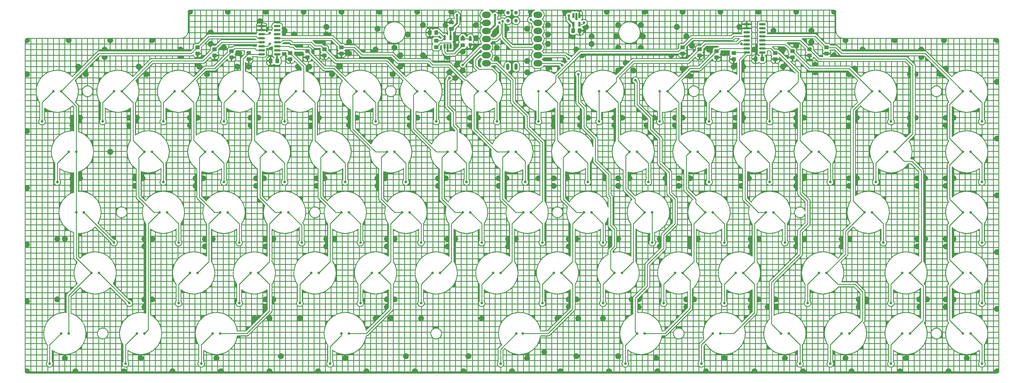
<source format=gbr>
%TF.GenerationSoftware,KiCad,Pcbnew,(6.0.7-1)-1*%
%TF.CreationDate,2022-09-28T22:03:46+09:00*%
%TF.ProjectId,tc69,74633639-2e6b-4696-9361-645f70636258,rev?*%
%TF.SameCoordinates,Original*%
%TF.FileFunction,Copper,L2,Bot*%
%TF.FilePolarity,Positive*%
%FSLAX46Y46*%
G04 Gerber Fmt 4.6, Leading zero omitted, Abs format (unit mm)*
G04 Created by KiCad (PCBNEW (6.0.7-1)-1) date 2022-09-28 22:03:46*
%MOMM*%
%LPD*%
G01*
G04 APERTURE LIST*
G04 Aperture macros list*
%AMRoundRect*
0 Rectangle with rounded corners*
0 $1 Rounding radius*
0 $2 $3 $4 $5 $6 $7 $8 $9 X,Y pos of 4 corners*
0 Add a 4 corners polygon primitive as box body*
4,1,4,$2,$3,$4,$5,$6,$7,$8,$9,$2,$3,0*
0 Add four circle primitives for the rounded corners*
1,1,$1+$1,$2,$3*
1,1,$1+$1,$4,$5*
1,1,$1+$1,$6,$7*
1,1,$1+$1,$8,$9*
0 Add four rect primitives between the rounded corners*
20,1,$1+$1,$2,$3,$4,$5,0*
20,1,$1+$1,$4,$5,$6,$7,0*
20,1,$1+$1,$6,$7,$8,$9,0*
20,1,$1+$1,$8,$9,$2,$3,0*%
G04 Aperture macros list end*
%TA.AperFunction,SMDPad,CuDef*%
%ADD10RoundRect,0.249999X-0.450001X0.350001X-0.450001X-0.350001X0.450001X-0.350001X0.450001X0.350001X0*%
%TD*%
%TA.AperFunction,SMDPad,CuDef*%
%ADD11RoundRect,0.250000X-0.337500X-0.475000X0.337500X-0.475000X0.337500X0.475000X-0.337500X0.475000X0*%
%TD*%
%TA.AperFunction,SMDPad,CuDef*%
%ADD12RoundRect,0.150000X-0.825000X-0.150000X0.825000X-0.150000X0.825000X0.150000X-0.825000X0.150000X0*%
%TD*%
%TA.AperFunction,SMDPad,CuDef*%
%ADD13RoundRect,0.249999X0.450001X-0.350001X0.450001X0.350001X-0.450001X0.350001X-0.450001X-0.350001X0*%
%TD*%
%TA.AperFunction,SMDPad,CuDef*%
%ADD14O,2.748280X1.998980*%
%TD*%
%TA.AperFunction,SMDPad,CuDef*%
%ADD15O,1.016000X2.032000*%
%TD*%
%TA.AperFunction,SMDPad,CuDef*%
%ADD16C,1.143000*%
%TD*%
%TA.AperFunction,SMDPad,CuDef*%
%ADD17R,0.650000X1.560000*%
%TD*%
%TA.AperFunction,SMDPad,CuDef*%
%ADD18RoundRect,0.250000X-0.475000X0.337500X-0.475000X-0.337500X0.475000X-0.337500X0.475000X0.337500X0*%
%TD*%
%TA.AperFunction,SMDPad,CuDef*%
%ADD19RoundRect,0.250000X0.337500X0.475000X-0.337500X0.475000X-0.337500X-0.475000X0.337500X-0.475000X0*%
%TD*%
%TA.AperFunction,SMDPad,CuDef*%
%ADD20RoundRect,0.237500X-0.237500X0.300000X-0.237500X-0.300000X0.237500X-0.300000X0.237500X0.300000X0*%
%TD*%
%TA.AperFunction,SMDPad,CuDef*%
%ADD21RoundRect,0.249999X0.350001X0.450001X-0.350001X0.450001X-0.350001X-0.450001X0.350001X-0.450001X0*%
%TD*%
%TA.AperFunction,ViaPad*%
%ADD22C,0.800000*%
%TD*%
%TA.AperFunction,Conductor*%
%ADD23C,0.500000*%
%TD*%
%TA.AperFunction,Conductor*%
%ADD24C,0.250000*%
%TD*%
G04 APERTURE END LIST*
D10*
%TO.P,R7,1*%
%TO.N,col4*%
X64293804Y-34996906D03*
%TO.P,R7,2*%
%TO.N,GND*%
X64293804Y-36996906D03*
%TD*%
%TO.P,R18,1*%
%TO.N,col15*%
X240506452Y-33806280D03*
%TO.P,R18,2*%
%TO.N,GND*%
X240506452Y-35806280D03*
%TD*%
D11*
%TO.P,C6,1*%
%TO.N,GND*%
X223586127Y-36909406D03*
%TO.P,C6,2*%
%TO.N,+3V3*%
X225661127Y-36909406D03*
%TD*%
D10*
%TO.P,R12,1*%
%TO.N,col9*%
X200620481Y-33210967D03*
%TO.P,R12,2*%
%TO.N,GND*%
X200620481Y-35210967D03*
%TD*%
%TO.P,R11,1*%
%TO.N,col8*%
X93464141Y-33210967D03*
%TO.P,R11,2*%
%TO.N,GND*%
X93464141Y-35210967D03*
%TD*%
%TO.P,R17,1*%
%TO.N,col14*%
X235148635Y-34401593D03*
%TO.P,R17,2*%
%TO.N,GND*%
X235148635Y-36401593D03*
%TD*%
D12*
%TO.P,U5,1,X4*%
%TO.N,col12*%
X220767375Y-34805963D03*
%TO.P,U5,2,X6*%
%TO.N,col11*%
X220767375Y-33535963D03*
%TO.P,U5,3,X*%
%TO.N,SENSE*%
X220767375Y-32265963D03*
%TO.P,U5,4,X7*%
%TO.N,col10*%
X220767375Y-30995963D03*
%TO.P,U5,5,X5*%
%TO.N,col9*%
X220767375Y-29725963D03*
%TO.P,U5,6,Inh*%
%TO.N,IS0*%
X220767375Y-28455963D03*
%TO.P,U5,7,VEE*%
%TO.N,GND*%
X220767375Y-27185963D03*
%TO.P,U5,8,VSS*%
X220767375Y-25915963D03*
%TO.P,U5,9,C*%
%TO.N,S3*%
X225717375Y-25915963D03*
%TO.P,U5,10,B*%
%TO.N,S2*%
X225717375Y-27185963D03*
%TO.P,U5,11,A*%
%TO.N,S1*%
X225717375Y-28455963D03*
%TO.P,U5,12,X3*%
%TO.N,col16*%
X225717375Y-29725963D03*
%TO.P,U5,13,X0*%
%TO.N,col15*%
X225717375Y-30995963D03*
%TO.P,U5,14,X1*%
%TO.N,col14*%
X225717375Y-32265963D03*
%TO.P,U5,15,X2*%
%TO.N,col13*%
X225717375Y-33535963D03*
%TO.P,U5,16,VDD*%
%TO.N,+3V3*%
X225717375Y-34805963D03*
%TD*%
D11*
%TO.P,C5,1*%
%TO.N,GND*%
X71185999Y-37504719D03*
%TO.P,C5,2*%
%TO.N,+3V3*%
X73260999Y-37504719D03*
%TD*%
D13*
%TO.P,R3,1*%
%TO.N,Net-(R3-Pad1)*%
X131564173Y-32551589D03*
%TO.P,R3,2*%
%TO.N,SENSE*%
X131564173Y-30551589D03*
%TD*%
%TO.P,R2,1*%
%TO.N,ADC*%
X123229791Y-33146902D03*
%TO.P,R2,2*%
%TO.N,Net-(R1-Pad1)*%
X123229791Y-31146902D03*
%TD*%
D14*
%TO.P,U1,1,PA02_A0_D0*%
%TO.N,S0*%
X155138886Y-23018780D03*
%TO.P,U1,2,PA4_A1_D1*%
%TO.N,S3*%
X155138886Y-25558780D03*
%TO.P,U1,3,PA10_A2_D2*%
%TO.N,SENSE*%
X155138886Y-28098780D03*
%TO.P,U1,4,PA11_A3_D3*%
%TO.N,ADC*%
X155138886Y-30638780D03*
%TO.P,U1,5,PA8_A4_D4_SDA*%
%TO.N,S2*%
X155138886Y-33178780D03*
%TO.P,U1,6,PA9_A5_D5_SCL*%
%TO.N,row5*%
X155138886Y-35718780D03*
%TO.P,U1,7,PB08_A6_D6_TX*%
%TO.N,row4*%
X155138886Y-38258780D03*
%TO.P,U1,8,PB09_A7_D7_RX*%
%TO.N,row3*%
X138974326Y-38258780D03*
%TO.P,U1,9,PA7_A8_D8_SCK*%
%TO.N,row1*%
X138974326Y-35718780D03*
%TO.P,U1,10,PA5_A9_D9_MISO*%
%TO.N,row2*%
X138974326Y-33178780D03*
%TO.P,U1,11,PA6_A10_D10_MOSI*%
%TO.N,S1*%
X138974326Y-30638780D03*
%TO.P,U1,12,3V3*%
%TO.N,+3V3*%
X138974326Y-28098780D03*
%TO.P,U1,13,GND*%
%TO.N,GND*%
X138974326Y-25558780D03*
%TO.P,U1,14,5V*%
%TO.N,unconnected-(U1-Pad14)*%
X138974326Y-23018780D03*
D15*
%TO.P,U1,15,5V*%
%TO.N,unconnected-(U1-Pad15)*%
X148272006Y-39336600D03*
%TO.P,U1,16,GND*%
%TO.N,unconnected-(U1-Pad16)*%
X145722006Y-39336600D03*
D16*
%TO.P,U1,17,PA31_SWDIO*%
%TO.N,unconnected-(U1-Pad17)*%
X148273203Y-22332413D03*
%TO.P,U1,18,PA30_SWCLK*%
%TO.N,unconnected-(U1-Pad18)*%
X145733203Y-22332413D03*
%TO.P,U1,19,RESET*%
%TO.N,unconnected-(U1-Pad19)*%
X148273203Y-24872413D03*
%TO.P,U1,20,GND*%
%TO.N,unconnected-(U1-Pad20)*%
X145733203Y-24872413D03*
%TD*%
D17*
%TO.P,U2,1*%
%TO.N,N/C*%
X166332953Y-23217207D03*
%TO.P,U2,2*%
%TO.N,S0*%
X167282953Y-23217207D03*
%TO.P,U2,3,GND*%
%TO.N,GND*%
X168232953Y-23217207D03*
%TO.P,U2,4*%
%TO.N,IS0*%
X168232953Y-25917207D03*
%TO.P,U2,5,VCC*%
%TO.N,+3V3*%
X166332953Y-25917207D03*
%TD*%
%TO.P,U3,1*%
%TO.N,ADC*%
X127751669Y-32901589D03*
%TO.P,U3,2,V-*%
%TO.N,GND*%
X126801669Y-32901589D03*
%TO.P,U3,3,+*%
%TO.N,Net-(R3-Pad1)*%
X125851669Y-32901589D03*
%TO.P,U3,4,-*%
%TO.N,Net-(R1-Pad1)*%
X125851669Y-30201589D03*
%TO.P,U3,5,V+*%
%TO.N,+3V3*%
X127751669Y-30201589D03*
%TD*%
D12*
%TO.P,U4,1,X4*%
%TO.N,col4*%
X68367247Y-35401276D03*
%TO.P,U4,2,X6*%
%TO.N,col3*%
X68367247Y-34131276D03*
%TO.P,U4,3,X*%
%TO.N,SENSE*%
X68367247Y-32861276D03*
%TO.P,U4,4,X7*%
%TO.N,col2*%
X68367247Y-31591276D03*
%TO.P,U4,5,X5*%
%TO.N,col1*%
X68367247Y-30321276D03*
%TO.P,U4,6,Inh*%
%TO.N,S0*%
X68367247Y-29051276D03*
%TO.P,U4,7,VEE*%
%TO.N,GND*%
X68367247Y-27781276D03*
%TO.P,U4,8,VSS*%
X68367247Y-26511276D03*
%TO.P,U4,9,C*%
%TO.N,S3*%
X73317247Y-26511276D03*
%TO.P,U4,10,B*%
%TO.N,S2*%
X73317247Y-27781276D03*
%TO.P,U4,11,A*%
%TO.N,S1*%
X73317247Y-29051276D03*
%TO.P,U4,12,X3*%
%TO.N,col8*%
X73317247Y-30321276D03*
%TO.P,U4,13,X0*%
%TO.N,col7*%
X73317247Y-31591276D03*
%TO.P,U4,14,X1*%
%TO.N,col6*%
X73317247Y-32861276D03*
%TO.P,U4,15,X2*%
%TO.N,col5*%
X73317247Y-34131276D03*
%TO.P,U4,16,VDD*%
%TO.N,+3V3*%
X73317247Y-35401276D03*
%TD*%
D18*
%TO.P,C4,1*%
%TO.N,GND*%
X127992295Y-25346898D03*
%TO.P,C4,2*%
%TO.N,+3V3*%
X127992295Y-27421898D03*
%TD*%
D19*
%TO.P,C1,1*%
%TO.N,GND*%
X168320453Y-27979711D03*
%TO.P,C1,2*%
%TO.N,+3V3*%
X166245453Y-27979711D03*
%TD*%
D10*
%TO.P,R13,1*%
%TO.N,col10*%
X205978298Y-33806280D03*
%TO.P,R13,2*%
%TO.N,GND*%
X205978298Y-35806280D03*
%TD*%
%TO.P,R6,1*%
%TO.N,col3*%
X58935987Y-34401593D03*
%TO.P,R6,2*%
%TO.N,GND*%
X58935987Y-36401593D03*
%TD*%
D20*
%TO.P,C2,1*%
%TO.N,SENSE*%
X133945425Y-30689089D03*
%TO.P,C2,2*%
%TO.N,GND*%
X133945425Y-32414089D03*
%TD*%
D10*
%TO.P,R19,1*%
%TO.N,col16*%
X245864269Y-33210967D03*
%TO.P,R19,2*%
%TO.N,GND*%
X245864269Y-35210967D03*
%TD*%
D21*
%TO.P,R1,1*%
%TO.N,Net-(R1-Pad1)*%
X123229791Y-28575024D03*
%TO.P,R1,2*%
%TO.N,GND*%
X121229791Y-28575024D03*
%TD*%
D10*
%TO.P,R4,1*%
%TO.N,col1*%
X48220353Y-33210967D03*
%TO.P,R4,2*%
%TO.N,GND*%
X48220353Y-35210967D03*
%TD*%
%TO.P,R5,1*%
%TO.N,col2*%
X53578170Y-33806280D03*
%TO.P,R5,2*%
%TO.N,GND*%
X53578170Y-35806280D03*
%TD*%
%TO.P,R8,1*%
%TO.N,col5*%
X77390690Y-34996906D03*
%TO.P,R8,2*%
%TO.N,GND*%
X77390690Y-36996906D03*
%TD*%
%TO.P,R9,1*%
%TO.N,col6*%
X82748507Y-34401593D03*
%TO.P,R9,2*%
%TO.N,GND*%
X82748507Y-36401593D03*
%TD*%
%TO.P,R10,1*%
%TO.N,col7*%
X88106324Y-33806280D03*
%TO.P,R10,2*%
%TO.N,GND*%
X88106324Y-35806280D03*
%TD*%
%TO.P,R14,1*%
%TO.N,col11*%
X211336115Y-34401593D03*
%TO.P,R14,2*%
%TO.N,GND*%
X211336115Y-36401593D03*
%TD*%
%TO.P,R15,1*%
%TO.N,col12*%
X216693932Y-34996906D03*
%TO.P,R15,2*%
%TO.N,GND*%
X216693932Y-36996906D03*
%TD*%
%TO.P,R16,1*%
%TO.N,col13*%
X229790818Y-34996906D03*
%TO.P,R16,2*%
%TO.N,GND*%
X229790818Y-36996906D03*
%TD*%
D22*
%TO.N,GND*%
X57745351Y-22026581D03*
X69651601Y-22026581D03*
X81557851Y-22026581D03*
X93464101Y-22026581D03*
X105370351Y-22026581D03*
X117276601Y-22026581D03*
X127992295Y-22026581D03*
X152995351Y-22026581D03*
X163711075Y-22026581D03*
X176807851Y-22026581D03*
X188714101Y-22026581D03*
X200620351Y-22026581D03*
X212526601Y-22026581D03*
X224432851Y-22026581D03*
X236339101Y-22026581D03*
X248245351Y-22026581D03*
X45839101Y-22026581D03*
X299442439Y-115490722D03*
X284202411Y-135136051D03*
X111918844Y-35718780D03*
X283368988Y-95845393D03*
X123825104Y-76795377D03*
X179784526Y-29765650D03*
X299442439Y-44053162D03*
X19050016Y-33932841D03*
X133945425Y-57745361D03*
X33932841Y-112514157D03*
X151804815Y-27384398D03*
X285750240Y-93464141D03*
X56554735Y-33337528D03*
X241101765Y-31551589D03*
X283368988Y-93464141D03*
X88701637Y-95845393D03*
X299442439Y-79771942D03*
X172045457Y-32146902D03*
X250626773Y-95845393D03*
X48220353Y-55364109D03*
X113704783Y-130373547D03*
X69651621Y-112514157D03*
X148232937Y-93464141D03*
X92868828Y-39290658D03*
X182761091Y-38100032D03*
X180379839Y-40481284D03*
X197048603Y-35718780D03*
X135731364Y-30360963D03*
X33932841Y-30956276D03*
X255984590Y-114895409D03*
X238720513Y-74414125D03*
X203001733Y-93464141D03*
X253722387Y-135136051D03*
X-5357817Y-41671910D03*
X224433001Y-112514157D03*
X126830528Y-34309208D03*
X8929695Y-76795377D03*
X158353258Y-32146902D03*
X95845393Y-31551589D03*
X241101765Y-27979711D03*
X201811107Y-29765650D03*
X167878266Y-118467287D03*
X232767383Y-130968860D03*
X186809847Y-112514535D03*
X151804815Y-130968860D03*
X126206356Y-26193772D03*
X79771942Y-39290658D03*
X268962399Y-135136051D03*
X205382985Y-93464141D03*
X11310947Y-74414125D03*
X253008025Y-93464141D03*
X29765650Y-39290658D03*
X188118908Y-29765650D03*
X133350112Y-130373547D03*
X164901701Y-112514157D03*
X8929695Y-57745361D03*
X283368988Y-114895409D03*
X31551589Y-112514157D03*
X176212648Y-74414125D03*
X151804815Y-37504719D03*
X67270369Y-55364109D03*
X42862536Y-33932841D03*
X20835955Y-66079743D03*
X158353258Y-26193772D03*
X180379839Y-74414125D03*
X117276661Y-55364109D03*
X107751653Y-114895409D03*
X172045457Y-29765650D03*
X198239229Y-57745361D03*
X143470433Y-22026581D03*
X80367255Y-118467287D03*
X141089181Y-29765650D03*
X32146902Y-41671910D03*
X108942279Y-36909406D03*
X129182921Y-93464141D03*
X219670497Y-39290658D03*
X107751653Y-112514157D03*
X126801669Y-93464141D03*
X285750240Y-74414125D03*
X107156340Y-74414125D03*
X107751653Y-93464141D03*
X232172070Y-33932841D03*
X61317239Y-35123467D03*
X107751653Y-95845393D03*
X131564173Y-34528154D03*
X145256372Y-74414125D03*
X137517303Y-118467287D03*
X69056308Y-74414125D03*
X201811107Y-114895409D03*
X183951717Y-74414125D03*
X283368988Y-55364109D03*
X51196918Y-41671910D03*
X175617335Y-118467287D03*
X208954863Y-33932841D03*
X169068892Y-35718780D03*
X136906000Y-37846000D03*
X-5357817Y-59531300D03*
X19050016Y-36314093D03*
X88701637Y-93464141D03*
X283368988Y-39885971D03*
X114300096Y-29170337D03*
X285750240Y-55364109D03*
X272058041Y-41671910D03*
X110132905Y-93464141D03*
X-5357817Y-77390690D03*
X42862536Y-36314093D03*
X69651621Y-93464141D03*
X28575024Y-76795377D03*
X187523595Y-33337528D03*
X90487576Y-41671910D03*
X126801669Y-95845393D03*
X52387544Y-32146902D03*
X70842247Y-118467287D03*
X184666713Y-112514535D03*
X131564173Y-40481284D03*
X203001733Y-74414125D03*
X213717367Y-35123467D03*
X47625040Y-76795377D03*
X195262664Y-74414125D03*
X281583049Y-41671910D03*
X253008025Y-76795377D03*
X86320385Y-55364109D03*
X219670497Y-55364109D03*
X236339261Y-76795377D03*
X136326677Y-55364109D03*
X31551589Y-95845393D03*
X131802291Y-135136051D03*
X257175216Y-33932841D03*
X198239229Y-55364109D03*
X75604751Y-27979711D03*
X270867415Y-130968860D03*
X133945425Y-55364109D03*
X222051749Y-114895409D03*
X229195505Y-27979711D03*
X80367255Y-35123467D03*
X289917431Y-130968860D03*
X193476725Y-93464141D03*
X129182921Y-42862536D03*
X180379839Y-130373547D03*
X26789085Y-57745361D03*
X142279807Y-27384398D03*
X203597046Y-32742215D03*
X126206356Y-74414125D03*
X200620481Y-55364109D03*
X242292391Y-41076597D03*
X179189213Y-55364109D03*
X142279807Y-33337528D03*
X4167191Y-112514157D03*
X-5357817Y-95250080D03*
X64293804Y-39290658D03*
X50601605Y-95845393D03*
X155376693Y-74414125D03*
X224433001Y-93464141D03*
X283368988Y-76795377D03*
X31551589Y-93464141D03*
X258365842Y-112514157D03*
X188714221Y-55364109D03*
X299442438Y-135136051D03*
X222051749Y-93464141D03*
X222051749Y-95845393D03*
X164901701Y-114895409D03*
X40362219Y-135136051D03*
X66079743Y-118467287D03*
X94654767Y-130968860D03*
X127396982Y-55364109D03*
X274439293Y-93464141D03*
X104775088Y-27384398D03*
X135731364Y-26193772D03*
X10715634Y-39290658D03*
X66675056Y-74414125D03*
X250626773Y-93464141D03*
X177522327Y-135136051D03*
X108942279Y-118467287D03*
X251817399Y-30956276D03*
X4167191Y-93464141D03*
X180379839Y-76795377D03*
X104179775Y-118467287D03*
X142875120Y-74414125D03*
X7739069Y-30956276D03*
X238720513Y-55364109D03*
X83343820Y-39290658D03*
X47625040Y-74414125D03*
X181570465Y-55364109D03*
X134366000Y-37592000D03*
X223242375Y-33932841D03*
X299442439Y-30956276D03*
X142875120Y-76795377D03*
X299442439Y-61912552D03*
X30956276Y-74414125D03*
X104775088Y-74414125D03*
X167282953Y-130373547D03*
X179189213Y-57745361D03*
X30360963Y-130968860D03*
X45839101Y-55364109D03*
X118467287Y-118467287D03*
X119062600Y-35718780D03*
X187523595Y-26193772D03*
X158496000Y-36830000D03*
X111918844Y-39290658D03*
X145256372Y-27384398D03*
X11310947Y-55364109D03*
X180379839Y-26193772D03*
X185142343Y-40481284D03*
X242292391Y-38695345D03*
X166092327Y-29765650D03*
X229790818Y-114895409D03*
X275034606Y-114895409D03*
X219075184Y-76795377D03*
X64889117Y-55364109D03*
X6548443Y-93464141D03*
X98226645Y-55364109D03*
X-5357817Y-135136051D03*
X167282953Y-112514157D03*
X199429855Y-76795377D03*
X48815666Y-39290658D03*
X219075184Y-74414125D03*
X253008025Y-74414125D03*
X95845393Y-35123467D03*
X253008025Y-41671910D03*
X189309534Y-57745361D03*
X217289245Y-57745361D03*
X180379839Y-33337528D03*
X232172070Y-39290658D03*
X161329823Y-118467287D03*
X160139197Y-76795377D03*
X85725072Y-76795377D03*
X217289245Y-55364109D03*
X64889117Y-57745361D03*
X85725072Y-74414125D03*
X236339261Y-93464141D03*
X110132905Y-112514157D03*
X251817399Y-130968860D03*
X273843980Y-55364109D03*
X213717367Y-130968860D03*
X9882195Y-135136051D03*
X283368988Y-112514157D03*
X127396982Y-41076597D03*
X-5357817Y-113109470D03*
X167282953Y-93464141D03*
X275034606Y-112514157D03*
X8929695Y-74414125D03*
X283368988Y-57745361D03*
X218479871Y-26789085D03*
X26789085Y-55364109D03*
X29170337Y-55364109D03*
X201811107Y-112514157D03*
X52387544Y-28575024D03*
X60721926Y-39290658D03*
X70842243Y-135136051D03*
X86082255Y-135136051D03*
X255389277Y-55364109D03*
X216693932Y-39290658D03*
X31551589Y-114895409D03*
X72032873Y-112514157D03*
X192286099Y-130968860D03*
X236339261Y-32742215D03*
X142240000Y-36830000D03*
X248245521Y-35718780D03*
X91082889Y-93464141D03*
X66079743Y-32742215D03*
X274439293Y-74414125D03*
X170854831Y-55364109D03*
X162282315Y-135136051D03*
X67865682Y-25003146D03*
X236339261Y-57745361D03*
X25122207Y-135136051D03*
X55602231Y-135136051D03*
X272058041Y-57745361D03*
X227409566Y-114895409D03*
X164901701Y-93464141D03*
X267295537Y-30956276D03*
X222051749Y-112514157D03*
X275629919Y-33932841D03*
X276820545Y-74414125D03*
X204192359Y-112514157D03*
X45839101Y-57745361D03*
X116562279Y-135136051D03*
X158496000Y-39624000D03*
X177998587Y-95845393D03*
X203001733Y-95845393D03*
X273843980Y-41671910D03*
X119062600Y-26193772D03*
X-5357817Y-30956276D03*
X147042303Y-135136051D03*
X160139197Y-57745361D03*
X275629919Y-36314093D03*
X191690786Y-55364109D03*
X8929695Y-55364109D03*
X200620481Y-39885971D03*
X283368988Y-74414125D03*
X254793964Y-39885971D03*
X177998587Y-93464141D03*
X238720513Y-93464141D03*
X72032873Y-93464141D03*
X95845393Y-55364109D03*
X157165800Y-129066460D03*
X168473579Y-55364109D03*
X104179775Y-33932841D03*
X28575024Y-74414125D03*
X74414125Y-130373547D03*
X282773675Y-30956276D03*
X78581316Y-29170337D03*
X272058041Y-55364109D03*
X95845393Y-57745361D03*
X101322267Y-135136051D03*
X50006292Y-74414125D03*
X50601605Y-93464141D03*
X114895409Y-57745361D03*
X167282953Y-33932841D03*
X33932841Y-93464141D03*
X69651621Y-114895409D03*
X253008025Y-57745361D03*
X162520449Y-55364109D03*
X180379839Y-93464141D03*
X83939133Y-55364109D03*
X69651621Y-95845393D03*
X104775088Y-76795377D03*
X160139197Y-74414125D03*
X199429855Y-74414125D03*
X229790818Y-112514157D03*
X255389277Y-74414125D03*
X123825104Y-74414125D03*
X66675056Y-76795377D03*
X86915698Y-31551589D03*
X255984590Y-112514157D03*
X158353258Y-29170337D03*
X238482375Y-135136051D03*
X203001733Y-42267223D03*
X88701637Y-26789085D03*
X223242363Y-135136051D03*
X135636000Y-33020000D03*
X88106324Y-74414125D03*
X193476725Y-95845393D03*
X236339261Y-74414125D03*
X126801669Y-36314093D03*
X54173483Y-130968860D03*
X208002351Y-135136051D03*
X253008025Y-55364109D03*
X83939133Y-57745361D03*
X164901701Y-95845393D03*
X274439293Y-76795377D03*
X192762339Y-135136051D03*
X145851685Y-95845393D03*
X20835955Y-30956276D03*
X277415858Y-112514157D03*
X168473579Y-57745361D03*
X170259518Y-26789085D03*
X236339261Y-95845393D03*
X285750240Y-112514157D03*
X276820545Y-93464141D03*
X80367255Y-32742215D03*
X6548443Y-130968860D03*
X221456436Y-74414125D03*
X164306388Y-74414125D03*
X114895409Y-55364109D03*
X13096886Y-41671910D03*
X198834542Y-26789085D03*
X109537592Y-41671910D03*
X145851685Y-93464141D03*
X110132905Y-33337528D03*
X186809847Y-114895409D03*
X274439293Y-95845393D03*
X195857977Y-93464141D03*
X88701637Y-29170337D03*
X160139197Y-55364109D03*
X151804815Y-41076597D03*
X299442439Y-97631332D03*
X129778234Y-38695345D03*
X236339261Y-55364109D03*
X52982857Y-93464141D03*
X129448526Y-33100901D03*
X129778234Y-30360963D03*
%TO.N,ADC*%
X127751669Y-32901589D03*
X155138886Y-30638780D03*
%TO.N,col1*%
X14882825Y-104179775D03*
X7739069Y-123229791D03*
X10120321Y-66079743D03*
X10120321Y-85129759D03*
X5357817Y-47029727D03*
%TO.N,row1*%
X2976565Y-47029727D03*
X41076597Y-47029727D03*
X231576757Y-47029727D03*
X18454703Y-56554735D03*
X60126613Y-47029727D03*
X262533033Y-47029727D03*
X212526741Y-47029727D03*
X104179775Y-56554735D03*
X155376693Y-47029727D03*
X22026581Y-47029727D03*
X138707929Y-47029727D03*
X-595313Y-56554735D03*
X266104911Y-56554735D03*
X193476725Y-56554735D03*
X119657913Y-47029727D03*
X142279807Y-56554735D03*
X174426709Y-56554735D03*
X100607897Y-47029727D03*
X208954863Y-56554735D03*
X123229791Y-56554735D03*
X79176629Y-47029727D03*
X228004879Y-56554735D03*
X291108057Y-47029727D03*
X56554735Y-56554735D03*
X155376693Y-56554735D03*
X193476725Y-47029727D03*
X37504719Y-56554735D03*
X75604751Y-56554735D03*
X294679935Y-56554735D03*
X174426709Y-47029727D03*
%TO.N,row2*%
X224433001Y-66079743D03*
X37504719Y-75604751D03*
X264914285Y-66079743D03*
X52982857Y-66079743D03*
X228004879Y-75604751D03*
X56554735Y-75604751D03*
X189904847Y-75604751D03*
X247054895Y-75604751D03*
X33932841Y-66079743D03*
X205382985Y-66079743D03*
X294679935Y-75604751D03*
X110132905Y-66079743D03*
X91082889Y-66079743D03*
X186332969Y-66079743D03*
X75604751Y-75604751D03*
X208954863Y-75604751D03*
X131564173Y-38695345D03*
X94654767Y-75604751D03*
X148232937Y-66079743D03*
X72032873Y-66079743D03*
X7739069Y-66079743D03*
X167282953Y-66079743D03*
X261342407Y-75604751D03*
X129182921Y-66079743D03*
X4167191Y-75604751D03*
X170854831Y-75604751D03*
X113704783Y-75604751D03*
X243483017Y-66079743D03*
X127396982Y-42862536D03*
X151209502Y-75604751D03*
X291108057Y-66079743D03*
X132754799Y-75604751D03*
%TO.N,row3*%
X213717367Y-94654767D03*
X61317239Y-94654767D03*
X12501573Y-85129759D03*
X156567319Y-94654767D03*
X99417271Y-94654767D03*
X263723659Y-94654767D03*
X42267223Y-94654767D03*
X80962568Y-94654767D03*
X175617335Y-94654767D03*
X232767383Y-94654767D03*
X137517303Y-94654767D03*
X152995441Y-85129759D03*
X191095473Y-85129759D03*
X22026581Y-94654767D03*
X172045457Y-85129759D03*
X291108057Y-85129759D03*
X294679935Y-94654767D03*
X95845393Y-85129759D03*
X118467287Y-94654767D03*
X38695345Y-85129759D03*
X229195505Y-85129759D03*
X114895409Y-85129759D03*
X260151781Y-85129759D03*
X57745361Y-85129759D03*
X133945425Y-85129759D03*
X76795377Y-85129759D03*
X191095473Y-94654767D03*
X210145489Y-85129759D03*
%TO.N,row5*%
X1785939Y-132754799D03*
X164846000Y-36830000D03*
X186333595Y-123230205D03*
X148426575Y-123229791D03*
X291108057Y-123229791D03*
X89892263Y-132754799D03*
X143452188Y-132754799D03*
X266104911Y-132754799D03*
X29170337Y-123229791D03*
X210146195Y-123229791D03*
X294679935Y-132754799D03*
X182643088Y-132754799D03*
X247054895Y-132754799D03*
X93464141Y-123229791D03*
X52982857Y-123229791D03*
X206573859Y-132754799D03*
X233958009Y-123229791D03*
X237529887Y-132754799D03*
X49410979Y-132754799D03*
X25598459Y-132754799D03*
X5357817Y-123229791D03*
X250626773Y-123229791D03*
X269676789Y-123229791D03*
X185842341Y-43562534D03*
%TO.N,col2*%
X36314093Y-85129759D03*
X31551589Y-66079743D03*
X31551589Y-123229791D03*
X24407833Y-47029727D03*
%TO.N,row4*%
X17264077Y-104179775D03*
X266104911Y-113704783D03*
X294679935Y-113704783D03*
X45839101Y-104179775D03*
X64889117Y-104179775D03*
X141089181Y-104179775D03*
X198239229Y-104179775D03*
X61317239Y-113704783D03*
X213717367Y-113704783D03*
X239911139Y-113704783D03*
X175617335Y-113704783D03*
X83939133Y-104179775D03*
X160139197Y-104179775D03*
X179189213Y-104179775D03*
X42267223Y-113704783D03*
X102989149Y-104179775D03*
X137517303Y-113704783D03*
X156567319Y-113704783D03*
X217289245Y-104179775D03*
X243483017Y-104179775D03*
X122039165Y-104179775D03*
X80367255Y-113704783D03*
X118467287Y-113704783D03*
X194667351Y-113704783D03*
X167878266Y-41671910D03*
X26789085Y-113704783D03*
X291108057Y-104179775D03*
X99417271Y-113704783D03*
X269676789Y-104179775D03*
X162814000Y-38862000D03*
%TO.N,col3*%
X43457849Y-47029727D03*
X55364109Y-85129759D03*
X48220353Y-104179775D03*
X50601605Y-66079743D03*
%TO.N,col4*%
X67270369Y-104179775D03*
X74414125Y-85129759D03*
X62507865Y-47029727D03*
X69651621Y-66079743D03*
X55364109Y-123229791D03*
%TO.N,col5*%
X88701637Y-66079743D03*
X81557881Y-47029727D03*
X86320385Y-104179775D03*
X93464141Y-85129759D03*
%TO.N,col6*%
X105370401Y-104179775D03*
X98226645Y-47029727D03*
X95845393Y-123229791D03*
X107751653Y-66079743D03*
X112514157Y-85129759D03*
%TO.N,col7*%
X131564173Y-85129759D03*
X124420417Y-104179775D03*
X126801669Y-66079743D03*
X117276661Y-47029727D03*
%TO.N,col8*%
X150614189Y-85129759D03*
X136326677Y-47029727D03*
X145851685Y-66079743D03*
X143470433Y-104179775D03*
%TO.N,col9*%
X150426575Y-123229791D03*
X162520449Y-104179775D03*
X157757945Y-47029727D03*
X164901701Y-66079743D03*
X169664205Y-85129759D03*
%TO.N,col10*%
X181570465Y-104179775D03*
X183951717Y-66079743D03*
X176807961Y-47029727D03*
X188714221Y-85129759D03*
%TO.N,col11*%
X203001733Y-66079743D03*
X200620481Y-104179775D03*
X188714855Y-123229791D03*
X195857977Y-47029727D03*
X207764237Y-85129759D03*
%TO.N,col12*%
X226814253Y-85129759D03*
X212527455Y-123229791D03*
X222051749Y-66079743D03*
X219670497Y-104179775D03*
X214907993Y-47029727D03*
%TO.N,col13*%
X233958009Y-47029727D03*
X241101765Y-66079743D03*
X231576757Y-123229791D03*
%TO.N,col14*%
X260151781Y-47029727D03*
X253008025Y-123229791D03*
X257770529Y-85129759D03*
X245864269Y-104179775D03*
%TO.N,col15*%
X272058041Y-123229791D03*
X272058041Y-104179775D03*
X267295537Y-66079743D03*
%TO.N,col16*%
X288726805Y-104179775D03*
X288726805Y-47029727D03*
X288726805Y-123229791D03*
X288726805Y-66079743D03*
X288726805Y-85129759D03*
%TO.N,S3*%
X152995441Y-24537520D03*
X72628186Y-26511276D03*
X225717375Y-25915963D03*
%TO.N,S2*%
X72628186Y-27781276D03*
X144065746Y-25003146D03*
X225717375Y-27185963D03*
%TO.N,S1*%
X72628185Y-29051426D03*
X225717375Y-28455963D03*
X143065743Y-25437541D03*
%TO.N,S0*%
X167282953Y-24278146D03*
X70967247Y-28776286D03*
X155138886Y-23455345D03*
%TO.N,SENSE*%
X155138886Y-28098780D03*
X219075184Y-32146902D03*
X133945425Y-30003876D03*
X131564615Y-29884813D03*
X70967247Y-32146902D03*
%TO.N,IS0*%
X169664205Y-25437540D03*
X220767375Y-28455963D03*
%TO.N,+3V3*%
X225623627Y-36909406D03*
X73223499Y-37504719D03*
X129757931Y-23087520D03*
X164881398Y-23232823D03*
X141704797Y-23087520D03*
%TD*%
D23*
%TO.N,GND*%
X126801669Y-32901589D02*
X126801669Y-34280349D01*
X126801669Y-34280349D02*
X126830528Y-34309208D01*
D24*
%TO.N,ADC*%
X127751669Y-31871589D02*
X127676668Y-31796588D01*
X127751669Y-32901589D02*
X127751669Y-31871589D01*
X155059197Y-30638780D02*
X154781380Y-30360963D01*
X127676668Y-31796588D02*
X124617605Y-31796588D01*
X124617605Y-31796588D02*
X123229791Y-33184402D01*
X155138886Y-30638780D02*
X155059197Y-30638780D01*
%TO.N,Net-(R3-Pad1)*%
X125851669Y-34651156D02*
X126453668Y-35253155D01*
X125851669Y-32901589D02*
X125851669Y-34651156D01*
X126453668Y-35253155D02*
X128862607Y-35253155D01*
X129682921Y-34432841D02*
X131564173Y-32551589D01*
X128862607Y-35253155D02*
X129682921Y-34432841D01*
%TO.N,col1*%
X10120321Y-66079743D02*
X10120321Y-51792231D01*
X10120321Y-85129759D02*
X10120321Y-99417271D01*
X14882825Y-104179775D02*
X14882825Y-104179775D01*
X10120321Y-51792231D02*
X8929695Y-50601605D01*
X67230682Y-30321276D02*
X66675056Y-29765650D01*
X66675056Y-29765650D02*
X51753171Y-29765650D01*
X5357817Y-47029727D02*
X8929695Y-50601605D01*
X10120321Y-85129759D02*
X10120321Y-85129759D01*
X7739069Y-111323531D02*
X14882825Y-104179775D01*
X46307853Y-35123467D02*
X48220353Y-33210967D01*
X17264077Y-35123467D02*
X16668764Y-35718780D01*
X10120321Y-99417271D02*
X14882825Y-104179775D01*
X7739069Y-123229791D02*
X7739069Y-111323531D01*
X10120321Y-66079743D02*
X10120321Y-85129759D01*
X17264077Y-35123467D02*
X46307853Y-35123467D01*
X51753171Y-29765650D02*
X48220353Y-33298467D01*
X16668764Y-35718780D02*
X5357817Y-47029727D01*
X68367247Y-30321276D02*
X67230682Y-30321276D01*
%TO.N,row1*%
X138707929Y-47029727D02*
X138707929Y-47029727D01*
X140716000Y-40132000D02*
X142240000Y-41656000D01*
X79176629Y-47029727D02*
X75604751Y-50601605D01*
X135636000Y-37084000D02*
X135636000Y-39116000D01*
X138974326Y-35718780D02*
X137001220Y-35718780D01*
X2976565Y-47029727D02*
X-595313Y-50601605D01*
X262533033Y-47029727D02*
X266104911Y-50601605D01*
X119657913Y-47029727D02*
X123229791Y-50601605D01*
X-595313Y-50601605D02*
X-595313Y-56554735D01*
X75604751Y-50601605D02*
X75604751Y-56554735D01*
X37504719Y-50601605D02*
X37504719Y-56554735D01*
X104179775Y-50601605D02*
X104179775Y-56554735D01*
X138707929Y-47029727D02*
X142279807Y-50601605D01*
X155376693Y-47029727D02*
X155376693Y-56554735D01*
X56554735Y-50601605D02*
X56554735Y-56554735D01*
X142279807Y-50601605D02*
X142279807Y-56554735D01*
X137001220Y-35718780D02*
X135636000Y-37084000D01*
X22026581Y-47029727D02*
X18454703Y-50601605D01*
X100607897Y-47029727D02*
X104179775Y-50601605D01*
X123229791Y-50601605D02*
X123229791Y-56554735D01*
X174426709Y-47029727D02*
X174426709Y-56554735D01*
X294679935Y-50601605D02*
X294679935Y-56554735D01*
X228004879Y-50601605D02*
X228004879Y-56554735D01*
X60126613Y-47029727D02*
X56554735Y-50601605D01*
X231576757Y-47029727D02*
X228004879Y-50601605D01*
X291108057Y-47029727D02*
X294679935Y-50601605D01*
X208954863Y-50601605D02*
X208954863Y-56554735D01*
X193476725Y-47029727D02*
X193476725Y-56554735D01*
X135636000Y-39116000D02*
X136652000Y-40132000D01*
X266104911Y-50601605D02*
X266104911Y-56554735D01*
X136652000Y-40132000D02*
X140716000Y-40132000D01*
X142240000Y-43497656D02*
X138707929Y-47029727D01*
X41076597Y-47029727D02*
X37504719Y-50601605D01*
X142240000Y-41656000D02*
X142240000Y-43497656D01*
X18454703Y-50601605D02*
X18454703Y-56554735D01*
X212526741Y-47029727D02*
X208954863Y-50601605D01*
%TO.N,row2*%
X205382985Y-66079743D02*
X208954863Y-69651621D01*
X264914285Y-66079743D02*
X261342407Y-69651621D01*
X132754799Y-69651621D02*
X132754799Y-75604751D01*
X33932841Y-66079743D02*
X37504719Y-69651621D01*
X140057303Y-33178780D02*
X138974326Y-33178780D01*
X129182921Y-66079743D02*
X132754799Y-69651621D01*
X126801669Y-43457849D02*
X127396982Y-42862536D01*
X189904847Y-69651621D02*
X189904847Y-75604751D01*
X167282953Y-66079743D02*
X170854831Y-69651621D01*
X128587608Y-53578170D02*
X126801669Y-51792231D01*
X294679935Y-69651621D02*
X294679935Y-75604751D01*
X56554735Y-69651621D02*
X56554735Y-75604751D01*
X247054895Y-69651621D02*
X247054895Y-75604751D01*
X129778234Y-58935987D02*
X128587608Y-57745361D01*
X224433001Y-66079743D02*
X228004879Y-69651621D01*
X170854831Y-69651621D02*
X170854831Y-75604751D01*
X129778234Y-65484430D02*
X129778234Y-60126613D01*
X126801669Y-51792231D02*
X126801669Y-43457849D01*
X72032873Y-66079743D02*
X75604751Y-69651621D01*
X94654767Y-69651621D02*
X94654767Y-75604751D01*
X138974326Y-33178780D02*
X137080738Y-33178780D01*
X261342407Y-69651621D02*
X261342407Y-75604751D01*
X129778234Y-60126613D02*
X129778234Y-58935987D01*
X128587608Y-57745361D02*
X128587608Y-53578170D01*
X137080738Y-33178780D02*
X131564173Y-38695345D01*
X243483017Y-66079743D02*
X247054895Y-69651621D01*
X186332969Y-66079743D02*
X189904847Y-69651621D01*
X291108057Y-66079743D02*
X294679935Y-69651621D01*
X7739069Y-66079743D02*
X4167191Y-69651621D01*
X91082889Y-66079743D02*
X94654767Y-69651621D01*
X208954863Y-69651621D02*
X208954863Y-75604751D01*
X4167191Y-69651621D02*
X4167191Y-75604751D01*
X52982857Y-66079743D02*
X56554735Y-69651621D01*
X148232937Y-66079743D02*
X151209502Y-69056308D01*
X129182921Y-66079743D02*
X129778234Y-65484430D01*
X37504719Y-69651621D02*
X37504719Y-75604751D01*
X110132905Y-66079743D02*
X113704783Y-69651621D01*
X113704783Y-69651621D02*
X113704783Y-75604751D01*
X75604751Y-69651621D02*
X75604751Y-75604751D01*
X228004879Y-69651621D02*
X228004879Y-75604751D01*
X151209502Y-69056308D02*
X151209502Y-75604751D01*
%TO.N,row3*%
X151804815Y-58340674D02*
X156567319Y-63103178D01*
X148232937Y-51196918D02*
X149864010Y-52827990D01*
X138974326Y-38258780D02*
X142144780Y-38258780D01*
X172045457Y-85129759D02*
X175617335Y-88701637D01*
X133945425Y-85129759D02*
X137517303Y-88701637D01*
X152995441Y-85129759D02*
X156567319Y-88701637D01*
X138974326Y-38695345D02*
X139303242Y-38695345D01*
X42267223Y-88701637D02*
X42267223Y-94654767D01*
X76795377Y-85129759D02*
X80962568Y-89296950D01*
X156567319Y-88701637D02*
X156567319Y-94654767D01*
X156567319Y-81557881D02*
X152995441Y-85129759D01*
X149864010Y-52827990D02*
X151804815Y-54768796D01*
X232767383Y-88701637D02*
X232767383Y-94654767D01*
X57745361Y-85129759D02*
X61317239Y-88701637D01*
X99417271Y-88701637D02*
X99417271Y-94654767D01*
X137517303Y-88701637D02*
X137517303Y-94654767D01*
X229195505Y-85129759D02*
X232767383Y-88701637D01*
X294679935Y-88701637D02*
X294679935Y-94654767D01*
X263723659Y-88701637D02*
X263723659Y-94654767D01*
X291108057Y-85129759D02*
X294679935Y-88701637D01*
X114895409Y-85129759D02*
X118467287Y-88701637D01*
X95845393Y-85129759D02*
X99417271Y-88701637D01*
X61317239Y-88701637D02*
X61317239Y-94654767D01*
X147320000Y-43434000D02*
X147320000Y-50283980D01*
X210145489Y-85129759D02*
X213717367Y-88701637D01*
X213717367Y-88701637D02*
X213717367Y-94654767D01*
X38695345Y-85129759D02*
X42267223Y-88701637D01*
X156567319Y-63103178D02*
X156567319Y-81557881D01*
X260151781Y-85129759D02*
X263723659Y-88701637D01*
X191095473Y-85129759D02*
X191095473Y-94654767D01*
X12501573Y-85129759D02*
X22026581Y-94654767D01*
X118467287Y-88701637D02*
X118467287Y-94654767D01*
X80962568Y-89296950D02*
X80962568Y-94654767D01*
X151804815Y-54768796D02*
X151804815Y-58340674D01*
X142144780Y-38258780D02*
X147320000Y-43434000D01*
X147320000Y-50283980D02*
X149864010Y-52827990D01*
X175617335Y-88701637D02*
X175617335Y-94654767D01*
%TO.N,row5*%
X93464141Y-123229791D02*
X93464141Y-123825104D01*
X190500160Y-58935987D02*
X190500160Y-55364109D01*
X49410979Y-126801669D02*
X49410979Y-129778234D01*
X186332969Y-44053162D02*
X185842341Y-43562534D01*
X247054895Y-126801669D02*
X247054895Y-132754799D01*
X189548296Y-108347330D02*
X189548296Y-101559762D01*
X294679935Y-126801669D02*
X294679935Y-132754799D01*
X194667351Y-92273515D02*
X198239229Y-88701637D01*
X89892263Y-132754799D02*
X89892263Y-127992295D01*
X291108057Y-123229791D02*
X294679935Y-126801669D01*
X186332969Y-51196918D02*
X186332969Y-44053162D01*
X186333595Y-123230205D02*
X182643088Y-126920712D01*
X191095473Y-100012584D02*
X192583914Y-98524144D01*
X194667351Y-96440706D02*
X194667351Y-92273515D01*
X266104911Y-126801669D02*
X266104911Y-129778234D01*
X49410979Y-132754799D02*
X49410979Y-129778234D01*
X182643088Y-126920712D02*
X182643088Y-132754799D01*
X266104911Y-132754799D02*
X266104911Y-129778234D01*
X192583914Y-98524144D02*
X194667351Y-96440706D01*
X193476725Y-69651621D02*
X193476725Y-61912552D01*
X269676789Y-123229791D02*
X266104911Y-126801669D01*
X189548296Y-101559762D02*
X192583914Y-98524144D01*
X196453290Y-79176629D02*
X196453290Y-72628186D01*
X143452188Y-128204178D02*
X148426575Y-123229791D01*
X206574311Y-126802089D02*
X206574311Y-132754347D01*
X1785939Y-126801669D02*
X1785939Y-132159486D01*
X233958009Y-123229791D02*
X237529887Y-126801669D01*
X163734780Y-35718780D02*
X164846000Y-36830000D01*
X185738280Y-122634890D02*
X185738280Y-112157346D01*
X206574311Y-132754347D02*
X206573859Y-132754799D01*
X1785939Y-132159486D02*
X1785939Y-132754799D01*
X237529887Y-126801669D02*
X237529887Y-132754799D01*
X198239229Y-80962568D02*
X196453290Y-79176629D01*
X185738280Y-112157346D02*
X189548296Y-108347330D01*
X155138886Y-35718780D02*
X163734780Y-35718780D01*
X25598459Y-132754799D02*
X25598459Y-129778234D01*
X210146189Y-123230211D02*
X206574311Y-126802089D01*
X196453290Y-72628186D02*
X193476725Y-69651621D01*
X193476725Y-61912552D02*
X190500160Y-58935987D01*
X5357817Y-123229791D02*
X1785939Y-126801669D01*
X93464141Y-123825104D02*
X89892263Y-127396982D01*
X143452188Y-132754799D02*
X143452188Y-128204178D01*
X198239229Y-88701637D02*
X198239229Y-80962568D01*
X25598459Y-126801669D02*
X25598459Y-129778234D01*
X29170337Y-123229791D02*
X25598459Y-126801669D01*
X52982857Y-123229791D02*
X49410979Y-126801669D01*
X250626773Y-123229791D02*
X247054895Y-126801669D01*
X186333595Y-123230205D02*
X185738280Y-122634890D01*
X190500160Y-55364109D02*
X186332969Y-51196918D01*
X89892263Y-127396982D02*
X89892263Y-127992295D01*
%TO.N,col2*%
X31551589Y-123229791D02*
X31551589Y-123229791D01*
X29765650Y-80367255D02*
X34528154Y-85129759D01*
X31551589Y-123229791D02*
X31551589Y-123229791D01*
X32742215Y-88701637D02*
X32742215Y-95250080D01*
X36314093Y-85129759D02*
X32742215Y-88701637D01*
X32742215Y-122039165D02*
X31551589Y-123229791D01*
X32742215Y-95250080D02*
X32742215Y-122039165D01*
X33932841Y-37504719D02*
X24407833Y-47029727D01*
X34528154Y-85129759D02*
X36314093Y-85129759D01*
X49410979Y-37504719D02*
X49967231Y-37504719D01*
X49967231Y-37504719D02*
X53578170Y-33893780D01*
X29765650Y-67865682D02*
X29765650Y-80367255D01*
X49410979Y-37504719D02*
X33932841Y-37504719D01*
X27979711Y-50601605D02*
X27979711Y-62507865D01*
X24407833Y-47029727D02*
X27979711Y-50601605D01*
X68367247Y-31591276D02*
X55880675Y-31591276D01*
X27979711Y-62507865D02*
X31551589Y-66079743D01*
X54749266Y-32722685D02*
X53578170Y-33893780D01*
X31551589Y-66079743D02*
X29765650Y-67865682D01*
X55880675Y-31591276D02*
X54749266Y-32722685D01*
%TO.N,row4*%
X162210780Y-38258780D02*
X162306000Y-38354000D01*
X64889117Y-104179775D02*
X61317239Y-107751653D01*
X20835955Y-107751653D02*
X26789085Y-113704783D01*
X167878266Y-50601605D02*
X169664205Y-52387544D01*
X179189213Y-95845393D02*
X177998587Y-97036019D01*
X102989149Y-104179775D02*
X99417271Y-107751653D01*
X177403274Y-79771942D02*
X177998587Y-80367255D01*
X179189213Y-104179775D02*
X175617335Y-107751653D01*
X118467287Y-107751653D02*
X118467287Y-113704783D01*
X137517303Y-107751653D02*
X137517303Y-113704783D01*
X177998587Y-97036019D02*
X177998587Y-102989149D01*
X269676789Y-104179775D02*
X266104911Y-107751653D01*
X156567319Y-107751653D02*
X156567319Y-113704783D01*
X179189213Y-90487576D02*
X179189213Y-95845393D01*
X177998587Y-89296950D02*
X179189213Y-90487576D01*
X162306000Y-38354000D02*
X162814000Y-38862000D01*
X99417271Y-107751653D02*
X99417271Y-113704783D01*
X194667351Y-107751653D02*
X194667351Y-113704783D01*
X294679935Y-107751653D02*
X294679935Y-113704783D01*
X198239229Y-104179775D02*
X194667351Y-107751653D01*
X122039165Y-104179775D02*
X118467287Y-107751653D01*
X45839101Y-104179775D02*
X42267223Y-107751653D01*
X173236083Y-69056308D02*
X177403274Y-73223499D01*
X155138886Y-38258780D02*
X162210780Y-38258780D01*
X173236083Y-61912552D02*
X173236083Y-69056308D01*
X266104911Y-107751653D02*
X266104911Y-113704783D01*
X83939133Y-104179775D02*
X80367255Y-107751653D01*
X177998587Y-80367255D02*
X177998587Y-89296950D01*
X141089181Y-104179775D02*
X137517303Y-107751653D01*
X17264077Y-104179775D02*
X20835955Y-107751653D01*
X169664205Y-58340674D02*
X173236083Y-61912552D01*
X177998587Y-102989149D02*
X179189213Y-104179775D01*
X243483017Y-104179775D02*
X239911139Y-107751653D01*
X80367255Y-107751653D02*
X80367255Y-113704783D01*
X177403274Y-73223499D02*
X177403274Y-79771942D01*
X160139197Y-104179775D02*
X156567319Y-107751653D01*
X167878266Y-41671910D02*
X167878266Y-50601605D01*
X169664205Y-52387544D02*
X169664205Y-58340674D01*
X61317239Y-107751653D02*
X61317239Y-113704783D01*
X213717367Y-107751653D02*
X213717367Y-113704783D01*
X175617335Y-107751653D02*
X175617335Y-113704783D01*
X42267223Y-107751653D02*
X42267223Y-113704783D01*
X239911139Y-107751653D02*
X239911139Y-113704783D01*
X291108057Y-104179775D02*
X294679935Y-107751653D01*
X217289245Y-104179775D02*
X213717367Y-107751653D01*
%TO.N,col3*%
X66873491Y-34131276D02*
X68367247Y-34131276D01*
X43457849Y-47029727D02*
X47029727Y-50601605D01*
X47029727Y-50601605D02*
X47029727Y-62507865D01*
X53539109Y-39885971D02*
X59889117Y-33535963D01*
X51792231Y-88701637D02*
X51792231Y-100607897D01*
X50601605Y-39885971D02*
X53539109Y-39885971D01*
X59889117Y-33535963D02*
X66278178Y-33535963D01*
X43457849Y-47029727D02*
X50601605Y-39885971D01*
X48815666Y-80367255D02*
X53578170Y-85129759D01*
X53578170Y-85129759D02*
X55364109Y-85129759D01*
X50601605Y-66079743D02*
X48815666Y-67865682D01*
X47029727Y-62507865D02*
X50601605Y-66079743D01*
X51792231Y-100607897D02*
X48220353Y-104179775D01*
X66278178Y-33535963D02*
X66873491Y-34131276D01*
X55364109Y-85129759D02*
X51792231Y-88701637D01*
X48815666Y-67865682D02*
X48815666Y-80367255D01*
%TO.N,col4*%
X67865682Y-67865682D02*
X67865682Y-80367255D01*
X64293804Y-35084406D02*
X62507865Y-36870345D01*
X70842247Y-88701637D02*
X70842247Y-100607897D01*
X62507865Y-36870345D02*
X62507865Y-39885971D01*
X70842247Y-100607897D02*
X67270369Y-104179775D01*
X64698174Y-35401276D02*
X64293804Y-34996906D01*
X68367247Y-35401276D02*
X64698174Y-35401276D01*
X70842247Y-116086035D02*
X63698491Y-123229791D01*
X66079743Y-50601605D02*
X66079743Y-62507865D01*
X70842247Y-107751653D02*
X70842247Y-116086035D01*
X62507865Y-47029727D02*
X62507865Y-39885971D01*
X67865682Y-80367255D02*
X72628186Y-85129759D01*
X74414125Y-85129759D02*
X70842247Y-88701637D01*
X66079743Y-62507865D02*
X69651621Y-66079743D01*
X62507865Y-47029727D02*
X66079743Y-50601605D01*
X67270369Y-104179775D02*
X70842247Y-107751653D01*
X63698491Y-123229791D02*
X55364109Y-123229791D01*
X69651621Y-66079743D02*
X67865682Y-67865682D01*
X72628186Y-85129759D02*
X74414125Y-85129759D01*
%TO.N,col5*%
X81557881Y-47029727D02*
X81557881Y-41076597D01*
X89892263Y-88701637D02*
X89892263Y-100607897D01*
X86915698Y-80367255D02*
X91678202Y-85129759D01*
X86915698Y-67865682D02*
X86915698Y-80367255D01*
X88701637Y-66079743D02*
X86915698Y-67865682D01*
X85129759Y-62507865D02*
X88701637Y-66079743D01*
X77390690Y-34996906D02*
X76525060Y-34131276D01*
X93464141Y-85129759D02*
X89892263Y-88701637D01*
X81557881Y-47029727D02*
X85129759Y-50601605D01*
X77390690Y-35084406D02*
X81557881Y-39251597D01*
X85129759Y-50601605D02*
X85129759Y-62507865D01*
X81557881Y-39251597D02*
X81557881Y-41076597D01*
X89892263Y-100607897D02*
X86320385Y-104179775D01*
X91678202Y-85129759D02*
X93464141Y-85129759D01*
X76525060Y-34131276D02*
X73317247Y-34131276D01*
%TO.N,col6*%
X98226645Y-47029727D02*
X94952423Y-43755506D01*
X108942279Y-107751653D02*
X105370401Y-104179775D01*
X98226645Y-47029727D02*
X98226645Y-47029727D01*
X108942279Y-100607897D02*
X105370401Y-104179775D01*
X97036019Y-58935987D02*
X104179775Y-66079743D01*
X91063358Y-39866441D02*
X94952423Y-43755506D01*
X105965714Y-80962568D02*
X110132905Y-85129759D01*
X112514157Y-85129759D02*
X108942279Y-88701637D01*
X106561027Y-66079743D02*
X107751653Y-66079743D01*
X97036019Y-48220353D02*
X97036019Y-58935987D01*
X88125854Y-39866441D02*
X82748507Y-34489093D01*
X78164598Y-33158933D02*
X77212095Y-33158933D01*
X78938507Y-33932841D02*
X78164598Y-33158933D01*
X101203210Y-123229791D02*
X108942279Y-115490722D01*
X98226645Y-47029727D02*
X97036019Y-48220353D01*
X95845393Y-123229791D02*
X101203210Y-123229791D01*
X110132905Y-85129759D02*
X112514157Y-85129759D01*
X82279755Y-33932841D02*
X78938507Y-33932841D01*
X107751653Y-66079743D02*
X105965714Y-67865682D01*
X105965714Y-67865682D02*
X105965714Y-80962568D01*
X108942279Y-88701637D02*
X108942279Y-100607897D01*
X77212095Y-33158933D02*
X76914438Y-32861276D01*
X82748507Y-34401593D02*
X82279755Y-33932841D01*
X104179775Y-66079743D02*
X106561027Y-66079743D01*
X108942279Y-115490722D02*
X108942279Y-107751653D01*
X88125854Y-39866441D02*
X91063358Y-39866441D01*
X76914438Y-32861276D02*
X73317247Y-32861276D01*
%TO.N,col7*%
X75009438Y-30956276D02*
X77390690Y-30956276D01*
X93464141Y-37504719D02*
X107751653Y-37504719D01*
X117276661Y-47029727D02*
X116086035Y-48220353D01*
X123229791Y-66079743D02*
X125015730Y-66079743D01*
X116086035Y-58935987D02*
X123229791Y-66079743D01*
X127992295Y-88701637D02*
X127992295Y-100607897D01*
X131564173Y-85129759D02*
X127992295Y-88701637D01*
X127992295Y-100607897D02*
X124420417Y-104179775D01*
X85129759Y-32742215D02*
X87042259Y-32742215D01*
X77390690Y-30956276D02*
X78025690Y-31591276D01*
X116086035Y-48220353D02*
X116086035Y-58935987D01*
X74374438Y-31591276D02*
X75009438Y-30956276D01*
X83978820Y-31591276D02*
X85129759Y-32742215D01*
X73317247Y-31591276D02*
X74374438Y-31591276D01*
X87042259Y-32742215D02*
X88106324Y-33806280D01*
X125015730Y-66079743D02*
X126801669Y-66079743D01*
X78025690Y-31591276D02*
X83978820Y-31591276D01*
X93464141Y-37504719D02*
X91717263Y-37504719D01*
X129182921Y-85129759D02*
X131564173Y-85129759D01*
X126801669Y-66079743D02*
X125015730Y-67865682D01*
X125015730Y-80962568D02*
X129182921Y-85129759D01*
X107751653Y-37504719D02*
X117276661Y-47029727D01*
X91717263Y-37504719D02*
X88106324Y-33893780D01*
X125015730Y-67865682D02*
X125015730Y-80962568D01*
%TO.N,col8*%
X144065746Y-67865682D02*
X144065746Y-80962568D01*
X122039165Y-38695345D02*
X127396982Y-38695345D01*
X148232937Y-85129759D02*
X150614189Y-85129759D01*
X147042311Y-100607897D02*
X147042311Y-88701637D01*
X109407904Y-35589092D02*
X111323531Y-37504719D01*
X135136051Y-48220353D02*
X135136051Y-58935987D01*
X144065746Y-80962568D02*
X148232937Y-85129759D01*
X90574449Y-30321276D02*
X92336795Y-32083622D01*
X120848539Y-37504719D02*
X122039165Y-38695345D01*
X111323531Y-37504719D02*
X120848539Y-37504719D01*
X99882896Y-35589092D02*
X109407904Y-35589092D01*
X132754799Y-43457849D02*
X132159486Y-43457849D01*
X144661059Y-66079743D02*
X145851685Y-66079743D01*
X135136051Y-58935987D02*
X142279807Y-66079743D01*
X97504771Y-33210967D02*
X99882896Y-35589092D01*
X92336795Y-32083622D02*
X93464141Y-33210967D01*
X127396982Y-38695345D02*
X132159486Y-43457849D01*
X93464141Y-33210967D02*
X97504771Y-33210967D01*
X73317247Y-30321276D02*
X90574449Y-30321276D01*
X143470433Y-104179775D02*
X147042311Y-100607897D01*
X136326677Y-47029727D02*
X132754799Y-43457849D01*
X145851685Y-66079743D02*
X144065746Y-67865682D01*
X136326677Y-47029727D02*
X135136051Y-48220353D01*
X142279807Y-66079743D02*
X144661059Y-66079743D01*
X147042311Y-88701637D02*
X150614189Y-85129759D01*
%TO.N,col9*%
X169664205Y-85129759D02*
X167282953Y-85129759D01*
X166092327Y-107751653D02*
X166092327Y-115490722D01*
X220767375Y-29725963D02*
X216733619Y-29725963D01*
X160734510Y-44053162D02*
X160734510Y-42267223D01*
X216733619Y-29725963D02*
X216098619Y-30360963D01*
X161329823Y-62507865D02*
X164901701Y-66079743D01*
X161329823Y-50601605D02*
X161329823Y-62507865D01*
X157757945Y-47029727D02*
X160734510Y-44053162D01*
X203577516Y-30341433D02*
X200620481Y-33298467D01*
X168473579Y-34528154D02*
X199303294Y-34528154D01*
X163115762Y-67865682D02*
X164901701Y-66079743D01*
X158353258Y-123229791D02*
X150426575Y-123229791D01*
X163115762Y-80962568D02*
X163115762Y-67865682D01*
X166092327Y-115490722D02*
X158353258Y-123229791D01*
X169664205Y-85129759D02*
X166092327Y-88701637D01*
X166092327Y-100607897D02*
X162520449Y-104179775D01*
X167282953Y-85129759D02*
X163115762Y-80962568D01*
X157757945Y-47029727D02*
X161329823Y-50601605D01*
X216079089Y-30341433D02*
X203577516Y-30341433D01*
X216098619Y-30360963D02*
X216079089Y-30341433D01*
X166092327Y-88701637D02*
X166092327Y-100607897D01*
X162520449Y-104179775D02*
X166092327Y-107751653D01*
X199303294Y-34528154D02*
X200620481Y-33210967D01*
X160734510Y-42267223D02*
X168473579Y-34528154D01*
%TO.N,col10*%
X180379839Y-50601605D02*
X180379839Y-62507865D01*
X176807961Y-47029727D02*
X180379839Y-50601605D01*
X207744707Y-32127372D02*
X202367359Y-37504719D01*
X179784526Y-42862536D02*
X179784526Y-44053162D01*
X188714221Y-85129759D02*
X185142343Y-88701637D01*
X182761091Y-67270369D02*
X182761091Y-77986003D01*
X183951717Y-66079743D02*
X182761091Y-67270369D01*
X179784526Y-44053162D02*
X176807961Y-47029727D01*
X185737656Y-82153196D02*
X187523594Y-83939134D01*
X185142343Y-88701637D02*
X185142343Y-100607897D01*
X217904088Y-32127372D02*
X207744707Y-32127372D01*
X180379839Y-62507865D02*
X183951717Y-66079743D01*
X182761091Y-77986003D02*
X185737656Y-80962568D01*
X185737656Y-80962568D02*
X185737656Y-82153196D01*
X220767375Y-30995963D02*
X219035497Y-30995963D01*
X187523594Y-83939134D02*
X188714221Y-85129759D01*
X202367359Y-37504719D02*
X185142343Y-37504719D01*
X185142343Y-37504719D02*
X179784526Y-42862536D01*
X219035497Y-30995963D02*
X217904088Y-32127372D01*
X185142343Y-100607897D02*
X181570465Y-104179775D01*
%TO.N,col11*%
X205958768Y-39866441D02*
X211336115Y-34489093D01*
X195857977Y-47029727D02*
X197643916Y-45243788D01*
X188714855Y-123229791D02*
X195144671Y-123229791D01*
X204192359Y-100607897D02*
X200620481Y-104179775D01*
X200620481Y-104179775D02*
X203001733Y-106561027D01*
X201811107Y-67270369D02*
X201811107Y-77986003D01*
X204787672Y-80962568D02*
X204787672Y-82153194D01*
X207764237Y-85129759D02*
X204192359Y-88701637D01*
X204787672Y-82153194D02*
X207764237Y-85129759D01*
X203001733Y-115372729D02*
X203001733Y-115014176D01*
X199429855Y-62507865D02*
X200025168Y-63103178D01*
X203001733Y-106561027D02*
X203001733Y-115014176D01*
X201811107Y-77986003D02*
X204787672Y-80962568D01*
X205958768Y-39866441D02*
X203021263Y-39866441D01*
X220767375Y-33535963D02*
X212289245Y-33535963D01*
X204192359Y-88701637D02*
X204192359Y-100607897D01*
X212289245Y-33535963D02*
X211336115Y-34489093D01*
X195144671Y-123229791D02*
X203001733Y-115372729D01*
X203021263Y-39866441D02*
X197643916Y-45243788D01*
X203001733Y-66079743D02*
X201811107Y-67270369D01*
X195857977Y-47029727D02*
X199429855Y-50601605D01*
X199429855Y-50601605D02*
X199429855Y-62507865D01*
X200025168Y-63103178D02*
X203001733Y-66079743D01*
%TO.N,col12*%
X218479871Y-43457849D02*
X218479871Y-37093467D01*
X224433001Y-85129759D02*
X226814253Y-85129759D01*
X218479871Y-62507865D02*
X222051749Y-66079743D01*
X223242375Y-88701637D02*
X223242375Y-100607897D01*
X212527455Y-123229791D02*
X216693932Y-123229791D01*
X226814253Y-85129759D02*
X223242375Y-88701637D01*
X220767375Y-34805963D02*
X216884875Y-34805963D01*
X223242375Y-107751653D02*
X219670497Y-104179775D01*
X222051749Y-66079743D02*
X220265810Y-67865682D01*
X220265810Y-67865682D02*
X220265810Y-80962568D01*
X216693932Y-123229791D02*
X223242375Y-116681348D01*
X218479871Y-50601605D02*
X218479871Y-62507865D01*
X218479871Y-37093467D02*
X218869558Y-36703780D01*
X223242375Y-100607897D02*
X219670497Y-104179775D01*
X223242375Y-116681348D02*
X223242375Y-107751653D01*
X214907993Y-47029727D02*
X218479871Y-43457849D01*
X220265810Y-80962568D02*
X224433001Y-85129759D01*
X216884875Y-34805963D02*
X216693932Y-34996906D01*
X214907993Y-47029727D02*
X218479871Y-50601605D01*
X218869558Y-36703780D02*
X220767375Y-34805963D01*
%TO.N,col13*%
X236934574Y-44053162D02*
X233958009Y-47029727D01*
X228600192Y-107156340D02*
X228600192Y-120253226D01*
X237529887Y-98226645D02*
X228600192Y-107156340D01*
X241101765Y-66079743D02*
X237529887Y-69651621D01*
X237529887Y-69651621D02*
X237529887Y-79176629D01*
X239911139Y-88701637D02*
X239911139Y-81557881D01*
X228600192Y-120253226D02*
X231576757Y-123229791D01*
X237529887Y-50601605D02*
X233958009Y-47029727D01*
X236934574Y-43457849D02*
X236934574Y-44053162D01*
X228329875Y-33535963D02*
X225717375Y-33535963D01*
X236934574Y-41076597D02*
X236934574Y-43457849D01*
X229790818Y-34996906D02*
X230854883Y-34996906D01*
X237529887Y-91082889D02*
X237529887Y-98226645D01*
X237529887Y-91082889D02*
X239911139Y-88701637D01*
X230854883Y-34996906D02*
X236934574Y-41076597D01*
X239911139Y-81557881D02*
X237529887Y-79176629D01*
X229790818Y-34996906D02*
X228329875Y-33535963D01*
X237529887Y-62507865D02*
X241101765Y-66079743D01*
X237529887Y-62507865D02*
X237529887Y-50601605D01*
%TO.N,col14*%
X251817399Y-91082889D02*
X251817399Y-98226645D01*
X225717375Y-32265963D02*
X232925505Y-32265963D01*
X257175216Y-119062600D02*
X253008025Y-123229791D01*
X257770529Y-85129759D02*
X251817399Y-91082889D01*
X253008025Y-39885971D02*
X260151781Y-47029727D01*
X249436147Y-107751653D02*
X254793964Y-107751653D01*
X240545513Y-39885971D02*
X235148635Y-34489093D01*
X251817399Y-98226645D02*
X245864269Y-104179775D01*
X254198651Y-81557881D02*
X257770529Y-85129759D01*
X245864269Y-104179775D02*
X249436147Y-107751653D01*
X232925505Y-32265963D02*
X235148635Y-34489093D01*
X254793964Y-107751653D02*
X257175216Y-110132905D01*
X254198651Y-52982857D02*
X254198651Y-81557881D01*
X253008025Y-39885971D02*
X240545513Y-39885971D01*
X257175216Y-110132905D02*
X257175216Y-119062600D01*
X260151781Y-47029727D02*
X254198651Y-52982857D01*
%TO.N,col15*%
X272058041Y-104179775D02*
X275629919Y-100607897D01*
X225717375Y-30995963D02*
X237608635Y-30995963D01*
X276225232Y-108346966D02*
X272058041Y-104179775D01*
X270847886Y-36889876D02*
X272951011Y-38993001D01*
X276225232Y-119062600D02*
X276225232Y-108346966D01*
X272653354Y-69056308D02*
X275629919Y-72032873D01*
X237608635Y-30995963D02*
X243502547Y-36889876D01*
X267295537Y-66079743D02*
X270272102Y-69056308D01*
X275629919Y-100607897D02*
X275629919Y-72032873D01*
X272951011Y-60424270D02*
X267295537Y-66079743D01*
X243502547Y-36889876D02*
X270847886Y-36889876D01*
X272951011Y-38993001D02*
X272951011Y-60424270D01*
X272058041Y-123229791D02*
X276225232Y-119062600D01*
X272653354Y-69056308D02*
X270272102Y-69056308D01*
%TO.N,col16*%
X250626773Y-35123467D02*
X248801773Y-33298467D01*
X288726805Y-85129759D02*
X284559614Y-80962568D01*
X276820545Y-35123467D02*
X250626773Y-35123467D01*
X284559614Y-51196918D02*
X288726805Y-47029727D01*
X242291765Y-29725963D02*
X225717375Y-29725963D01*
X288726805Y-47029727D02*
X276820545Y-35123467D01*
X288726805Y-66079743D02*
X284559614Y-61912552D01*
X288726805Y-104179775D02*
X284559614Y-100012584D01*
X284559614Y-70246934D02*
X288726805Y-66079743D01*
X284559614Y-89296950D02*
X288726805Y-85129759D01*
X284559614Y-108346966D02*
X288726805Y-104179775D01*
X284559614Y-61912552D02*
X284559614Y-51196918D01*
X288726805Y-123229791D02*
X284559614Y-119062600D01*
X284559614Y-119062600D02*
X284559614Y-108346966D01*
X248801773Y-33298467D02*
X248284582Y-33298467D01*
X284559614Y-100012584D02*
X284559614Y-89296950D01*
X245864269Y-33298467D02*
X242291765Y-29725963D01*
X284559614Y-80962568D02*
X284559614Y-70246934D01*
X248284582Y-33298467D02*
X245864269Y-33298467D01*
%TO.N,S3*%
X154453266Y-25995345D02*
X152995441Y-24537520D01*
X155138886Y-25995345D02*
X154453266Y-25995345D01*
%TO.N,S2*%
X155138886Y-33178780D02*
X146970780Y-33178780D01*
X155138886Y-33178780D02*
X154573123Y-32613017D01*
X146970780Y-33178780D02*
X144065746Y-30273746D01*
X144065746Y-30273746D02*
X144065746Y-25003146D01*
%TO.N,S1*%
X73317247Y-29051276D02*
X72628335Y-29051276D01*
X138974326Y-30638780D02*
X141960893Y-30638780D01*
X143615736Y-25987534D02*
X143065743Y-25437541D01*
X141960893Y-30638780D02*
X143615736Y-28983938D01*
X72628335Y-29051276D02*
X72628185Y-29051426D01*
X138413070Y-30514089D02*
X138974326Y-31075345D01*
X143615736Y-28983938D02*
X143615736Y-25987534D01*
%TO.N,S0*%
X70692257Y-29051276D02*
X70967247Y-28776286D01*
X155138886Y-23455345D02*
X155614831Y-23455345D01*
X167282953Y-24278146D02*
X167282953Y-23217207D01*
X68367247Y-29051276D02*
X70692257Y-29051276D01*
%TO.N,SENSE*%
X70252873Y-32861276D02*
X70967247Y-32146902D01*
X220767375Y-32265963D02*
X219194245Y-32265963D01*
X219194245Y-32265963D02*
X219075184Y-32146902D01*
X68367247Y-32861276D02*
X70252873Y-32861276D01*
X133945425Y-30514089D02*
X131601673Y-30514089D01*
X131601673Y-30514089D02*
X131564173Y-30551589D01*
%TO.N,IS0*%
X169184538Y-25917207D02*
X169664205Y-25437540D01*
X168232953Y-25917207D02*
X169184538Y-25917207D01*
D23*
%TO.N,unconnected-(U1-Pad14)*%
X138946067Y-23455345D02*
X138728232Y-23237510D01*
X138974326Y-23455345D02*
X138946067Y-23455345D01*
%TO.N,+3V3*%
X73223499Y-35495024D02*
X73317247Y-35401276D01*
X73223499Y-36909406D02*
X73223499Y-35495024D01*
X225623627Y-36909406D02*
X225623627Y-34899711D01*
X139779486Y-28098780D02*
X138974326Y-28098780D01*
X141704797Y-26173469D02*
X139779486Y-28098780D01*
X166332953Y-25917207D02*
X164881398Y-24465652D01*
X164881398Y-24465652D02*
X164881398Y-23232823D01*
X129757931Y-25656262D02*
X129757931Y-23087520D01*
X127751669Y-27625024D02*
X127992295Y-27384398D01*
X127992295Y-27421898D02*
X129757931Y-25656262D01*
X127751669Y-30201589D02*
X127751669Y-27625024D01*
X141704797Y-23087520D02*
X141704797Y-26173469D01*
X166332953Y-25917207D02*
X166332953Y-27914085D01*
X166332953Y-27914085D02*
X166398579Y-27979711D01*
X225717375Y-34805963D02*
X225623627Y-34899711D01*
D24*
%TO.N,Net-(R1-Pad1)*%
X123825104Y-28575024D02*
X124225104Y-28575024D01*
X124906356Y-31146902D02*
X125851669Y-30201589D01*
X124225104Y-28575024D02*
X125851669Y-30201589D01*
X123229791Y-31146902D02*
X124906356Y-31146902D01*
%TD*%
%TA.AperFunction,Conductor*%
%TO.N,GND*%
G36*
X138133459Y-21364457D02*
G01*
X138179952Y-21418113D01*
X138190056Y-21488387D01*
X138160562Y-21552967D01*
X138114570Y-21586439D01*
X137898757Y-21678046D01*
X137894473Y-21680744D01*
X137697695Y-21804662D01*
X137697692Y-21804664D01*
X137693416Y-21807357D01*
X137689622Y-21810702D01*
X137515187Y-21964486D01*
X137515184Y-21964489D01*
X137511390Y-21967834D01*
X137357363Y-22155350D01*
X137235297Y-22365079D01*
X137233483Y-22369805D01*
X137233481Y-22369809D01*
X137150642Y-22585614D01*
X137148334Y-22591627D01*
X137098710Y-22829164D01*
X137098481Y-22834213D01*
X137098480Y-22834219D01*
X137095603Y-22897592D01*
X137087702Y-23071579D01*
X137088283Y-23076599D01*
X137088283Y-23076603D01*
X137099239Y-23171293D01*
X137115593Y-23312636D01*
X137116972Y-23317510D01*
X137116973Y-23317514D01*
X137180288Y-23541264D01*
X137181666Y-23546133D01*
X137183800Y-23550708D01*
X137183802Y-23550715D01*
X137281213Y-23759613D01*
X137284221Y-23766063D01*
X137287063Y-23770244D01*
X137287063Y-23770245D01*
X137417773Y-23962579D01*
X137417776Y-23962583D01*
X137420619Y-23966766D01*
X137567414Y-24121998D01*
X137581636Y-24137037D01*
X137587351Y-24143081D01*
X137591377Y-24146159D01*
X137591378Y-24146160D01*
X137646792Y-24188527D01*
X137688760Y-24245791D01*
X137693105Y-24316655D01*
X137653588Y-24383137D01*
X137515544Y-24504839D01*
X137508541Y-24512091D01*
X137360987Y-24691726D01*
X137355233Y-24700004D01*
X137238294Y-24900925D01*
X137233937Y-24910020D01*
X137150627Y-25127048D01*
X137147780Y-25136720D01*
X137116376Y-25287044D01*
X137117499Y-25301105D01*
X137127607Y-25304780D01*
X139102326Y-25304780D01*
X139170447Y-25324782D01*
X139216940Y-25378438D01*
X139228326Y-25430780D01*
X139228326Y-25686780D01*
X139208324Y-25754901D01*
X139154668Y-25801394D01*
X139102326Y-25812780D01*
X137129600Y-25812780D01*
X137115514Y-25816916D01*
X137113465Y-25829894D01*
X137115503Y-25847507D01*
X137117465Y-25857415D01*
X137180758Y-26081089D01*
X137184272Y-26090540D01*
X137282520Y-26301233D01*
X137287499Y-26309997D01*
X137418162Y-26502261D01*
X137424494Y-26510136D01*
X137584205Y-26679026D01*
X137591708Y-26685782D01*
X137646770Y-26727880D01*
X137688737Y-26785145D01*
X137693082Y-26856009D01*
X137653565Y-26922490D01*
X137515187Y-27044486D01*
X137515184Y-27044489D01*
X137511390Y-27047834D01*
X137508180Y-27051742D01*
X137508179Y-27051743D01*
X137501991Y-27059276D01*
X137357363Y-27235350D01*
X137235297Y-27445079D01*
X137233483Y-27449805D01*
X137233481Y-27449809D01*
X137152248Y-27661431D01*
X137148334Y-27671627D01*
X137098710Y-27909164D01*
X137098481Y-27914213D01*
X137098480Y-27914219D01*
X137094559Y-28000572D01*
X137087702Y-28151579D01*
X137088283Y-28156599D01*
X137088283Y-28156603D01*
X137098156Y-28241931D01*
X137115593Y-28392636D01*
X137116972Y-28397510D01*
X137116973Y-28397514D01*
X137177349Y-28610877D01*
X137181666Y-28626133D01*
X137183800Y-28630708D01*
X137183802Y-28630715D01*
X137280278Y-28837608D01*
X137284221Y-28846063D01*
X137287063Y-28850244D01*
X137287063Y-28850245D01*
X137417773Y-29042579D01*
X137417776Y-29042583D01*
X137420619Y-29046766D01*
X137587351Y-29223081D01*
X137646389Y-29268219D01*
X137688355Y-29325481D01*
X137692700Y-29396345D01*
X137653183Y-29462827D01*
X137515187Y-29584486D01*
X137515184Y-29584489D01*
X137511390Y-29587834D01*
X137508180Y-29591742D01*
X137508179Y-29591743D01*
X137478033Y-29628443D01*
X137357363Y-29775350D01*
X137235297Y-29985079D01*
X137233483Y-29989805D01*
X137233481Y-29989809D01*
X137151413Y-30203605D01*
X137148334Y-30211627D01*
X137098710Y-30449164D01*
X137098481Y-30454213D01*
X137098480Y-30454219D01*
X137093945Y-30554098D01*
X137087702Y-30691579D01*
X137088283Y-30696599D01*
X137088283Y-30696603D01*
X137097462Y-30775935D01*
X137115593Y-30932636D01*
X137116972Y-30937510D01*
X137116973Y-30937514D01*
X137180288Y-31161264D01*
X137181666Y-31166133D01*
X137183800Y-31170708D01*
X137183802Y-31170715D01*
X137282084Y-31381481D01*
X137284221Y-31386063D01*
X137287063Y-31390244D01*
X137287063Y-31390245D01*
X137417773Y-31582579D01*
X137417776Y-31582583D01*
X137420619Y-31586766D01*
X137587351Y-31763081D01*
X137646389Y-31808219D01*
X137688355Y-31865481D01*
X137692700Y-31936345D01*
X137653183Y-32002827D01*
X137515187Y-32124486D01*
X137515184Y-32124489D01*
X137511390Y-32127834D01*
X137508180Y-32131742D01*
X137508179Y-32131743D01*
X137474543Y-32172692D01*
X137357363Y-32315350D01*
X137260888Y-32481110D01*
X137260424Y-32481907D01*
X137208871Y-32530720D01*
X137142431Y-32543436D01*
X137140829Y-32543078D01*
X137132906Y-32543327D01*
X137072752Y-32545218D01*
X137068793Y-32545280D01*
X137040882Y-32545280D01*
X137036948Y-32545777D01*
X137036947Y-32545777D01*
X137036882Y-32545785D01*
X137025045Y-32546718D01*
X136992787Y-32547732D01*
X136988768Y-32547858D01*
X136980849Y-32548107D01*
X136961395Y-32553759D01*
X136942038Y-32557767D01*
X136929808Y-32559312D01*
X136929807Y-32559312D01*
X136921941Y-32560306D01*
X136914570Y-32563225D01*
X136914568Y-32563225D01*
X136880826Y-32576584D01*
X136869596Y-32580429D01*
X136834755Y-32590551D01*
X136834754Y-32590551D01*
X136827145Y-32592762D01*
X136820326Y-32596795D01*
X136820321Y-32596797D01*
X136809710Y-32603073D01*
X136791962Y-32611768D01*
X136773121Y-32619228D01*
X136766705Y-32623890D01*
X136766704Y-32623890D01*
X136737351Y-32645216D01*
X136727431Y-32651732D01*
X136696203Y-32670200D01*
X136696200Y-32670202D01*
X136689376Y-32674238D01*
X136675055Y-32688559D01*
X136660022Y-32701399D01*
X136643631Y-32713308D01*
X136627871Y-32732359D01*
X136615440Y-32747385D01*
X136607450Y-32756164D01*
X131613673Y-37749940D01*
X131551361Y-37783966D01*
X131524578Y-37786845D01*
X131468686Y-37786845D01*
X131462234Y-37788217D01*
X131462229Y-37788217D01*
X131383923Y-37804862D01*
X131281885Y-37826551D01*
X131275855Y-37829236D01*
X131275854Y-37829236D01*
X131113451Y-37901542D01*
X131113449Y-37901543D01*
X131107421Y-37904227D01*
X131102080Y-37908107D01*
X131102079Y-37908108D01*
X131057292Y-37940648D01*
X130952920Y-38016479D01*
X130948499Y-38021389D01*
X130948498Y-38021390D01*
X130830028Y-38152965D01*
X130825133Y-38158401D01*
X130784518Y-38228748D01*
X130734906Y-38314679D01*
X130729646Y-38323789D01*
X130670631Y-38505417D01*
X130669941Y-38511978D01*
X130669941Y-38511980D01*
X130660196Y-38604699D01*
X130650669Y-38695345D01*
X130651359Y-38701910D01*
X130669756Y-38876945D01*
X130670631Y-38885273D01*
X130729646Y-39066901D01*
X130732949Y-39072623D01*
X130732950Y-39072624D01*
X130762604Y-39123986D01*
X130825133Y-39232289D01*
X130829551Y-39237196D01*
X130829552Y-39237197D01*
X130939785Y-39359623D01*
X130952920Y-39374211D01*
X131031065Y-39430987D01*
X131089618Y-39473528D01*
X131107421Y-39486463D01*
X131113449Y-39489147D01*
X131113451Y-39489148D01*
X131260300Y-39554529D01*
X131281885Y-39564139D01*
X131367730Y-39582386D01*
X131462229Y-39602473D01*
X131462234Y-39602473D01*
X131468686Y-39603845D01*
X131659660Y-39603845D01*
X131666112Y-39602473D01*
X131666117Y-39602473D01*
X131760616Y-39582386D01*
X131846461Y-39564139D01*
X131868046Y-39554529D01*
X132014895Y-39489148D01*
X132014897Y-39489147D01*
X132020925Y-39486463D01*
X132038729Y-39473528D01*
X132097281Y-39430987D01*
X132175426Y-39374211D01*
X132188561Y-39359623D01*
X132298794Y-39237197D01*
X132298795Y-39237196D01*
X132303213Y-39232289D01*
X132360275Y-39133455D01*
X132974057Y-39133455D01*
X134500057Y-39133455D01*
X134500057Y-38511785D01*
X134360515Y-38524484D01*
X134332432Y-38523896D01*
X134154061Y-38500096D01*
X134126805Y-38493300D01*
X133958141Y-38430574D01*
X133933068Y-38417910D01*
X133782491Y-38319376D01*
X133760847Y-38301470D01*
X133635843Y-38172024D01*
X133618704Y-38149769D01*
X133535440Y-38012284D01*
X132974057Y-38573667D01*
X132974057Y-39133455D01*
X132360275Y-39133455D01*
X132365742Y-39123986D01*
X132395396Y-39072624D01*
X132395397Y-39072623D01*
X132398700Y-39066901D01*
X132457715Y-38885273D01*
X132458591Y-38876945D01*
X132470053Y-38767882D01*
X132475080Y-38720051D01*
X132502093Y-38654395D01*
X132511295Y-38644127D01*
X137154325Y-34001098D01*
X137216637Y-33967072D01*
X137287452Y-33972137D01*
X137347632Y-34019370D01*
X137396976Y-34091976D01*
X137420619Y-34126766D01*
X137587351Y-34303081D01*
X137646389Y-34348219D01*
X137688355Y-34405481D01*
X137692700Y-34476345D01*
X137653183Y-34542827D01*
X137515187Y-34664486D01*
X137515184Y-34664489D01*
X137511390Y-34667834D01*
X137508180Y-34671742D01*
X137508179Y-34671743D01*
X137487729Y-34696639D01*
X137357363Y-34855350D01*
X137275917Y-34995288D01*
X137259985Y-35022661D01*
X137208432Y-35071474D01*
X137151087Y-35085280D01*
X137079988Y-35085280D01*
X137068805Y-35084753D01*
X137061312Y-35083078D01*
X137053386Y-35083327D01*
X137053385Y-35083327D01*
X136993222Y-35085218D01*
X136989264Y-35085280D01*
X136961364Y-35085280D01*
X136957374Y-35085784D01*
X136945540Y-35086716D01*
X136901331Y-35088106D01*
X136893715Y-35090319D01*
X136893713Y-35090319D01*
X136881872Y-35093759D01*
X136862513Y-35097768D01*
X136861203Y-35097934D01*
X136842423Y-35100306D01*
X136835057Y-35103222D01*
X136835051Y-35103224D01*
X136801318Y-35116580D01*
X136790088Y-35120425D01*
X136755237Y-35130550D01*
X136747627Y-35132761D01*
X136740804Y-35136796D01*
X136730186Y-35143075D01*
X136712433Y-35151772D01*
X136707173Y-35153855D01*
X136693603Y-35159228D01*
X136678430Y-35170252D01*
X136657832Y-35185217D01*
X136647915Y-35191731D01*
X136609858Y-35214238D01*
X136595537Y-35228559D01*
X136580504Y-35241399D01*
X136564113Y-35253308D01*
X136555437Y-35263796D01*
X136535922Y-35287385D01*
X136527932Y-35296164D01*
X135243747Y-36580348D01*
X135235461Y-36587888D01*
X135228982Y-36592000D01*
X135223557Y-36597777D01*
X135182357Y-36641651D01*
X135179602Y-36644493D01*
X135159865Y-36664230D01*
X135157385Y-36667427D01*
X135149682Y-36676447D01*
X135119414Y-36708679D01*
X135115595Y-36715625D01*
X135115593Y-36715628D01*
X135109652Y-36726434D01*
X135098801Y-36742953D01*
X135086386Y-36758959D01*
X135083241Y-36766228D01*
X135083238Y-36766232D01*
X135068826Y-36799537D01*
X135063609Y-36810187D01*
X135042305Y-36848940D01*
X135040334Y-36856615D01*
X135040334Y-36856616D01*
X135037267Y-36868562D01*
X135030863Y-36887266D01*
X135022819Y-36905855D01*
X135021580Y-36913678D01*
X135021577Y-36913688D01*
X135015901Y-36949524D01*
X135013495Y-36961144D01*
X135006764Y-36987362D01*
X135002500Y-37003970D01*
X135002500Y-37024224D01*
X135000949Y-37043934D01*
X134997780Y-37063943D01*
X135001777Y-37106221D01*
X135001941Y-37107961D01*
X135002500Y-37119819D01*
X135002500Y-39037233D01*
X135001973Y-39048416D01*
X135000298Y-39055909D01*
X135000547Y-39063835D01*
X135000547Y-39063836D01*
X135002438Y-39123986D01*
X135002500Y-39127945D01*
X135002500Y-39155856D01*
X135002997Y-39159790D01*
X135002997Y-39159791D01*
X135003005Y-39159856D01*
X135003938Y-39171693D01*
X135005327Y-39215889D01*
X135010699Y-39234379D01*
X135010978Y-39235339D01*
X135014987Y-39254700D01*
X135017526Y-39274797D01*
X135020445Y-39282168D01*
X135020445Y-39282170D01*
X135033804Y-39315912D01*
X135037649Y-39327142D01*
X135047747Y-39361899D01*
X135049982Y-39369593D01*
X135054015Y-39376412D01*
X135054017Y-39376417D01*
X135060293Y-39387028D01*
X135068988Y-39404776D01*
X135076448Y-39423617D01*
X135081110Y-39430033D01*
X135081110Y-39430034D01*
X135102436Y-39459387D01*
X135108952Y-39469307D01*
X135125300Y-39496949D01*
X135131458Y-39507362D01*
X135145779Y-39521683D01*
X135158619Y-39536716D01*
X135170528Y-39553107D01*
X135176632Y-39558157D01*
X135176637Y-39558162D01*
X135204598Y-39581293D01*
X135213379Y-39589283D01*
X136123205Y-40499110D01*
X136157230Y-40561422D01*
X136152165Y-40632238D01*
X136109618Y-40689073D01*
X136070687Y-40708778D01*
X135029860Y-41024510D01*
X135024405Y-41027426D01*
X135024402Y-41027427D01*
X133911559Y-41622254D01*
X133906096Y-41625174D01*
X132921108Y-42433532D01*
X132917186Y-42438311D01*
X132638178Y-42778283D01*
X132579501Y-42818251D01*
X132540779Y-42824349D01*
X132474080Y-42824349D01*
X132405959Y-42804347D01*
X132384985Y-42787444D01*
X130991078Y-41393536D01*
X131383379Y-41393536D01*
X132499652Y-42509809D01*
X132706676Y-42257550D01*
X132710689Y-42252896D01*
X132712362Y-42251049D01*
X132716653Y-42246542D01*
X132721057Y-42242138D01*
X132721057Y-42031221D01*
X132974057Y-42031221D01*
X133730114Y-41410742D01*
X133735007Y-41406924D01*
X133737010Y-41405439D01*
X133742049Y-41401891D01*
X133762587Y-41388168D01*
X133767792Y-41384871D01*
X133769930Y-41383589D01*
X133775331Y-41380529D01*
X134177707Y-41165455D01*
X132974057Y-41165455D01*
X132974057Y-42031221D01*
X132721057Y-42031221D01*
X132721057Y-41165455D01*
X132191609Y-41165455D01*
X132139085Y-41215473D01*
X132116711Y-41232456D01*
X131962141Y-41324599D01*
X131936559Y-41336203D01*
X131765415Y-41391811D01*
X131737898Y-41397459D01*
X131558688Y-41413768D01*
X131530605Y-41413180D01*
X131383379Y-41393536D01*
X130991078Y-41393536D01*
X130157736Y-40560194D01*
X129205139Y-39607597D01*
X129597441Y-39607597D01*
X130649014Y-40659171D01*
X130631673Y-40482309D01*
X130632066Y-40454222D01*
X130654620Y-40275690D01*
X130661225Y-40248388D01*
X130722771Y-40079289D01*
X130735261Y-40054127D01*
X130832742Y-39902867D01*
X130850495Y-39881100D01*
X130942057Y-39791435D01*
X130942057Y-39741363D01*
X132130425Y-39741363D01*
X132137469Y-39745833D01*
X132159361Y-39763434D01*
X132286161Y-39891122D01*
X132303609Y-39913136D01*
X132398968Y-40065743D01*
X132411105Y-40091076D01*
X132470285Y-40261017D01*
X132476509Y-40288409D01*
X132496568Y-40467239D01*
X132497341Y-40483045D01*
X132497026Y-40505583D01*
X132495812Y-40521358D01*
X132470768Y-40699558D01*
X132463782Y-40726766D01*
X132399880Y-40894988D01*
X132390903Y-40912455D01*
X132721057Y-40912455D01*
X132974057Y-40912455D01*
X134500057Y-40912455D01*
X134500057Y-40857924D01*
X134753057Y-40857924D01*
X134899095Y-40779865D01*
X134904602Y-40777092D01*
X134906855Y-40776026D01*
X134912527Y-40773512D01*
X134935347Y-40764060D01*
X134941150Y-40761822D01*
X134943497Y-40760983D01*
X134949335Y-40759056D01*
X135748441Y-40516650D01*
X135022276Y-39790484D01*
X134993705Y-39766848D01*
X134987754Y-39761600D01*
X134985429Y-39759416D01*
X134979844Y-39753830D01*
X134958224Y-39730806D01*
X134952999Y-39724880D01*
X134950966Y-39722423D01*
X134946107Y-39716159D01*
X134941202Y-39709408D01*
X134935307Y-39703513D01*
X134929874Y-39697727D01*
X134927765Y-39695334D01*
X134922735Y-39689254D01*
X134903377Y-39664299D01*
X134898727Y-39657898D01*
X134896934Y-39655260D01*
X134892688Y-39648571D01*
X134873814Y-39616656D01*
X134852026Y-39586668D01*
X134847583Y-39580131D01*
X134845873Y-39577437D01*
X134841835Y-39570611D01*
X134826620Y-39542933D01*
X134823013Y-39535849D01*
X134821656Y-39532963D01*
X134818526Y-39525728D01*
X134815460Y-39517983D01*
X134811215Y-39510806D01*
X134807390Y-39503848D01*
X134805942Y-39501005D01*
X134802581Y-39493860D01*
X134790037Y-39464872D01*
X134787118Y-39457498D01*
X134786038Y-39454497D01*
X134783597Y-39446983D01*
X134773258Y-39411397D01*
X134763383Y-39386455D01*
X134753057Y-39386455D01*
X134753057Y-40857924D01*
X134500057Y-40857924D01*
X134500057Y-39386455D01*
X132974057Y-39386455D01*
X132974057Y-40912455D01*
X132721057Y-40912455D01*
X132721057Y-39386455D01*
X132533236Y-39386455D01*
X132519333Y-39405591D01*
X132515319Y-39410823D01*
X132513646Y-39412889D01*
X132509361Y-39417905D01*
X132381574Y-39559827D01*
X132377033Y-39564612D01*
X132375153Y-39566492D01*
X132370370Y-39571032D01*
X132350795Y-39588658D01*
X132345777Y-39592944D01*
X132343711Y-39594617D01*
X132338478Y-39598632D01*
X132183977Y-39710884D01*
X132178535Y-39714624D01*
X132176305Y-39716072D01*
X132170688Y-39719514D01*
X132147876Y-39732685D01*
X132142074Y-39735835D01*
X132139705Y-39737042D01*
X132133754Y-39739881D01*
X132130425Y-39741363D01*
X130942057Y-39741363D01*
X130942057Y-39709204D01*
X130789868Y-39598632D01*
X130784635Y-39594617D01*
X130782569Y-39592944D01*
X130777551Y-39588658D01*
X130757976Y-39571032D01*
X130753193Y-39566492D01*
X130751313Y-39564612D01*
X130746772Y-39559827D01*
X130618985Y-39417905D01*
X130614700Y-39412889D01*
X130613027Y-39410823D01*
X130609013Y-39405591D01*
X130595110Y-39386455D01*
X130398384Y-39386455D01*
X130353146Y-39429534D01*
X130330772Y-39446517D01*
X130176202Y-39538660D01*
X130150620Y-39550264D01*
X129979476Y-39605872D01*
X129951959Y-39611520D01*
X129772749Y-39627829D01*
X129744666Y-39627241D01*
X129597441Y-39607597D01*
X129205139Y-39607597D01*
X127900634Y-38303092D01*
X127893094Y-38294806D01*
X127888982Y-38288327D01*
X127879851Y-38279752D01*
X127839331Y-38241702D01*
X127836489Y-38238947D01*
X127816752Y-38219210D01*
X127813555Y-38216730D01*
X127804533Y-38209025D01*
X127803746Y-38208286D01*
X127772303Y-38178759D01*
X127765357Y-38174940D01*
X127765354Y-38174938D01*
X127754548Y-38168997D01*
X127738029Y-38158146D01*
X127730952Y-38152657D01*
X127722023Y-38145731D01*
X127714754Y-38142586D01*
X127714750Y-38142583D01*
X127681445Y-38128171D01*
X127670795Y-38122954D01*
X127632042Y-38101650D01*
X127621040Y-38098825D01*
X127612420Y-38096612D01*
X127593716Y-38090208D01*
X127582402Y-38085312D01*
X127582401Y-38085312D01*
X127575127Y-38082164D01*
X127567304Y-38080925D01*
X127567294Y-38080922D01*
X127531458Y-38075246D01*
X127519838Y-38072840D01*
X127484693Y-38063817D01*
X127484692Y-38063817D01*
X127477012Y-38061845D01*
X127456758Y-38061845D01*
X127437047Y-38060294D01*
X127424868Y-38058365D01*
X127417039Y-38057125D01*
X127409147Y-38057871D01*
X127373021Y-38061286D01*
X127361163Y-38061845D01*
X122353760Y-38061845D01*
X122285639Y-38041843D01*
X122264665Y-38024940D01*
X122052047Y-37812322D01*
X127637057Y-37812322D01*
X127637082Y-37812328D01*
X127667410Y-37821140D01*
X127674933Y-37823584D01*
X127677933Y-37824664D01*
X127685297Y-37827580D01*
X127692947Y-37830890D01*
X127701027Y-37832965D01*
X127708649Y-37835180D01*
X127711682Y-37836166D01*
X127719109Y-37838841D01*
X127748474Y-37850467D01*
X127755739Y-37853610D01*
X127758625Y-37854968D01*
X127765679Y-37858562D01*
X127798166Y-37876422D01*
X127832192Y-37891146D01*
X127839353Y-37894515D01*
X127842195Y-37895963D01*
X127849133Y-37899778D01*
X127876316Y-37915854D01*
X127883024Y-37920111D01*
X127885661Y-37921904D01*
X127892038Y-37926538D01*
X127898631Y-37931652D01*
X127905947Y-37935674D01*
X127912756Y-37939701D01*
X127915449Y-37941410D01*
X127921999Y-37945861D01*
X127947549Y-37964425D01*
X127953791Y-37969267D01*
X127956249Y-37971300D01*
X127962197Y-37976543D01*
X127989679Y-38002350D01*
X127989881Y-38002512D01*
X127991111Y-38003530D01*
X127994100Y-38006084D01*
X128005970Y-38016549D01*
X128008852Y-38019170D01*
X128010016Y-38020262D01*
X128012903Y-38023059D01*
X128030964Y-38041120D01*
X128078875Y-38086111D01*
X128084459Y-38091694D01*
X128086643Y-38094019D01*
X128091890Y-38099970D01*
X128101834Y-38111990D01*
X128863075Y-38873231D01*
X128845734Y-38696370D01*
X128846127Y-38668283D01*
X128868681Y-38489751D01*
X128875286Y-38462449D01*
X128936832Y-38293350D01*
X128949322Y-38268188D01*
X129046803Y-38116928D01*
X129064556Y-38095161D01*
X129163057Y-37998701D01*
X129163057Y-37607455D01*
X127637057Y-37607455D01*
X127637057Y-37812322D01*
X122052047Y-37812322D01*
X121352191Y-37112466D01*
X121344651Y-37104180D01*
X121340539Y-37097701D01*
X121331408Y-37089126D01*
X121290888Y-37051076D01*
X121288046Y-37048321D01*
X121268309Y-37028584D01*
X121265112Y-37026104D01*
X121256090Y-37018399D01*
X121250729Y-37013365D01*
X121223860Y-36988133D01*
X121216914Y-36984314D01*
X121216911Y-36984312D01*
X121206105Y-36978371D01*
X121189586Y-36967520D01*
X121181457Y-36961215D01*
X121173580Y-36955105D01*
X121166311Y-36951960D01*
X121166307Y-36951957D01*
X121133002Y-36937545D01*
X121122352Y-36932328D01*
X121083599Y-36911024D01*
X121063976Y-36905986D01*
X121045273Y-36899582D01*
X121033959Y-36894686D01*
X121033958Y-36894686D01*
X121026684Y-36891538D01*
X121018861Y-36890299D01*
X121018851Y-36890296D01*
X120983015Y-36884620D01*
X120971395Y-36882214D01*
X120936250Y-36873191D01*
X120936249Y-36873191D01*
X120928569Y-36871219D01*
X120908315Y-36871219D01*
X120888604Y-36869668D01*
X120886073Y-36869267D01*
X120868596Y-36866499D01*
X120860704Y-36867245D01*
X120824578Y-36870660D01*
X120812720Y-36871219D01*
X111638125Y-36871219D01*
X111570004Y-36851217D01*
X111549030Y-36834314D01*
X111308535Y-36593819D01*
X112229307Y-36593819D01*
X113152057Y-36593819D01*
X113405057Y-36593819D01*
X114931057Y-36593819D01*
X115184057Y-36593819D01*
X116710057Y-36593819D01*
X116963057Y-36593819D01*
X118489057Y-36593819D01*
X120521057Y-36593819D01*
X120805581Y-36593819D01*
X120842490Y-36590330D01*
X120850398Y-36589833D01*
X120853586Y-36589733D01*
X120861493Y-36589733D01*
X120893062Y-36590725D01*
X120900958Y-36591222D01*
X120904133Y-36591522D01*
X120911991Y-36592514D01*
X120920230Y-36593819D01*
X120928569Y-36593819D01*
X120936470Y-36594067D01*
X120939653Y-36594267D01*
X120947542Y-36595012D01*
X120978876Y-36598970D01*
X120986709Y-36600211D01*
X120989842Y-36600809D01*
X120997551Y-36602533D01*
X121033464Y-36611753D01*
X121070084Y-36617554D01*
X121077862Y-36619038D01*
X121080975Y-36619734D01*
X121088639Y-36621702D01*
X121118967Y-36630514D01*
X121126490Y-36632958D01*
X121129490Y-36634038D01*
X121136854Y-36636954D01*
X121144504Y-36640264D01*
X121152584Y-36642339D01*
X121160206Y-36644554D01*
X121163239Y-36645540D01*
X121170666Y-36648215D01*
X121200031Y-36659841D01*
X121207296Y-36662984D01*
X121210182Y-36664342D01*
X121217236Y-36667936D01*
X121249723Y-36685796D01*
X121283749Y-36700520D01*
X121290910Y-36703889D01*
X121293752Y-36705337D01*
X121300690Y-36709152D01*
X121327873Y-36725228D01*
X121334581Y-36729485D01*
X121337218Y-36731278D01*
X121343595Y-36735912D01*
X121350188Y-36741026D01*
X121357504Y-36745048D01*
X121364313Y-36749075D01*
X121367006Y-36750784D01*
X121373556Y-36755235D01*
X121399106Y-36773799D01*
X121405348Y-36778641D01*
X121407806Y-36780674D01*
X121413754Y-36785917D01*
X121441236Y-36811724D01*
X121441438Y-36811886D01*
X121442668Y-36812904D01*
X121445657Y-36815458D01*
X121457527Y-36825923D01*
X121460409Y-36828544D01*
X121461573Y-36829636D01*
X121464460Y-36832433D01*
X121482521Y-36850494D01*
X121530432Y-36895485D01*
X121536016Y-36901068D01*
X121538200Y-36903393D01*
X121543447Y-36909344D01*
X121553391Y-36921364D01*
X121986482Y-37354455D01*
X122047057Y-37354455D01*
X122300057Y-37354455D01*
X123826057Y-37354455D01*
X124079057Y-37354455D01*
X125605057Y-37354455D01*
X125605057Y-35943702D01*
X125858057Y-35943702D01*
X125858057Y-37354455D01*
X127384057Y-37354455D01*
X127637057Y-37354455D01*
X129163057Y-37354455D01*
X129416057Y-37354455D01*
X130942057Y-37354455D01*
X131195057Y-37354455D01*
X131616856Y-37354455D01*
X132721057Y-36250254D01*
X132721057Y-35828455D01*
X131195057Y-35828455D01*
X131195057Y-37354455D01*
X130942057Y-37354455D01*
X130942057Y-35828455D01*
X129575513Y-35828455D01*
X129537101Y-35866867D01*
X129513455Y-35895450D01*
X129508207Y-35901401D01*
X129506023Y-35903726D01*
X129500437Y-35909311D01*
X129477413Y-35930931D01*
X129471487Y-35936156D01*
X129469030Y-35938189D01*
X129462766Y-35943048D01*
X129456015Y-35947953D01*
X129450120Y-35953848D01*
X129444334Y-35959281D01*
X129441941Y-35961390D01*
X129435861Y-35966420D01*
X129416057Y-35981782D01*
X129416057Y-37354455D01*
X129163057Y-37354455D01*
X129163057Y-36114429D01*
X129158004Y-36115897D01*
X129123522Y-36129549D01*
X129116081Y-36132228D01*
X129113047Y-36133214D01*
X129105437Y-36135425D01*
X129074846Y-36143279D01*
X129067144Y-36145001D01*
X129064012Y-36145599D01*
X129056172Y-36146842D01*
X129047890Y-36147888D01*
X129039888Y-36150213D01*
X129032235Y-36152178D01*
X129029123Y-36152874D01*
X129021335Y-36154360D01*
X128990142Y-36159301D01*
X128982278Y-36160295D01*
X128979102Y-36160595D01*
X128971210Y-36161091D01*
X128933546Y-36162275D01*
X128933343Y-36162297D01*
X128931752Y-36162448D01*
X128927755Y-36162764D01*
X128911965Y-36163757D01*
X128908007Y-36163943D01*
X128906413Y-36163993D01*
X128902463Y-36164055D01*
X128876923Y-36164055D01*
X128811232Y-36166120D01*
X128803324Y-36166120D01*
X128800135Y-36166020D01*
X128792224Y-36165523D01*
X128776697Y-36164055D01*
X127718810Y-36164055D01*
X127734064Y-36300048D01*
X127734837Y-36315854D01*
X127734522Y-36338392D01*
X127733308Y-36354167D01*
X127708264Y-36532367D01*
X127701278Y-36559575D01*
X127637376Y-36727797D01*
X127637057Y-36728418D01*
X127637057Y-37354455D01*
X127384057Y-37354455D01*
X127384057Y-37041163D01*
X127376581Y-37048282D01*
X127354207Y-37065265D01*
X127199637Y-37157408D01*
X127174055Y-37169012D01*
X127002911Y-37224620D01*
X126975394Y-37230268D01*
X126796184Y-37246577D01*
X126768101Y-37245989D01*
X126589730Y-37222189D01*
X126562474Y-37215393D01*
X126393810Y-37152667D01*
X126368737Y-37140003D01*
X126218160Y-37041469D01*
X126196516Y-37023563D01*
X126071512Y-36894117D01*
X126054373Y-36871862D01*
X125961153Y-36717938D01*
X125949371Y-36692438D01*
X125892570Y-36521687D01*
X125886729Y-36494210D01*
X125869169Y-36315118D01*
X125869562Y-36287031D01*
X125892116Y-36108499D01*
X125898721Y-36081197D01*
X125927593Y-36001869D01*
X125903104Y-35984077D01*
X125896859Y-35979233D01*
X125894401Y-35977200D01*
X125888452Y-35971957D01*
X125860961Y-35946141D01*
X125860810Y-35946020D01*
X125859579Y-35945002D01*
X125858057Y-35943702D01*
X125605057Y-35943702D01*
X125605057Y-35828455D01*
X124079057Y-35828455D01*
X124079057Y-37354455D01*
X123826057Y-37354455D01*
X123826057Y-35828455D01*
X122300057Y-35828455D01*
X122300057Y-37354455D01*
X122047057Y-37354455D01*
X122047057Y-35828455D01*
X120521057Y-35828455D01*
X120521057Y-36593819D01*
X118489057Y-36593819D01*
X118489057Y-36452677D01*
X118479091Y-36446155D01*
X118457447Y-36428250D01*
X118332443Y-36298804D01*
X118315304Y-36276549D01*
X118222084Y-36122625D01*
X118210302Y-36097125D01*
X118153501Y-35926374D01*
X118147660Y-35898897D01*
X118140753Y-35828455D01*
X116963057Y-35828455D01*
X116963057Y-36593819D01*
X116710057Y-36593819D01*
X116710057Y-35828455D01*
X115184057Y-35828455D01*
X115184057Y-36593819D01*
X114931057Y-36593819D01*
X114931057Y-35828455D01*
X113405057Y-35828455D01*
X113405057Y-36593819D01*
X113152057Y-36593819D01*
X113152057Y-35828455D01*
X112840701Y-35828455D01*
X112825439Y-35937054D01*
X112818453Y-35964262D01*
X112754551Y-36132484D01*
X112741711Y-36157467D01*
X112642128Y-36307352D01*
X112624072Y-36328871D01*
X112493756Y-36452969D01*
X112471382Y-36469952D01*
X112316812Y-36562095D01*
X112291230Y-36573699D01*
X112229307Y-36593819D01*
X111308535Y-36593819D01*
X110745389Y-36030672D01*
X109911556Y-35196839D01*
X109904016Y-35188553D01*
X109899904Y-35182074D01*
X109891330Y-35174022D01*
X109850253Y-35135449D01*
X109847411Y-35132694D01*
X109827674Y-35112957D01*
X109824477Y-35110477D01*
X109815455Y-35102772D01*
X109812829Y-35100306D01*
X109783225Y-35072506D01*
X109776279Y-35068687D01*
X109776276Y-35068685D01*
X109765470Y-35062744D01*
X109748951Y-35051893D01*
X109744098Y-35048129D01*
X109732945Y-35039478D01*
X109725676Y-35036333D01*
X109725672Y-35036330D01*
X109692367Y-35021918D01*
X109681717Y-35016701D01*
X109642964Y-34995397D01*
X109633298Y-34992915D01*
X109623342Y-34990359D01*
X109604638Y-34983955D01*
X109593324Y-34979059D01*
X109593323Y-34979059D01*
X109586049Y-34975911D01*
X109578226Y-34974672D01*
X109578216Y-34974669D01*
X109542380Y-34968993D01*
X109530760Y-34966587D01*
X109495615Y-34957564D01*
X109495614Y-34957564D01*
X109487934Y-34955592D01*
X109467680Y-34955592D01*
X109447969Y-34954041D01*
X109435790Y-34952112D01*
X109427961Y-34950872D01*
X109420069Y-34951618D01*
X109383943Y-34955033D01*
X109372085Y-34955592D01*
X100197490Y-34955592D01*
X100129369Y-34935590D01*
X100108395Y-34918687D01*
X99976456Y-34786748D01*
X109847057Y-34786748D01*
X109850275Y-34788262D01*
X109853117Y-34789710D01*
X109860055Y-34793525D01*
X109887238Y-34809601D01*
X109893946Y-34813858D01*
X109896583Y-34815651D01*
X109902960Y-34820285D01*
X109909553Y-34825399D01*
X109916869Y-34829421D01*
X109923678Y-34833448D01*
X109926371Y-34835157D01*
X109932921Y-34839608D01*
X109958471Y-34858172D01*
X109964713Y-34863014D01*
X109967171Y-34865047D01*
X109973119Y-34870290D01*
X110000601Y-34896097D01*
X110000803Y-34896259D01*
X110002033Y-34897277D01*
X110005022Y-34899831D01*
X110016892Y-34910296D01*
X110019774Y-34912917D01*
X110020938Y-34914009D01*
X110023825Y-34916806D01*
X110041886Y-34934867D01*
X110089797Y-34979858D01*
X110095381Y-34985441D01*
X110097565Y-34987766D01*
X110102812Y-34993717D01*
X110112756Y-35005737D01*
X110682474Y-35575455D01*
X111001425Y-35575455D01*
X111009291Y-35513186D01*
X111015896Y-35485884D01*
X111077442Y-35316785D01*
X111089932Y-35291623D01*
X111187413Y-35140363D01*
X111205166Y-35118596D01*
X111333736Y-34992690D01*
X111355872Y-34975395D01*
X111373057Y-34964823D01*
X111373057Y-34837995D01*
X111626057Y-34837995D01*
X111704909Y-34811152D01*
X111732343Y-34805120D01*
X111911308Y-34786310D01*
X111939398Y-34786506D01*
X112118083Y-34807813D01*
X112145430Y-34814228D01*
X112314954Y-34874592D01*
X112340202Y-34886906D01*
X112492140Y-34983329D01*
X112514032Y-35000930D01*
X112640832Y-35128618D01*
X112658280Y-35150632D01*
X112753639Y-35303239D01*
X112765776Y-35328572D01*
X112824956Y-35498513D01*
X112831180Y-35525905D01*
X112836738Y-35575455D01*
X113152057Y-35575455D01*
X113405057Y-35575455D01*
X114931057Y-35575455D01*
X115184057Y-35575455D01*
X116710057Y-35575455D01*
X116963057Y-35575455D01*
X118145181Y-35575455D01*
X118153047Y-35513186D01*
X118159652Y-35485884D01*
X118221198Y-35316785D01*
X118233688Y-35291623D01*
X118331169Y-35140363D01*
X118348922Y-35118596D01*
X118477492Y-34992690D01*
X118489057Y-34983654D01*
X118489057Y-34847444D01*
X118742057Y-34847444D01*
X118848665Y-34811152D01*
X118876099Y-34805120D01*
X119055064Y-34786310D01*
X119083154Y-34786506D01*
X119261839Y-34807813D01*
X119289186Y-34814228D01*
X119458710Y-34874592D01*
X119483958Y-34886906D01*
X119635896Y-34983329D01*
X119657788Y-35000930D01*
X119784588Y-35128618D01*
X119802036Y-35150632D01*
X119897395Y-35303239D01*
X119909532Y-35328572D01*
X119968712Y-35498513D01*
X119974936Y-35525905D01*
X119980494Y-35575455D01*
X120268057Y-35575455D01*
X120521057Y-35575455D01*
X122047057Y-35575455D01*
X122047057Y-34418110D01*
X122300057Y-34418110D01*
X122300057Y-35575455D01*
X123826057Y-35575455D01*
X124079057Y-35575455D01*
X125487762Y-35575455D01*
X125237957Y-35325650D01*
X125209374Y-35302004D01*
X125203423Y-35296756D01*
X125201098Y-35294572D01*
X125195513Y-35288986D01*
X125173893Y-35265962D01*
X125168668Y-35260036D01*
X125166635Y-35257579D01*
X125161776Y-35251315D01*
X125156871Y-35244564D01*
X125150976Y-35238669D01*
X125145543Y-35232883D01*
X125143434Y-35230490D01*
X125138404Y-35224410D01*
X125119046Y-35199455D01*
X125114396Y-35193054D01*
X125112603Y-35190416D01*
X125108357Y-35183727D01*
X125089483Y-35151812D01*
X125067695Y-35121824D01*
X125063252Y-35115287D01*
X125061542Y-35112593D01*
X125057504Y-35105767D01*
X125042289Y-35078089D01*
X125038682Y-35071005D01*
X125037325Y-35068119D01*
X125034195Y-35060884D01*
X125031129Y-35053139D01*
X125026884Y-35045962D01*
X125023059Y-35039004D01*
X125021611Y-35036161D01*
X125018250Y-35029016D01*
X125005706Y-35000028D01*
X125002787Y-34992654D01*
X125001707Y-34989653D01*
X124999266Y-34982139D01*
X124988927Y-34946553D01*
X124975275Y-34912071D01*
X124972596Y-34904630D01*
X124971610Y-34901596D01*
X124969399Y-34893986D01*
X124961545Y-34863395D01*
X124959823Y-34855693D01*
X124959225Y-34852561D01*
X124957982Y-34844721D01*
X124956936Y-34836439D01*
X124954611Y-34828437D01*
X124952646Y-34820784D01*
X124951950Y-34817672D01*
X124950464Y-34809884D01*
X124945523Y-34778691D01*
X124944529Y-34770827D01*
X124944229Y-34767651D01*
X124943733Y-34759759D01*
X124942549Y-34722095D01*
X124942527Y-34721892D01*
X124942376Y-34720301D01*
X124942060Y-34716304D01*
X124941067Y-34700514D01*
X124940881Y-34696556D01*
X124940831Y-34694962D01*
X124940769Y-34691012D01*
X124940769Y-34665472D01*
X124938704Y-34599781D01*
X124938704Y-34591873D01*
X124938804Y-34588684D01*
X124939301Y-34580773D01*
X124940769Y-34565246D01*
X124940769Y-34210330D01*
X124854077Y-34094657D01*
X124848961Y-34087300D01*
X124847007Y-34084265D01*
X124842429Y-34076567D01*
X124827585Y-34049455D01*
X124556113Y-34049455D01*
X124515239Y-34115765D01*
X124511232Y-34121862D01*
X124509543Y-34124277D01*
X124505170Y-34130158D01*
X124487083Y-34153059D01*
X124482384Y-34158667D01*
X124480427Y-34160869D01*
X124475419Y-34166184D01*
X124350462Y-34291360D01*
X124345171Y-34296363D01*
X124342973Y-34298324D01*
X124337357Y-34303048D01*
X124314486Y-34321176D01*
X124308608Y-34325563D01*
X124306196Y-34327256D01*
X124300110Y-34331270D01*
X124149707Y-34424341D01*
X124143384Y-34428005D01*
X124140792Y-34429408D01*
X124134261Y-34432701D01*
X124107836Y-34445079D01*
X124101109Y-34447995D01*
X124098374Y-34449087D01*
X124091530Y-34451592D01*
X124079057Y-34455753D01*
X124079057Y-35575455D01*
X123826057Y-35575455D01*
X123826057Y-34524343D01*
X123758816Y-34531319D01*
X123755610Y-34531611D01*
X123754302Y-34531713D01*
X123751019Y-34531926D01*
X123738017Y-34532599D01*
X123734766Y-34532725D01*
X123733453Y-34532759D01*
X123730191Y-34532801D01*
X122729390Y-34532802D01*
X122726183Y-34532761D01*
X122724887Y-34532728D01*
X122721666Y-34532605D01*
X122708823Y-34531949D01*
X122705632Y-34531745D01*
X122704339Y-34531646D01*
X122701115Y-34531358D01*
X122596654Y-34520655D01*
X122589846Y-34519769D01*
X122587110Y-34519337D01*
X122580347Y-34518079D01*
X122553523Y-34512328D01*
X122546803Y-34510693D01*
X122544132Y-34509965D01*
X122537599Y-34507993D01*
X122369722Y-34452311D01*
X122362859Y-34449812D01*
X122360121Y-34448724D01*
X122353402Y-34445825D01*
X122326953Y-34433492D01*
X122320425Y-34430214D01*
X122317831Y-34428816D01*
X122311492Y-34425159D01*
X122300057Y-34418110D01*
X122047057Y-34418110D01*
X122047057Y-34229190D01*
X121985333Y-34167574D01*
X121980330Y-34162282D01*
X121978369Y-34160084D01*
X121973645Y-34154468D01*
X121955517Y-34131597D01*
X121951130Y-34125719D01*
X121949437Y-34123307D01*
X121945423Y-34117221D01*
X121903489Y-34049455D01*
X120521057Y-34049455D01*
X120521057Y-35575455D01*
X120268057Y-35575455D01*
X120268057Y-34049455D01*
X118742057Y-34049455D01*
X118742057Y-34847444D01*
X118489057Y-34847444D01*
X118489057Y-34049455D01*
X116963057Y-34049455D01*
X116963057Y-35575455D01*
X116710057Y-35575455D01*
X116710057Y-34049455D01*
X115184057Y-34049455D01*
X115184057Y-35575455D01*
X114931057Y-35575455D01*
X114931057Y-34049455D01*
X113405057Y-34049455D01*
X113405057Y-35575455D01*
X113152057Y-35575455D01*
X113152057Y-34049455D01*
X111626057Y-34049455D01*
X111626057Y-34837995D01*
X111373057Y-34837995D01*
X111373057Y-34049455D01*
X110731195Y-34049455D01*
X110707817Y-34071717D01*
X110685443Y-34088700D01*
X110530873Y-34180843D01*
X110505291Y-34192447D01*
X110334147Y-34248055D01*
X110306630Y-34253703D01*
X110127420Y-34270012D01*
X110099337Y-34269424D01*
X109920966Y-34245624D01*
X109893710Y-34238828D01*
X109847057Y-34221478D01*
X109847057Y-34786748D01*
X99976456Y-34786748D01*
X99867900Y-34678192D01*
X100952057Y-34678192D01*
X102478057Y-34678192D01*
X104739982Y-34678192D01*
X106036057Y-34678192D01*
X106289057Y-34678192D01*
X107815057Y-34678192D01*
X108068057Y-34678192D01*
X109364946Y-34678192D01*
X109401855Y-34674703D01*
X109409763Y-34674206D01*
X109412951Y-34674106D01*
X109420858Y-34674106D01*
X109452427Y-34675098D01*
X109460323Y-34675595D01*
X109463498Y-34675895D01*
X109471356Y-34676887D01*
X109479595Y-34678192D01*
X109487934Y-34678192D01*
X109495835Y-34678440D01*
X109499018Y-34678640D01*
X109506907Y-34679385D01*
X109538241Y-34683343D01*
X109546074Y-34684584D01*
X109549207Y-34685182D01*
X109556916Y-34686906D01*
X109592829Y-34696126D01*
X109594057Y-34696321D01*
X109594057Y-34094128D01*
X109549397Y-34064904D01*
X109530722Y-34049455D01*
X108068057Y-34049455D01*
X108068057Y-34678192D01*
X107815057Y-34678192D01*
X107815057Y-34049455D01*
X106289057Y-34049455D01*
X106289057Y-34678192D01*
X106036057Y-34678192D01*
X106036057Y-34049455D01*
X105100657Y-34049455D01*
X105086370Y-34151115D01*
X105079384Y-34178323D01*
X105015482Y-34346545D01*
X105002642Y-34371528D01*
X104903059Y-34521413D01*
X104885003Y-34542932D01*
X104754687Y-34667030D01*
X104739982Y-34678192D01*
X102478057Y-34678192D01*
X102478057Y-34049455D01*
X100952057Y-34049455D01*
X100952057Y-34678192D01*
X99867900Y-34678192D01*
X99073564Y-33883855D01*
X98780754Y-33591045D01*
X99173057Y-33591045D01*
X99378466Y-33796455D01*
X100699057Y-33796455D01*
X100952057Y-33796455D01*
X102478057Y-33796455D01*
X102731057Y-33796455D01*
X103261479Y-33796455D01*
X103270222Y-33727247D01*
X103276827Y-33699945D01*
X103338373Y-33530846D01*
X103350863Y-33505684D01*
X103448344Y-33354424D01*
X103466097Y-33332657D01*
X103594667Y-33206751D01*
X103616803Y-33189456D01*
X103770072Y-33095165D01*
X103795489Y-33083205D01*
X103848340Y-33065213D01*
X104510057Y-33065213D01*
X104575885Y-33088653D01*
X104601133Y-33100967D01*
X104753071Y-33197390D01*
X104774963Y-33214991D01*
X104901763Y-33342679D01*
X104919211Y-33364693D01*
X105014570Y-33517300D01*
X105026707Y-33542633D01*
X105085887Y-33712574D01*
X105092111Y-33739966D01*
X105098447Y-33796455D01*
X106036057Y-33796455D01*
X106289057Y-33796455D01*
X107815057Y-33796455D01*
X108068057Y-33796455D01*
X109325748Y-33796455D01*
X109292389Y-33741373D01*
X109280607Y-33715873D01*
X109223806Y-33545122D01*
X109217965Y-33517645D01*
X109200405Y-33338553D01*
X109200798Y-33310466D01*
X109223352Y-33131934D01*
X109229957Y-33104632D01*
X109291503Y-32935533D01*
X109303993Y-32910371D01*
X109401474Y-32759111D01*
X109419227Y-32737344D01*
X109547797Y-32611438D01*
X109569933Y-32594143D01*
X109594057Y-32579302D01*
X109594057Y-32454381D01*
X109847057Y-32454381D01*
X109918970Y-32429900D01*
X109946404Y-32423868D01*
X110125369Y-32405058D01*
X110153459Y-32405254D01*
X110332144Y-32426561D01*
X110359491Y-32432976D01*
X110529015Y-32493340D01*
X110554263Y-32505654D01*
X110706201Y-32602077D01*
X110728093Y-32619678D01*
X110854893Y-32747366D01*
X110872341Y-32769380D01*
X110967700Y-32921987D01*
X110979837Y-32947320D01*
X111039017Y-33117261D01*
X111045241Y-33144653D01*
X111065300Y-33323483D01*
X111066073Y-33339289D01*
X111065758Y-33361827D01*
X111064544Y-33377602D01*
X111039500Y-33555802D01*
X111032514Y-33583010D01*
X110968612Y-33751232D01*
X110955772Y-33776215D01*
X110942325Y-33796455D01*
X111373057Y-33796455D01*
X111626057Y-33796455D01*
X113152057Y-33796455D01*
X113405057Y-33796455D01*
X114931057Y-33796455D01*
X115184057Y-33796455D01*
X116710057Y-33796455D01*
X116963057Y-33796455D01*
X118489057Y-33796455D01*
X118742057Y-33796455D01*
X120268057Y-33796455D01*
X120521057Y-33796455D01*
X121787672Y-33796455D01*
X121769125Y-33740862D01*
X121767133Y-33734303D01*
X121766399Y-33731626D01*
X121764753Y-33724906D01*
X121758949Y-33698031D01*
X121757674Y-33691226D01*
X121757238Y-33688485D01*
X121756347Y-33681694D01*
X121745374Y-33575927D01*
X121745082Y-33572721D01*
X121744980Y-33571413D01*
X121744767Y-33568130D01*
X121744094Y-33555128D01*
X121743968Y-33551877D01*
X121743934Y-33550564D01*
X121743892Y-33547302D01*
X121743891Y-32746501D01*
X121743932Y-32743294D01*
X121743965Y-32741998D01*
X121744088Y-32738777D01*
X121744744Y-32725934D01*
X121744948Y-32722743D01*
X121745047Y-32721450D01*
X121745335Y-32718226D01*
X121756038Y-32613765D01*
X121756924Y-32606957D01*
X121757356Y-32604221D01*
X121758614Y-32597458D01*
X121764365Y-32570634D01*
X121766000Y-32563914D01*
X121766728Y-32561243D01*
X121768700Y-32554710D01*
X121824382Y-32386833D01*
X121826881Y-32379970D01*
X121827969Y-32377232D01*
X121830868Y-32370513D01*
X121843201Y-32344064D01*
X121846479Y-32337536D01*
X121847877Y-32334942D01*
X121851534Y-32328603D01*
X121887377Y-32270455D01*
X120521057Y-32270455D01*
X120521057Y-33796455D01*
X120268057Y-33796455D01*
X120268057Y-32270455D01*
X118742057Y-32270455D01*
X118742057Y-33796455D01*
X118489057Y-33796455D01*
X118489057Y-32270455D01*
X116963057Y-32270455D01*
X116963057Y-33796455D01*
X116710057Y-33796455D01*
X116710057Y-32270455D01*
X115184057Y-32270455D01*
X115184057Y-33796455D01*
X114931057Y-33796455D01*
X114931057Y-32270455D01*
X113405057Y-32270455D01*
X113405057Y-33796455D01*
X113152057Y-33796455D01*
X113152057Y-32270455D01*
X111626057Y-32270455D01*
X111626057Y-33796455D01*
X111373057Y-33796455D01*
X111373057Y-32270455D01*
X109847057Y-32270455D01*
X109847057Y-32454381D01*
X109594057Y-32454381D01*
X109594057Y-32270455D01*
X108068057Y-32270455D01*
X108068057Y-33796455D01*
X107815057Y-33796455D01*
X107815057Y-32270455D01*
X106289057Y-32270455D01*
X106289057Y-33796455D01*
X106036057Y-33796455D01*
X106036057Y-32270455D01*
X104510057Y-32270455D01*
X104510057Y-33065213D01*
X103848340Y-33065213D01*
X103965840Y-33025213D01*
X103993274Y-33019181D01*
X104172239Y-33000371D01*
X104200329Y-33000567D01*
X104257057Y-33007331D01*
X104257057Y-32270455D01*
X102731057Y-32270455D01*
X102731057Y-33796455D01*
X102478057Y-33796455D01*
X102478057Y-32270455D01*
X100952057Y-32270455D01*
X100952057Y-33796455D01*
X100699057Y-33796455D01*
X100699057Y-32270455D01*
X99173057Y-32270455D01*
X99173057Y-33591045D01*
X98780754Y-33591045D01*
X98008423Y-32818714D01*
X98000883Y-32810428D01*
X97996771Y-32803949D01*
X97947119Y-32757323D01*
X97944278Y-32754569D01*
X97924541Y-32734832D01*
X97921344Y-32732352D01*
X97912322Y-32724647D01*
X97910560Y-32722992D01*
X97880092Y-32694381D01*
X97873146Y-32690562D01*
X97873143Y-32690560D01*
X97862337Y-32684619D01*
X97845818Y-32673768D01*
X97843475Y-32671951D01*
X97829812Y-32661353D01*
X97822543Y-32658208D01*
X97822539Y-32658205D01*
X97789234Y-32643793D01*
X97778584Y-32638576D01*
X97739831Y-32617272D01*
X97720208Y-32612234D01*
X97701505Y-32605830D01*
X97690191Y-32600934D01*
X97690190Y-32600934D01*
X97682916Y-32597786D01*
X97675093Y-32596547D01*
X97675083Y-32596544D01*
X97639247Y-32590868D01*
X97627627Y-32588462D01*
X97592482Y-32579439D01*
X97592481Y-32579439D01*
X97584801Y-32577467D01*
X97564547Y-32577467D01*
X97544836Y-32575916D01*
X97535404Y-32574422D01*
X97524828Y-32572747D01*
X97516936Y-32573493D01*
X97480810Y-32576908D01*
X97468952Y-32577467D01*
X94700923Y-32577467D01*
X94632802Y-32557465D01*
X94593778Y-32517770D01*
X94591064Y-32513384D01*
X94512620Y-32386618D01*
X94425917Y-32300067D01*
X97394057Y-32300067D01*
X97461813Y-32300067D01*
X97498722Y-32296578D01*
X97506630Y-32296081D01*
X97509818Y-32295981D01*
X97517725Y-32295981D01*
X97549294Y-32296973D01*
X97557190Y-32297470D01*
X97560365Y-32297770D01*
X97568223Y-32298762D01*
X97576462Y-32300067D01*
X97584801Y-32300067D01*
X97592702Y-32300315D01*
X97595885Y-32300515D01*
X97603774Y-32301260D01*
X97635108Y-32305218D01*
X97642941Y-32306459D01*
X97646074Y-32307057D01*
X97653783Y-32308781D01*
X97689696Y-32318001D01*
X97726316Y-32323802D01*
X97734094Y-32325286D01*
X97737207Y-32325982D01*
X97744871Y-32327950D01*
X97775199Y-32336762D01*
X97782722Y-32339206D01*
X97785722Y-32340286D01*
X97793086Y-32343202D01*
X97800736Y-32346512D01*
X97808816Y-32348587D01*
X97816438Y-32350802D01*
X97819471Y-32351788D01*
X97826898Y-32354463D01*
X97856263Y-32366089D01*
X97863528Y-32369232D01*
X97866414Y-32370590D01*
X97873468Y-32374184D01*
X97905955Y-32392044D01*
X97939981Y-32406768D01*
X97947142Y-32410137D01*
X97949984Y-32411585D01*
X97956922Y-32415400D01*
X97984105Y-32431476D01*
X97990813Y-32435733D01*
X97993450Y-32437526D01*
X97999827Y-32442160D01*
X98006420Y-32447274D01*
X98013736Y-32451296D01*
X98020545Y-32455323D01*
X98023238Y-32457032D01*
X98029788Y-32461483D01*
X98055338Y-32480047D01*
X98061580Y-32484889D01*
X98064038Y-32486922D01*
X98069986Y-32492165D01*
X98097468Y-32517972D01*
X98097670Y-32518134D01*
X98098900Y-32519152D01*
X98101889Y-32521706D01*
X98113759Y-32532171D01*
X98116641Y-32534792D01*
X98117805Y-32535884D01*
X98120692Y-32538681D01*
X98138753Y-32556742D01*
X98186664Y-32601733D01*
X98192248Y-32607316D01*
X98194432Y-32609641D01*
X98199679Y-32615592D01*
X98209623Y-32627612D01*
X98920057Y-33338046D01*
X98920057Y-32270455D01*
X97394057Y-32270455D01*
X97394057Y-32300067D01*
X94425917Y-32300067D01*
X94387444Y-32261661D01*
X94255944Y-32180603D01*
X94243110Y-32172692D01*
X94243108Y-32172691D01*
X94236880Y-32168852D01*
X94116832Y-32129034D01*
X94075531Y-32115335D01*
X94075529Y-32115335D01*
X94069003Y-32113170D01*
X94062167Y-32112470D01*
X94062164Y-32112469D01*
X94017197Y-32107862D01*
X93964542Y-32102467D01*
X93923145Y-32102467D01*
X93303737Y-32102468D01*
X93235616Y-32082466D01*
X93214642Y-32065564D01*
X92756564Y-31607487D01*
X91664754Y-30515676D01*
X92057057Y-30515676D01*
X92952715Y-31411335D01*
X93366449Y-31825068D01*
X93583057Y-31825067D01*
X93836057Y-31825067D01*
X93964542Y-31825067D01*
X93967749Y-31825108D01*
X93969045Y-31825141D01*
X93972266Y-31825264D01*
X93985109Y-31825920D01*
X93988300Y-31826124D01*
X93989593Y-31826223D01*
X93992817Y-31826511D01*
X94097278Y-31837214D01*
X94104086Y-31838100D01*
X94106822Y-31838532D01*
X94113585Y-31839790D01*
X94140409Y-31845541D01*
X94147129Y-31847176D01*
X94149800Y-31847904D01*
X94156333Y-31849876D01*
X94324210Y-31905558D01*
X94331073Y-31908057D01*
X94333811Y-31909145D01*
X94340530Y-31912044D01*
X94366979Y-31924377D01*
X94373507Y-31927655D01*
X94376101Y-31929053D01*
X94382440Y-31932710D01*
X94519922Y-32017455D01*
X95042438Y-32017455D01*
X95004877Y-31955434D01*
X94993095Y-31929934D01*
X94936294Y-31759183D01*
X94930453Y-31731706D01*
X94912893Y-31552614D01*
X94913286Y-31524527D01*
X94935840Y-31345995D01*
X94942445Y-31318693D01*
X95003991Y-31149594D01*
X95016481Y-31124432D01*
X95113962Y-30973172D01*
X95131715Y-30951405D01*
X95260285Y-30825499D01*
X95282421Y-30808204D01*
X95362057Y-30759212D01*
X95362057Y-30649544D01*
X95615057Y-30649544D01*
X95631458Y-30643961D01*
X95658892Y-30637929D01*
X95837857Y-30619119D01*
X95865947Y-30619315D01*
X96044632Y-30640622D01*
X96071979Y-30647037D01*
X96241503Y-30707401D01*
X96266751Y-30719715D01*
X96418689Y-30816138D01*
X96440581Y-30833739D01*
X96567381Y-30961427D01*
X96584829Y-30983441D01*
X96680188Y-31136048D01*
X96692325Y-31161381D01*
X96751505Y-31331322D01*
X96757729Y-31358714D01*
X96777788Y-31537544D01*
X96778561Y-31553350D01*
X96778246Y-31575888D01*
X96777032Y-31591663D01*
X96751988Y-31769863D01*
X96745002Y-31797071D01*
X96681100Y-31965293D01*
X96668260Y-31990276D01*
X96650202Y-32017455D01*
X97141057Y-32017455D01*
X97394057Y-32017455D01*
X98920057Y-32017455D01*
X99173057Y-32017455D01*
X100699057Y-32017455D01*
X100952057Y-32017455D01*
X102478057Y-32017455D01*
X102731057Y-32017455D01*
X104257057Y-32017455D01*
X104510057Y-32017455D01*
X106036057Y-32017455D01*
X106289057Y-32017455D01*
X107815057Y-32017455D01*
X111626057Y-32017455D01*
X113152057Y-32017455D01*
X113405057Y-32017455D01*
X114931057Y-32017455D01*
X115184057Y-32017455D01*
X116710057Y-32017455D01*
X116963057Y-32017455D01*
X118489057Y-32017455D01*
X118742057Y-32017455D01*
X120268057Y-32017455D01*
X120521057Y-32017455D01*
X121883687Y-32017455D01*
X121852352Y-31966818D01*
X121848688Y-31960495D01*
X121847285Y-31957903D01*
X121843992Y-31951372D01*
X121831614Y-31924947D01*
X121828698Y-31918220D01*
X121827606Y-31915485D01*
X121825101Y-31908641D01*
X121769125Y-31740862D01*
X121767133Y-31734303D01*
X121766399Y-31731626D01*
X121764753Y-31724906D01*
X121758949Y-31698031D01*
X121757674Y-31691226D01*
X121757238Y-31688485D01*
X121756347Y-31681694D01*
X121745374Y-31575927D01*
X121745082Y-31572721D01*
X121744980Y-31571413D01*
X121744767Y-31568130D01*
X121744094Y-31555128D01*
X121743968Y-31551877D01*
X121743934Y-31550564D01*
X121743892Y-31547302D01*
X121743891Y-30746501D01*
X121743932Y-30743294D01*
X121743965Y-30741998D01*
X121744088Y-30738777D01*
X121744744Y-30725934D01*
X121744948Y-30722743D01*
X121745047Y-30721450D01*
X121745335Y-30718226D01*
X121756038Y-30613765D01*
X121756924Y-30606957D01*
X121757356Y-30604221D01*
X121758614Y-30597458D01*
X121764365Y-30570634D01*
X121766000Y-30563914D01*
X121766728Y-30561243D01*
X121768700Y-30554710D01*
X121789681Y-30491455D01*
X120521057Y-30491455D01*
X120521057Y-32017455D01*
X120268057Y-32017455D01*
X120268057Y-30491455D01*
X118742057Y-30491455D01*
X118742057Y-32017455D01*
X118489057Y-32017455D01*
X118489057Y-30491455D01*
X116963057Y-30491455D01*
X116963057Y-32017455D01*
X116710057Y-32017455D01*
X116710057Y-30491455D01*
X115184057Y-30491455D01*
X115184057Y-32017455D01*
X114931057Y-32017455D01*
X114931057Y-30491455D01*
X113405057Y-30491455D01*
X113405057Y-32017455D01*
X113152057Y-32017455D01*
X113152057Y-30491455D01*
X113108884Y-30491455D01*
X113100398Y-30506064D01*
X113098595Y-30509072D01*
X113097860Y-30510260D01*
X113096019Y-30513146D01*
X113088416Y-30524720D01*
X113086477Y-30527585D01*
X113085679Y-30528730D01*
X113083659Y-30531545D01*
X112870574Y-30820038D01*
X112868462Y-30822817D01*
X112867603Y-30823915D01*
X112865453Y-30826587D01*
X112856627Y-30837257D01*
X112854424Y-30839848D01*
X112853504Y-30840901D01*
X112851143Y-30843529D01*
X112607688Y-31106898D01*
X112605290Y-31109421D01*
X112604314Y-31110420D01*
X112601870Y-31112854D01*
X112591925Y-31122491D01*
X112589371Y-31124898D01*
X112588342Y-31125841D01*
X112585793Y-31128114D01*
X112314907Y-31363176D01*
X112312287Y-31365388D01*
X112311208Y-31366274D01*
X112308476Y-31368454D01*
X112297535Y-31376941D01*
X112294733Y-31379053D01*
X112293606Y-31379878D01*
X112290819Y-31381861D01*
X111995775Y-31585779D01*
X111992900Y-31587708D01*
X111991730Y-31588470D01*
X111988799Y-31590322D01*
X111976992Y-31597557D01*
X111974051Y-31599304D01*
X111972841Y-31600001D01*
X111969781Y-31601708D01*
X111654142Y-31772017D01*
X111651092Y-31773609D01*
X111649846Y-31774238D01*
X111646711Y-31775767D01*
X111634181Y-31781663D01*
X111630995Y-31783108D01*
X111629716Y-31783667D01*
X111626558Y-31784997D01*
X111626057Y-31785200D01*
X111626057Y-32017455D01*
X107815057Y-32017455D01*
X107815057Y-31250325D01*
X107803006Y-31240825D01*
X107800313Y-31238641D01*
X107799241Y-31237747D01*
X107796617Y-31235497D01*
X107786230Y-31226340D01*
X107783671Y-31224021D01*
X107782649Y-31223069D01*
X107780138Y-31220665D01*
X107524546Y-30969058D01*
X107522102Y-30966584D01*
X107521134Y-30965577D01*
X107518776Y-30963056D01*
X107509456Y-30952813D01*
X107507170Y-30950230D01*
X107506259Y-30949172D01*
X107504027Y-30946507D01*
X107277590Y-30668371D01*
X107275442Y-30665658D01*
X107274591Y-30664552D01*
X107272517Y-30661778D01*
X107264378Y-30650576D01*
X107262357Y-30647712D01*
X107261568Y-30646560D01*
X107259672Y-30643709D01*
X107161363Y-30491455D01*
X106289057Y-30491455D01*
X106289057Y-32017455D01*
X106036057Y-32017455D01*
X106036057Y-30491455D01*
X104510057Y-30491455D01*
X104510057Y-32017455D01*
X104257057Y-32017455D01*
X104257057Y-30491455D01*
X102731057Y-30491455D01*
X102731057Y-32017455D01*
X102478057Y-32017455D01*
X102478057Y-30491455D01*
X100952057Y-30491455D01*
X100952057Y-32017455D01*
X100699057Y-32017455D01*
X100699057Y-30491455D01*
X99173057Y-30491455D01*
X99173057Y-32017455D01*
X98920057Y-32017455D01*
X98920057Y-30491455D01*
X97394057Y-30491455D01*
X97394057Y-32017455D01*
X97141057Y-32017455D01*
X97141057Y-30491455D01*
X95615057Y-30491455D01*
X95615057Y-30649544D01*
X95362057Y-30649544D01*
X95362057Y-30491455D01*
X93836057Y-30491455D01*
X93836057Y-31825067D01*
X93583057Y-31825067D01*
X93583057Y-30491455D01*
X92057057Y-30491455D01*
X92057057Y-30515676D01*
X91664754Y-30515676D01*
X91078097Y-29929019D01*
X91070562Y-29920739D01*
X91066449Y-29914258D01*
X91016797Y-29867632D01*
X91013956Y-29864878D01*
X90994219Y-29845141D01*
X90991022Y-29842661D01*
X90982000Y-29834956D01*
X90961287Y-29815505D01*
X90949770Y-29804690D01*
X90942824Y-29800871D01*
X90942821Y-29800869D01*
X90932015Y-29794928D01*
X90915496Y-29784077D01*
X90914138Y-29783024D01*
X90899490Y-29771662D01*
X90892221Y-29768517D01*
X90892217Y-29768514D01*
X90858912Y-29754102D01*
X90848262Y-29748885D01*
X90809509Y-29727581D01*
X90800474Y-29725261D01*
X90792076Y-29723105D01*
X90789886Y-29722543D01*
X90771183Y-29716139D01*
X90759869Y-29711243D01*
X90759868Y-29711243D01*
X90752594Y-29708095D01*
X90744771Y-29706856D01*
X90744761Y-29706853D01*
X90708925Y-29701177D01*
X90697305Y-29698771D01*
X90662160Y-29689748D01*
X90662159Y-29689748D01*
X90654479Y-29687776D01*
X90634225Y-29687776D01*
X90614514Y-29686225D01*
X90602335Y-29684296D01*
X90594506Y-29683056D01*
X90551546Y-29687117D01*
X90550488Y-29687217D01*
X90538630Y-29687776D01*
X74840471Y-29687776D01*
X74772350Y-29667774D01*
X74725857Y-29614118D01*
X74715753Y-29543844D01*
X74732016Y-29497640D01*
X74751392Y-29464877D01*
X74753733Y-29456821D01*
X74767226Y-29410376D01*
X76046057Y-29410376D01*
X77572057Y-29410376D01*
X79604057Y-29410376D01*
X81130057Y-29410376D01*
X81383057Y-29410376D01*
X82909057Y-29410376D01*
X83162057Y-29410376D01*
X84688057Y-29410376D01*
X84941057Y-29410376D01*
X86467057Y-29410376D01*
X86720057Y-29410376D01*
X87803331Y-29410376D01*
X90278057Y-29410376D01*
X90531491Y-29410376D01*
X90568400Y-29406887D01*
X90576308Y-29406390D01*
X90579496Y-29406290D01*
X90587403Y-29406290D01*
X90618972Y-29407282D01*
X90626868Y-29407779D01*
X90630043Y-29408079D01*
X90637901Y-29409071D01*
X90646140Y-29410376D01*
X90654479Y-29410376D01*
X90662380Y-29410624D01*
X90665563Y-29410824D01*
X90673452Y-29411569D01*
X90704786Y-29415527D01*
X90712619Y-29416768D01*
X90715752Y-29417366D01*
X90723461Y-29419090D01*
X90759374Y-29428310D01*
X90795994Y-29434111D01*
X90803772Y-29435595D01*
X90806885Y-29436291D01*
X90814549Y-29438259D01*
X90844877Y-29447071D01*
X90852400Y-29449515D01*
X90855400Y-29450595D01*
X90862764Y-29453511D01*
X90870414Y-29456821D01*
X90878494Y-29458896D01*
X90886116Y-29461111D01*
X90889149Y-29462097D01*
X90896576Y-29464772D01*
X90925941Y-29476398D01*
X90933206Y-29479541D01*
X90936092Y-29480899D01*
X90943146Y-29484493D01*
X90975633Y-29502353D01*
X91009659Y-29517077D01*
X91016820Y-29520446D01*
X91019662Y-29521894D01*
X91026600Y-29525709D01*
X91053783Y-29541785D01*
X91060491Y-29546042D01*
X91063128Y-29547835D01*
X91069505Y-29552469D01*
X91076098Y-29557583D01*
X91083414Y-29561605D01*
X91090223Y-29565632D01*
X91092916Y-29567341D01*
X91099466Y-29571792D01*
X91125016Y-29590356D01*
X91131258Y-29595198D01*
X91133716Y-29597231D01*
X91139664Y-29602474D01*
X91167146Y-29628281D01*
X91167348Y-29628443D01*
X91168578Y-29629461D01*
X91171567Y-29632015D01*
X91183437Y-29642480D01*
X91186319Y-29645101D01*
X91187483Y-29646193D01*
X91190370Y-29648990D01*
X91208431Y-29667051D01*
X91256342Y-29712042D01*
X91261926Y-29717625D01*
X91264110Y-29719950D01*
X91269357Y-29725901D01*
X91279301Y-29737921D01*
X91779835Y-30238455D01*
X91804057Y-30238455D01*
X92057057Y-30238455D01*
X93583057Y-30238455D01*
X93836057Y-30238455D01*
X95362057Y-30238455D01*
X95615057Y-30238455D01*
X97141057Y-30238455D01*
X97394057Y-30238455D01*
X98920057Y-30238455D01*
X99173057Y-30238455D01*
X100699057Y-30238455D01*
X100952057Y-30238455D01*
X102478057Y-30238455D01*
X102731057Y-30238455D01*
X104257057Y-30238455D01*
X104510057Y-30238455D01*
X106036057Y-30238455D01*
X106289057Y-30238455D01*
X107011308Y-30238455D01*
X106889706Y-29995090D01*
X106888212Y-29991995D01*
X106887622Y-29990729D01*
X106886191Y-29987544D01*
X106880692Y-29974836D01*
X106879361Y-29971639D01*
X106878842Y-29970343D01*
X106877599Y-29967112D01*
X106753463Y-29630625D01*
X106752314Y-29627373D01*
X106751867Y-29626051D01*
X106750799Y-29622744D01*
X106746727Y-29609509D01*
X106745755Y-29606189D01*
X106745381Y-29604843D01*
X106744498Y-29601487D01*
X106658035Y-29253410D01*
X106657246Y-29250033D01*
X106656947Y-29248670D01*
X106656252Y-29245282D01*
X106653657Y-29231679D01*
X106653055Y-29228270D01*
X106652831Y-29226891D01*
X106652322Y-29223462D01*
X106604577Y-28867999D01*
X106604165Y-28864576D01*
X106604017Y-28863187D01*
X106603696Y-28859719D01*
X106602610Y-28845915D01*
X106602385Y-28842442D01*
X106602314Y-28841048D01*
X106602186Y-28837608D01*
X106599236Y-28712455D01*
X106289057Y-28712455D01*
X106289057Y-30238455D01*
X106036057Y-30238455D01*
X106036057Y-28712455D01*
X104510057Y-28712455D01*
X104510057Y-30238455D01*
X104257057Y-30238455D01*
X104257057Y-28712455D01*
X102731057Y-28712455D01*
X102731057Y-30238455D01*
X102478057Y-30238455D01*
X102478057Y-28712455D01*
X100952057Y-28712455D01*
X100952057Y-30238455D01*
X100699057Y-30238455D01*
X100699057Y-28712455D01*
X99173057Y-28712455D01*
X99173057Y-30238455D01*
X98920057Y-30238455D01*
X98920057Y-28712455D01*
X97394057Y-28712455D01*
X97394057Y-30238455D01*
X97141057Y-30238455D01*
X97141057Y-28712455D01*
X95615057Y-28712455D01*
X95615057Y-30238455D01*
X95362057Y-30238455D01*
X95362057Y-28712455D01*
X93836057Y-28712455D01*
X93836057Y-30238455D01*
X93583057Y-30238455D01*
X93583057Y-28712455D01*
X92057057Y-28712455D01*
X92057057Y-30238455D01*
X91804057Y-30238455D01*
X91804057Y-28712455D01*
X90278057Y-28712455D01*
X90278057Y-29410376D01*
X87803331Y-29410376D01*
X87792538Y-29377931D01*
X87786697Y-29350454D01*
X87769137Y-29171362D01*
X87769530Y-29143275D01*
X87792084Y-28964743D01*
X87798689Y-28937441D01*
X87860235Y-28768342D01*
X87872725Y-28743180D01*
X87892526Y-28712455D01*
X86720057Y-28712455D01*
X86720057Y-29410376D01*
X86467057Y-29410376D01*
X86467057Y-28712455D01*
X84941057Y-28712455D01*
X84941057Y-29410376D01*
X84688057Y-29410376D01*
X84688057Y-28712455D01*
X83162057Y-28712455D01*
X83162057Y-29410376D01*
X82909057Y-29410376D01*
X82909057Y-28712455D01*
X81383057Y-28712455D01*
X81383057Y-29410376D01*
X81130057Y-29410376D01*
X81130057Y-28712455D01*
X79604057Y-28712455D01*
X79604057Y-29410376D01*
X77572057Y-29410376D01*
X77572057Y-28712455D01*
X76181180Y-28712455D01*
X76179663Y-28713900D01*
X76157289Y-28730883D01*
X76046057Y-28797191D01*
X76046057Y-29410376D01*
X74767226Y-29410376D01*
X74773131Y-29390051D01*
X74797809Y-29305107D01*
X74798640Y-29294556D01*
X74800554Y-29270234D01*
X74800554Y-29270226D01*
X74800747Y-29267778D01*
X74800747Y-28834774D01*
X74800426Y-28830695D01*
X74798314Y-28803855D01*
X74798313Y-28803850D01*
X74797809Y-28797445D01*
X74768775Y-28697507D01*
X74753604Y-28645288D01*
X74753603Y-28645286D01*
X74751392Y-28637675D01*
X74666700Y-28494469D01*
X74664018Y-28491787D01*
X74656452Y-28472516D01*
X106871059Y-28472516D01*
X106871827Y-28505111D01*
X106879285Y-28821558D01*
X106879509Y-28831072D01*
X106927254Y-29186535D01*
X107013717Y-29534612D01*
X107137853Y-29871099D01*
X107139402Y-29874199D01*
X107296621Y-30188845D01*
X107296625Y-30188852D01*
X107298164Y-30191932D01*
X107300033Y-30194827D01*
X107300035Y-30194830D01*
X107474381Y-30464842D01*
X107492714Y-30493235D01*
X107494899Y-30495919D01*
X107494902Y-30495923D01*
X107712662Y-30763401D01*
X107719151Y-30771371D01*
X107721612Y-30773794D01*
X107721616Y-30773798D01*
X107832168Y-30882626D01*
X107974743Y-31022978D01*
X107977459Y-31025119D01*
X107977460Y-31025120D01*
X107985837Y-31031724D01*
X108256401Y-31245020D01*
X108259347Y-31246857D01*
X108259348Y-31246858D01*
X108282080Y-31261035D01*
X108560723Y-31434812D01*
X108563857Y-31436317D01*
X108563859Y-31436318D01*
X108601915Y-31454592D01*
X108884034Y-31590064D01*
X108887303Y-31591212D01*
X109219171Y-31707756D01*
X109219179Y-31707758D01*
X109222430Y-31708900D01*
X109225792Y-31709679D01*
X109225798Y-31709681D01*
X109360323Y-31740862D01*
X109571822Y-31789885D01*
X109575239Y-31790289D01*
X109575248Y-31790291D01*
X109925287Y-31831720D01*
X109927991Y-31832040D01*
X109930706Y-31832125D01*
X109930715Y-31832126D01*
X109955689Y-31832911D01*
X109975210Y-31833524D01*
X110222960Y-31833524D01*
X110224679Y-31833429D01*
X110224694Y-31833429D01*
X110373052Y-31825264D01*
X110491018Y-31818772D01*
X110494432Y-31818204D01*
X110494439Y-31818203D01*
X110714158Y-31781631D01*
X110844806Y-31759885D01*
X111189995Y-31662532D01*
X111522417Y-31527887D01*
X111720058Y-31421246D01*
X111835006Y-31359224D01*
X111835010Y-31359221D01*
X111838056Y-31357578D01*
X111856472Y-31344850D01*
X112130257Y-31155625D01*
X112130258Y-31155624D01*
X112133100Y-31153660D01*
X112403986Y-30918598D01*
X112413529Y-30908275D01*
X112613219Y-30692250D01*
X112647441Y-30655229D01*
X112649494Y-30652449D01*
X112649501Y-30652441D01*
X112858467Y-30369524D01*
X112858469Y-30369521D01*
X112860526Y-30366736D01*
X112863079Y-30362342D01*
X112935037Y-30238455D01*
X113405057Y-30238455D01*
X114931057Y-30238455D01*
X115184057Y-30238455D01*
X116710057Y-30238455D01*
X116963057Y-30238455D01*
X118489057Y-30238455D01*
X118742057Y-30238455D01*
X120268057Y-30238455D01*
X120268057Y-29864278D01*
X120261240Y-29860076D01*
X120255143Y-29856069D01*
X120252728Y-29854380D01*
X120246847Y-29850007D01*
X120223946Y-29831920D01*
X120218338Y-29827221D01*
X120216136Y-29825264D01*
X120210821Y-29820256D01*
X120085728Y-29695382D01*
X120080706Y-29690070D01*
X120078745Y-29687871D01*
X120074040Y-29682276D01*
X120055913Y-29659406D01*
X120051540Y-29653548D01*
X120049847Y-29651137D01*
X120045820Y-29645032D01*
X119952810Y-29494729D01*
X119949137Y-29488389D01*
X119947735Y-29485798D01*
X119944451Y-29479287D01*
X119932071Y-29452860D01*
X119929157Y-29446137D01*
X119928064Y-29443400D01*
X119925555Y-29436547D01*
X119869617Y-29268878D01*
X119867629Y-29262332D01*
X119866895Y-29259656D01*
X119865246Y-29252924D01*
X119859443Y-29226053D01*
X119858170Y-29219256D01*
X119857734Y-29216516D01*
X119856841Y-29209720D01*
X119845873Y-29104020D01*
X119845581Y-29100804D01*
X119845479Y-29099495D01*
X119845266Y-29096218D01*
X119844593Y-29083213D01*
X119844467Y-29079963D01*
X119844433Y-29078650D01*
X119844391Y-29075388D01*
X119844391Y-29072122D01*
X120121791Y-29072122D01*
X120122128Y-29078637D01*
X120132047Y-29174229D01*
X120134941Y-29187628D01*
X120186379Y-29341809D01*
X120192553Y-29354988D01*
X120277854Y-29492834D01*
X120286890Y-29504233D01*
X120401619Y-29618762D01*
X120413030Y-29627774D01*
X120551033Y-29712840D01*
X120564214Y-29718987D01*
X120718500Y-29770162D01*
X120731876Y-29773029D01*
X120826228Y-29782696D01*
X120832644Y-29783024D01*
X120957676Y-29783024D01*
X120972915Y-29778549D01*
X120974120Y-29777159D01*
X120975791Y-29769476D01*
X120975791Y-29764909D01*
X121483791Y-29764909D01*
X121488266Y-29780148D01*
X121489656Y-29781353D01*
X121497339Y-29783024D01*
X121626889Y-29783024D01*
X121633404Y-29782687D01*
X121728996Y-29772768D01*
X121742395Y-29769874D01*
X121896576Y-29718436D01*
X121909755Y-29712262D01*
X122047601Y-29626961D01*
X122058996Y-29617929D01*
X122140221Y-29536562D01*
X122202503Y-29502483D01*
X122273323Y-29507486D01*
X122318411Y-29536407D01*
X122406488Y-29624330D01*
X122442377Y-29646452D01*
X122550078Y-29712840D01*
X122557052Y-29717139D01*
X122612632Y-29735574D01*
X122718401Y-29770656D01*
X122718403Y-29770656D01*
X122724929Y-29772821D01*
X122731765Y-29773521D01*
X122731768Y-29773522D01*
X122774821Y-29777933D01*
X122829390Y-29783524D01*
X123226703Y-29783524D01*
X123630191Y-29783523D01*
X123735958Y-29772550D01*
X123828831Y-29741565D01*
X123896793Y-29718891D01*
X123896795Y-29718890D01*
X123903737Y-29716574D01*
X124054140Y-29623503D01*
X124075323Y-29602283D01*
X124126673Y-29550843D01*
X124188955Y-29516763D01*
X124259775Y-29521766D01*
X124304941Y-29550765D01*
X124866669Y-30112493D01*
X124900695Y-30174805D01*
X124895630Y-30245620D01*
X124866669Y-30290683D01*
X124680855Y-30476497D01*
X124618543Y-30510523D01*
X124591760Y-30513402D01*
X124466573Y-30513402D01*
X124398452Y-30493400D01*
X124359428Y-30453705D01*
X124354141Y-30445161D01*
X124278270Y-30322553D01*
X124153094Y-30197596D01*
X124075889Y-30150006D01*
X124008760Y-30108627D01*
X124008758Y-30108626D01*
X124002530Y-30104787D01*
X123889947Y-30067445D01*
X123841181Y-30051270D01*
X123841179Y-30051270D01*
X123834653Y-30049105D01*
X123827817Y-30048405D01*
X123827814Y-30048404D01*
X123784761Y-30043993D01*
X123730192Y-30038402D01*
X123233650Y-30038402D01*
X122729391Y-30038403D01*
X122623624Y-30049376D01*
X122617077Y-30051560D01*
X122617078Y-30051560D01*
X122462789Y-30103035D01*
X122462787Y-30103036D01*
X122455845Y-30105352D01*
X122305442Y-30198423D01*
X122180485Y-30323599D01*
X122150587Y-30372102D01*
X122092776Y-30465890D01*
X122087676Y-30474163D01*
X122067468Y-30535088D01*
X122039116Y-30620569D01*
X122031994Y-30642040D01*
X122031294Y-30648876D01*
X122031293Y-30648879D01*
X122027436Y-30686525D01*
X122021291Y-30746501D01*
X122021292Y-31547302D01*
X122032265Y-31653069D01*
X122034449Y-31659615D01*
X122085057Y-31811303D01*
X122088241Y-31820848D01*
X122181312Y-31971251D01*
X122267901Y-32057688D01*
X122301979Y-32119968D01*
X122296976Y-32190788D01*
X122268058Y-32235873D01*
X122180485Y-32323599D01*
X122151567Y-32370513D01*
X122097584Y-32458090D01*
X122087676Y-32474163D01*
X122065322Y-32541559D01*
X122034410Y-32634757D01*
X122031994Y-32642040D01*
X122031294Y-32648876D01*
X122031293Y-32648879D01*
X122027239Y-32688451D01*
X122021291Y-32746501D01*
X122021292Y-33547302D01*
X122032265Y-33653069D01*
X122034449Y-33659615D01*
X122085521Y-33812694D01*
X122088241Y-33820848D01*
X122181312Y-33971251D01*
X122306488Y-34096208D01*
X122363900Y-34131597D01*
X122449541Y-34184387D01*
X122457052Y-34189017D01*
X122528470Y-34212705D01*
X122618401Y-34242534D01*
X122618403Y-34242534D01*
X122624929Y-34244699D01*
X122631765Y-34245399D01*
X122631768Y-34245400D01*
X122674821Y-34249811D01*
X122729390Y-34255402D01*
X123225932Y-34255402D01*
X123730191Y-34255401D01*
X123835958Y-34244428D01*
X123880861Y-34229447D01*
X123996793Y-34190769D01*
X123996795Y-34190768D01*
X124003737Y-34188452D01*
X124154140Y-34095381D01*
X124163564Y-34085941D01*
X124251357Y-33997994D01*
X124279097Y-33970205D01*
X124332416Y-33883706D01*
X124368066Y-33825871D01*
X124368067Y-33825869D01*
X124371906Y-33819641D01*
X124403902Y-33723176D01*
X124425423Y-33658292D01*
X124425423Y-33658290D01*
X124427588Y-33651764D01*
X124428809Y-33639854D01*
X124435358Y-33575927D01*
X124438291Y-33547303D01*
X124438290Y-32923997D01*
X124458292Y-32855876D01*
X124475195Y-32834902D01*
X124803074Y-32507023D01*
X124865386Y-32472997D01*
X124936201Y-32478062D01*
X124993037Y-32520609D01*
X125017848Y-32587129D01*
X125018169Y-32596118D01*
X125018169Y-33729723D01*
X125024924Y-33791905D01*
X125076054Y-33928294D01*
X125163408Y-34044850D01*
X125170588Y-34050231D01*
X125176938Y-34056581D01*
X125175303Y-34058216D01*
X125210248Y-34104948D01*
X125218169Y-34148918D01*
X125218169Y-34572389D01*
X125217642Y-34583572D01*
X125215967Y-34591065D01*
X125216216Y-34598991D01*
X125216216Y-34598992D01*
X125218107Y-34659142D01*
X125218169Y-34663101D01*
X125218169Y-34691012D01*
X125218666Y-34694946D01*
X125218666Y-34694947D01*
X125218674Y-34695012D01*
X125219607Y-34706849D01*
X125220996Y-34751045D01*
X125225857Y-34767776D01*
X125226647Y-34770495D01*
X125230656Y-34789856D01*
X125231120Y-34793525D01*
X125233195Y-34809953D01*
X125236114Y-34817324D01*
X125236114Y-34817326D01*
X125249473Y-34851068D01*
X125253318Y-34862298D01*
X125262061Y-34892391D01*
X125265651Y-34904749D01*
X125269684Y-34911568D01*
X125269686Y-34911573D01*
X125275962Y-34922184D01*
X125284657Y-34939932D01*
X125292117Y-34958773D01*
X125296779Y-34965189D01*
X125296779Y-34965190D01*
X125318105Y-34994543D01*
X125324621Y-35004463D01*
X125342780Y-35035167D01*
X125347127Y-35042518D01*
X125361448Y-35056839D01*
X125374288Y-35071872D01*
X125386197Y-35088263D01*
X125411774Y-35109422D01*
X125420274Y-35116454D01*
X125429053Y-35124444D01*
X125950011Y-35645402D01*
X125957555Y-35653692D01*
X125961668Y-35660173D01*
X125967445Y-35665598D01*
X126011335Y-35706813D01*
X126014177Y-35709568D01*
X126033898Y-35729289D01*
X126037093Y-35731767D01*
X126046115Y-35739473D01*
X126078347Y-35769741D01*
X126085296Y-35773561D01*
X126096100Y-35779501D01*
X126112624Y-35790354D01*
X126128627Y-35802768D01*
X126169211Y-35820331D01*
X126179841Y-35825538D01*
X126218608Y-35846850D01*
X126226285Y-35848821D01*
X126226290Y-35848823D01*
X126238226Y-35851887D01*
X126256934Y-35858292D01*
X126275523Y-35866336D01*
X126283351Y-35867576D01*
X126283358Y-35867578D01*
X126319192Y-35873254D01*
X126330812Y-35875660D01*
X126365957Y-35884683D01*
X126373638Y-35886655D01*
X126393892Y-35886655D01*
X126413602Y-35888206D01*
X126433611Y-35891375D01*
X126441503Y-35890629D01*
X126461782Y-35888712D01*
X126477630Y-35887214D01*
X126489487Y-35886655D01*
X128783840Y-35886655D01*
X128795023Y-35887182D01*
X128802516Y-35888857D01*
X128810442Y-35888608D01*
X128810443Y-35888608D01*
X128870593Y-35886717D01*
X128874552Y-35886655D01*
X128902463Y-35886655D01*
X128906398Y-35886158D01*
X128906463Y-35886150D01*
X128918300Y-35885217D01*
X128950558Y-35884203D01*
X128954577Y-35884077D01*
X128962496Y-35883828D01*
X128981950Y-35878176D01*
X129001307Y-35874168D01*
X129013537Y-35872623D01*
X129013538Y-35872623D01*
X129021404Y-35871629D01*
X129028775Y-35868710D01*
X129028777Y-35868710D01*
X129062519Y-35855351D01*
X129073749Y-35851506D01*
X129108590Y-35841384D01*
X129108591Y-35841384D01*
X129116200Y-35839173D01*
X129123019Y-35835140D01*
X129123024Y-35835138D01*
X129133635Y-35828862D01*
X129151383Y-35820167D01*
X129170224Y-35812707D01*
X129190594Y-35797908D01*
X129205994Y-35786719D01*
X129215914Y-35780203D01*
X129247142Y-35761735D01*
X129247145Y-35761733D01*
X129253969Y-35757697D01*
X129268290Y-35743376D01*
X129283324Y-35730535D01*
X129286293Y-35728378D01*
X129299714Y-35718627D01*
X129327905Y-35684550D01*
X129335895Y-35675771D01*
X129436211Y-35575455D01*
X129828513Y-35575455D01*
X130942057Y-35575455D01*
X131195057Y-35575455D01*
X132721057Y-35575455D01*
X132974057Y-35575455D01*
X133395856Y-35575455D01*
X134500057Y-34471255D01*
X134500057Y-34049455D01*
X132974057Y-34049455D01*
X132974057Y-35575455D01*
X132721057Y-35575455D01*
X132721057Y-34049455D01*
X132359503Y-34049455D01*
X132398968Y-34112613D01*
X132411105Y-34137946D01*
X132470285Y-34307887D01*
X132476509Y-34335279D01*
X132496568Y-34514109D01*
X132497341Y-34529915D01*
X132497026Y-34552453D01*
X132495812Y-34568228D01*
X132470768Y-34746428D01*
X132463782Y-34773636D01*
X132399880Y-34941858D01*
X132387040Y-34966841D01*
X132287457Y-35116726D01*
X132269401Y-35138245D01*
X132139085Y-35262343D01*
X132116711Y-35279326D01*
X131962141Y-35371469D01*
X131936559Y-35383073D01*
X131765415Y-35438681D01*
X131737898Y-35444329D01*
X131558688Y-35460638D01*
X131530605Y-35460050D01*
X131352234Y-35436250D01*
X131324978Y-35429454D01*
X131195057Y-35381136D01*
X131195057Y-35575455D01*
X130942057Y-35575455D01*
X130942057Y-35220058D01*
X130834016Y-35108178D01*
X130816877Y-35085923D01*
X130723657Y-34931999D01*
X130711875Y-34906499D01*
X130658355Y-34745613D01*
X129828513Y-35575455D01*
X129436211Y-35575455D01*
X130159055Y-34852611D01*
X131314673Y-33696994D01*
X131376985Y-33662968D01*
X131403768Y-33660089D01*
X132022570Y-33660088D01*
X132064573Y-33660088D01*
X132170340Y-33649115D01*
X132240436Y-33625729D01*
X132331175Y-33595456D01*
X132331177Y-33595455D01*
X132338119Y-33593139D01*
X132488522Y-33500068D01*
X132508805Y-33479750D01*
X132585748Y-33402672D01*
X132613479Y-33374892D01*
X132676198Y-33273143D01*
X132702448Y-33230558D01*
X132702449Y-33230556D01*
X132706288Y-33224328D01*
X132735099Y-33137465D01*
X132759805Y-33062979D01*
X132759805Y-33062977D01*
X132761970Y-33056451D01*
X132766755Y-33009746D01*
X132793596Y-32944019D01*
X132851710Y-32903237D01*
X132922648Y-32900347D01*
X132983887Y-32936269D01*
X133011622Y-32982711D01*
X133025910Y-33025537D01*
X133032078Y-33038704D01*
X133115851Y-33174081D01*
X133124885Y-33185479D01*
X133237554Y-33297952D01*
X133248965Y-33306964D01*
X133384488Y-33390501D01*
X133397666Y-33396645D01*
X133549191Y-33446904D01*
X133562557Y-33449770D01*
X133655195Y-33459261D01*
X133661610Y-33459589D01*
X133673310Y-33459589D01*
X133688549Y-33455114D01*
X133689754Y-33453724D01*
X133691425Y-33446041D01*
X133691425Y-33441474D01*
X134199425Y-33441474D01*
X134203900Y-33456713D01*
X134205290Y-33457918D01*
X134212973Y-33459589D01*
X134229191Y-33459589D01*
X134235707Y-33459252D01*
X134329557Y-33449514D01*
X134342953Y-33446621D01*
X134494378Y-33396101D01*
X134507540Y-33389936D01*
X134642917Y-33306163D01*
X134654315Y-33297129D01*
X134766788Y-33184460D01*
X134775800Y-33173049D01*
X134859337Y-33037526D01*
X134865481Y-33024348D01*
X134915740Y-32872823D01*
X134918606Y-32859457D01*
X134928097Y-32766819D01*
X134928425Y-32760404D01*
X134928425Y-32686204D01*
X134923950Y-32670965D01*
X134922560Y-32669760D01*
X134914877Y-32668089D01*
X134217540Y-32668089D01*
X134202301Y-32672564D01*
X134201096Y-32673954D01*
X134199425Y-32681637D01*
X134199425Y-33441474D01*
X133691425Y-33441474D01*
X133691425Y-32286089D01*
X133711427Y-32217968D01*
X133765083Y-32171475D01*
X133817425Y-32160089D01*
X134910310Y-32160089D01*
X134925549Y-32155614D01*
X134926754Y-32154224D01*
X134928425Y-32146541D01*
X134928425Y-32067823D01*
X134928087Y-32061295D01*
X134918350Y-31967457D01*
X134915457Y-31954061D01*
X134864937Y-31802636D01*
X134858772Y-31789474D01*
X134774999Y-31654097D01*
X134765961Y-31642695D01*
X134764286Y-31641022D01*
X134763506Y-31639596D01*
X134761418Y-31636962D01*
X134761869Y-31636605D01*
X134730206Y-31578740D01*
X134732087Y-31552114D01*
X135038107Y-31552114D01*
X135098511Y-31649726D01*
X135102183Y-31656065D01*
X135103585Y-31658656D01*
X135106869Y-31665169D01*
X135119248Y-31691595D01*
X135122156Y-31698301D01*
X135123249Y-31701037D01*
X135125764Y-31707905D01*
X135180780Y-31872808D01*
X135182771Y-31879366D01*
X135183505Y-31882043D01*
X135185151Y-31888764D01*
X135190954Y-31915636D01*
X135192227Y-31922432D01*
X135192663Y-31925172D01*
X135193556Y-31931969D01*
X135202426Y-32017455D01*
X136279057Y-32017455D01*
X136532057Y-32017455D01*
X137243072Y-32017455D01*
X137297034Y-31951760D01*
X137300293Y-31947949D01*
X137301649Y-31946426D01*
X137305120Y-31942683D01*
X137319160Y-31928145D01*
X137322762Y-31924563D01*
X137324236Y-31923155D01*
X137327943Y-31919753D01*
X137341998Y-31907362D01*
X137219066Y-31777364D01*
X137215641Y-31773592D01*
X137214301Y-31772055D01*
X137211077Y-31768205D01*
X137198414Y-31752455D01*
X137195354Y-31748489D01*
X137194141Y-31746851D01*
X137191187Y-31742689D01*
X137054789Y-31541986D01*
X137052018Y-31537726D01*
X137050941Y-31535995D01*
X137048368Y-31531669D01*
X137038385Y-31514096D01*
X137035982Y-31509662D01*
X137035047Y-31507851D01*
X137032811Y-31503298D01*
X136930256Y-31283368D01*
X136928206Y-31278729D01*
X136927419Y-31276847D01*
X136925565Y-31272151D01*
X136918521Y-31253208D01*
X136916853Y-31248432D01*
X136916220Y-31246495D01*
X136914748Y-31241663D01*
X136848675Y-31008166D01*
X136847398Y-31003283D01*
X136846922Y-31001301D01*
X136845838Y-30996354D01*
X136841912Y-30976529D01*
X136841033Y-30971573D01*
X136840717Y-30969558D01*
X136840031Y-30964519D01*
X136812140Y-30723462D01*
X136811660Y-30718436D01*
X136811507Y-30716403D01*
X136811229Y-30711342D01*
X136810524Y-30691144D01*
X136810449Y-30686069D01*
X136810460Y-30684031D01*
X136810588Y-30678995D01*
X136819104Y-30491455D01*
X136650296Y-30491455D01*
X136637959Y-30579237D01*
X136630973Y-30606445D01*
X136567071Y-30774667D01*
X136554231Y-30799650D01*
X136532057Y-30833025D01*
X136532057Y-32017455D01*
X136279057Y-32017455D01*
X136279057Y-31115023D01*
X136129332Y-31204278D01*
X136103750Y-31215882D01*
X135932606Y-31271490D01*
X135905089Y-31277138D01*
X135725879Y-31293447D01*
X135697796Y-31292859D01*
X135519425Y-31269059D01*
X135492169Y-31262263D01*
X135323505Y-31199537D01*
X135298432Y-31186873D01*
X135199243Y-31121966D01*
X135194355Y-31169671D01*
X135193469Y-31176480D01*
X135193037Y-31179216D01*
X135191779Y-31185978D01*
X135186028Y-31212803D01*
X135184393Y-31219524D01*
X135183665Y-31222195D01*
X135181693Y-31228728D01*
X135126928Y-31393839D01*
X135124429Y-31400702D01*
X135123341Y-31403440D01*
X135120442Y-31410159D01*
X135108109Y-31436608D01*
X135104831Y-31443136D01*
X135103433Y-31445730D01*
X135099776Y-31452069D01*
X135038107Y-31552114D01*
X134732087Y-31552114D01*
X134735209Y-31507920D01*
X134764126Y-31462835D01*
X134767181Y-31459774D01*
X134772354Y-31454592D01*
X134785682Y-31432970D01*
X134859794Y-31312739D01*
X134859795Y-31312737D01*
X134863634Y-31306509D01*
X134918399Y-31141398D01*
X134919112Y-31134444D01*
X134926131Y-31065933D01*
X134928925Y-31038661D01*
X134928925Y-30339517D01*
X134927920Y-30329829D01*
X134918844Y-30242354D01*
X134918843Y-30242350D01*
X134918132Y-30235496D01*
X134915451Y-30227458D01*
X134874920Y-30105973D01*
X134863239Y-30070961D01*
X134857454Y-30017912D01*
X134858239Y-30010445D01*
X134858239Y-30010440D01*
X134858929Y-30003876D01*
X134855724Y-29973384D01*
X134847049Y-29890847D01*
X136532057Y-29890847D01*
X136566159Y-29945422D01*
X136578296Y-29970755D01*
X136637476Y-30140696D01*
X136643700Y-30168088D01*
X136651593Y-30238455D01*
X136859342Y-30238455D01*
X136876797Y-30154901D01*
X136877922Y-30150006D01*
X136878418Y-30148029D01*
X136879756Y-30143116D01*
X136885462Y-30123728D01*
X136886995Y-30118883D01*
X136887649Y-30116952D01*
X136889359Y-30112217D01*
X136976322Y-29885669D01*
X136978214Y-29881018D01*
X136979020Y-29879145D01*
X136981128Y-29874507D01*
X136989861Y-29856280D01*
X136992135Y-29851769D01*
X136993089Y-29849967D01*
X136995548Y-29845540D01*
X137117614Y-29635811D01*
X137120259Y-29631470D01*
X137121354Y-29629752D01*
X137124140Y-29625568D01*
X137135673Y-29608973D01*
X137138660Y-29604855D01*
X137139891Y-29603228D01*
X137143006Y-29599276D01*
X137297033Y-29411760D01*
X137300293Y-29407949D01*
X137301649Y-29406426D01*
X137305120Y-29402683D01*
X137319160Y-29388145D01*
X137322762Y-29384563D01*
X137324236Y-29383155D01*
X137327943Y-29379753D01*
X137341998Y-29367362D01*
X137219066Y-29237364D01*
X137215641Y-29233592D01*
X137214301Y-29232055D01*
X137211077Y-29228205D01*
X137198414Y-29212455D01*
X137195354Y-29208489D01*
X137194141Y-29206851D01*
X137191187Y-29202689D01*
X137054789Y-29001986D01*
X137052018Y-28997726D01*
X137050941Y-28995995D01*
X137048368Y-28991669D01*
X137038385Y-28974096D01*
X137035982Y-28969662D01*
X137035047Y-28967851D01*
X137032811Y-28963298D01*
X136930256Y-28743368D01*
X136928206Y-28738729D01*
X136927419Y-28736847D01*
X136925565Y-28732151D01*
X136918521Y-28713208D01*
X136918258Y-28712455D01*
X136532057Y-28712455D01*
X136532057Y-29890847D01*
X134847049Y-29890847D01*
X134839657Y-29820511D01*
X134839657Y-29820509D01*
X134838967Y-29813948D01*
X134779952Y-29632320D01*
X134774862Y-29623503D01*
X134727681Y-29541785D01*
X134684465Y-29466932D01*
X134677230Y-29458896D01*
X134561100Y-29329921D01*
X134561099Y-29329920D01*
X134556678Y-29325010D01*
X134449863Y-29247404D01*
X134407519Y-29216639D01*
X134407518Y-29216638D01*
X134402177Y-29212758D01*
X134396149Y-29210074D01*
X134396147Y-29210073D01*
X134233744Y-29137767D01*
X134233743Y-29137767D01*
X134227713Y-29135082D01*
X134201692Y-29129551D01*
X134753057Y-29129551D01*
X134756405Y-29132729D01*
X134758285Y-29134609D01*
X134762826Y-29139394D01*
X134890613Y-29281316D01*
X134894898Y-29286332D01*
X134896571Y-29288398D01*
X134900585Y-29293630D01*
X134916068Y-29314940D01*
X134919809Y-29320383D01*
X134921257Y-29322613D01*
X134924700Y-29328232D01*
X135020187Y-29493620D01*
X135023336Y-29499420D01*
X135024543Y-29501789D01*
X135027382Y-29507740D01*
X135038096Y-29531804D01*
X135040616Y-29537888D01*
X135041569Y-29540370D01*
X135043775Y-29546599D01*
X135090271Y-29689698D01*
X135146256Y-29634873D01*
X135168392Y-29617578D01*
X135321661Y-29523287D01*
X135347078Y-29511327D01*
X135517429Y-29453335D01*
X135544863Y-29447303D01*
X135723828Y-29428493D01*
X135751918Y-29428689D01*
X135930603Y-29449996D01*
X135957950Y-29456411D01*
X136127474Y-29516775D01*
X136152722Y-29529089D01*
X136279057Y-29609264D01*
X136279057Y-28712455D01*
X134753057Y-28712455D01*
X134753057Y-29129551D01*
X134201692Y-29129551D01*
X134128714Y-29114039D01*
X134047369Y-29096748D01*
X134047364Y-29096748D01*
X134040912Y-29095376D01*
X133849938Y-29095376D01*
X133843486Y-29096748D01*
X133843481Y-29096748D01*
X133762136Y-29114039D01*
X133663137Y-29135082D01*
X133657107Y-29137767D01*
X133657106Y-29137767D01*
X133494703Y-29210073D01*
X133494701Y-29210074D01*
X133488673Y-29212758D01*
X133483332Y-29216638D01*
X133483331Y-29216639D01*
X133440987Y-29247404D01*
X133334172Y-29325010D01*
X133329751Y-29329920D01*
X133329750Y-29329921D01*
X133213621Y-29458896D01*
X133206385Y-29466932D01*
X133163169Y-29541785D01*
X133115989Y-29623503D01*
X133110898Y-29632320D01*
X133061589Y-29784077D01*
X133058519Y-29793525D01*
X133018445Y-29852131D01*
X132953049Y-29879768D01*
X132938686Y-29880589D01*
X132777749Y-29880589D01*
X132709628Y-29860587D01*
X132670604Y-29820891D01*
X132666573Y-29814376D01*
X132612652Y-29727240D01*
X132605477Y-29720077D01*
X132494015Y-29608811D01*
X132487476Y-29602283D01*
X132452468Y-29580704D01*
X132403478Y-29524694D01*
X132401184Y-29519541D01*
X132399142Y-29513257D01*
X132395533Y-29507005D01*
X132352364Y-29432235D01*
X132303655Y-29347869D01*
X132287216Y-29329611D01*
X132274956Y-29315995D01*
X132974057Y-29315995D01*
X132974782Y-29314940D01*
X132990265Y-29293630D01*
X132994279Y-29288398D01*
X132995952Y-29286332D01*
X133000237Y-29281316D01*
X133128024Y-29139394D01*
X133132565Y-29134609D01*
X133134445Y-29132729D01*
X133139228Y-29128189D01*
X133158803Y-29110563D01*
X133163821Y-29106277D01*
X133165887Y-29104604D01*
X133171120Y-29100589D01*
X133325621Y-28988337D01*
X133331063Y-28984597D01*
X133333293Y-28983149D01*
X133338910Y-28979707D01*
X133361722Y-28966536D01*
X133367524Y-28963386D01*
X133369893Y-28962179D01*
X133375844Y-28959340D01*
X133550308Y-28881664D01*
X133556392Y-28879144D01*
X133558874Y-28878191D01*
X133565102Y-28875985D01*
X133590154Y-28867845D01*
X133596484Y-28865970D01*
X133599052Y-28865282D01*
X133605462Y-28863743D01*
X133792263Y-28824037D01*
X133798745Y-28822836D01*
X133801371Y-28822420D01*
X133807917Y-28821558D01*
X133834114Y-28818805D01*
X133840695Y-28818287D01*
X133843350Y-28818148D01*
X133849938Y-28817976D01*
X134040912Y-28817976D01*
X134047500Y-28818148D01*
X134050155Y-28818287D01*
X134056736Y-28818805D01*
X134082933Y-28821558D01*
X134089479Y-28822420D01*
X134092105Y-28822836D01*
X134098587Y-28824037D01*
X134285388Y-28863743D01*
X134291798Y-28865282D01*
X134294366Y-28865970D01*
X134300696Y-28867845D01*
X134325748Y-28875985D01*
X134331976Y-28878191D01*
X134334458Y-28879144D01*
X134340542Y-28881664D01*
X134500057Y-28952684D01*
X134500057Y-28712455D01*
X132974057Y-28712455D01*
X132974057Y-29315995D01*
X132274956Y-29315995D01*
X132180290Y-29210858D01*
X132180289Y-29210857D01*
X132175868Y-29205947D01*
X132059087Y-29121100D01*
X132026709Y-29097576D01*
X132026708Y-29097575D01*
X132021367Y-29093695D01*
X132015339Y-29091011D01*
X132015337Y-29091010D01*
X131852934Y-29018704D01*
X131852933Y-29018704D01*
X131846903Y-29016019D01*
X131752698Y-28995995D01*
X131666559Y-28977685D01*
X131666554Y-28977685D01*
X131660102Y-28976313D01*
X131469128Y-28976313D01*
X131462676Y-28977685D01*
X131462671Y-28977685D01*
X131376532Y-28995995D01*
X131282327Y-29016019D01*
X131276297Y-29018704D01*
X131276296Y-29018704D01*
X131113893Y-29091010D01*
X131113891Y-29091011D01*
X131107863Y-29093695D01*
X131102522Y-29097575D01*
X131102521Y-29097576D01*
X131070143Y-29121100D01*
X130953362Y-29205947D01*
X130948941Y-29210857D01*
X130948940Y-29210858D01*
X130842015Y-29329611D01*
X130825575Y-29347869D01*
X130789343Y-29410624D01*
X130733420Y-29507486D01*
X130730088Y-29513257D01*
X130728047Y-29519538D01*
X130726030Y-29524069D01*
X130677225Y-29579966D01*
X130639824Y-29603110D01*
X130514867Y-29728286D01*
X130476857Y-29789949D01*
X130431177Y-29864057D01*
X130422058Y-29878850D01*
X130410809Y-29912766D01*
X130373498Y-30025256D01*
X130366376Y-30046727D01*
X130365676Y-30053563D01*
X130365675Y-30053566D01*
X130364253Y-30067445D01*
X130355673Y-30151188D01*
X130355674Y-30951989D01*
X130366647Y-31057756D01*
X130368831Y-31064302D01*
X130419107Y-31214995D01*
X130422623Y-31225535D01*
X130515694Y-31375938D01*
X130602283Y-31462375D01*
X130636361Y-31524655D01*
X130631358Y-31595475D01*
X130602440Y-31640560D01*
X130514867Y-31728286D01*
X130486542Y-31774238D01*
X130434328Y-31858945D01*
X130422058Y-31878850D01*
X130406896Y-31924563D01*
X130377851Y-32012132D01*
X130366376Y-32046727D01*
X130365676Y-32053563D01*
X130365675Y-32053566D01*
X130363806Y-32071810D01*
X130355673Y-32151188D01*
X130355674Y-32507357D01*
X130355674Y-32811994D01*
X130335672Y-32880115D01*
X130318769Y-32901089D01*
X129803691Y-33416166D01*
X128637107Y-34582750D01*
X128574795Y-34616776D01*
X128548012Y-34619655D01*
X126768263Y-34619655D01*
X126700142Y-34599653D01*
X126679167Y-34582750D01*
X126522073Y-34425655D01*
X126488048Y-34363343D01*
X126485169Y-34336560D01*
X126485169Y-34296944D01*
X126505171Y-34228823D01*
X126521955Y-34214280D01*
X126520565Y-34213075D01*
X126545998Y-34183724D01*
X126547669Y-34176041D01*
X126547669Y-34076499D01*
X126567671Y-34008378D01*
X126572843Y-34000934D01*
X126574983Y-33998079D01*
X126627284Y-33928294D01*
X126678414Y-33791905D01*
X126679208Y-33784599D01*
X126714304Y-33723165D01*
X126777259Y-33690345D01*
X126847964Y-33696771D01*
X126903971Y-33740403D01*
X126924123Y-33784529D01*
X126924924Y-33791905D01*
X126976054Y-33928294D01*
X127028355Y-33998079D01*
X127030495Y-34000934D01*
X127055343Y-34067440D01*
X127055669Y-34076499D01*
X127055669Y-34171473D01*
X127060144Y-34186712D01*
X127061534Y-34187917D01*
X127069217Y-34189588D01*
X127171338Y-34189588D01*
X127178159Y-34189218D01*
X127229018Y-34183694D01*
X127246433Y-34179554D01*
X127304727Y-34179555D01*
X127308953Y-34180560D01*
X127316353Y-34183334D01*
X127378535Y-34190089D01*
X128124803Y-34190089D01*
X128186985Y-34183334D01*
X128323374Y-34132204D01*
X128439930Y-34044850D01*
X128527284Y-33928294D01*
X128578414Y-33791905D01*
X128585169Y-33729723D01*
X128585169Y-33296262D01*
X128591336Y-33257326D01*
X128632079Y-33131934D01*
X128645211Y-33091517D01*
X128647176Y-33072826D01*
X128664483Y-32908154D01*
X128665173Y-32901589D01*
X128660080Y-32853134D01*
X128645901Y-32718224D01*
X128645901Y-32718222D01*
X128645211Y-32711661D01*
X128591336Y-32545852D01*
X128585169Y-32506916D01*
X128585169Y-32073455D01*
X128578414Y-32011273D01*
X128527284Y-31874884D01*
X128485230Y-31818772D01*
X128445314Y-31765511D01*
X128445311Y-31765508D01*
X128439930Y-31758328D01*
X128432749Y-31752946D01*
X128432744Y-31752941D01*
X128395032Y-31724677D01*
X128352517Y-31667817D01*
X128349601Y-31659004D01*
X128345290Y-31644165D01*
X128337687Y-31617995D01*
X128333654Y-31611176D01*
X128333652Y-31611171D01*
X128327376Y-31600560D01*
X128318679Y-31582810D01*
X128311221Y-31563972D01*
X128311220Y-31563971D01*
X128313095Y-31563229D01*
X128300091Y-31504278D01*
X128324709Y-31437686D01*
X128350231Y-31412076D01*
X128432749Y-31350232D01*
X128432750Y-31350231D01*
X128439930Y-31344850D01*
X128527284Y-31228294D01*
X128531696Y-31216526D01*
X129416057Y-31216526D01*
X129416057Y-32017455D01*
X130090550Y-32017455D01*
X130091306Y-32011644D01*
X130091738Y-32008908D01*
X130092996Y-32002145D01*
X130098747Y-31975321D01*
X130100382Y-31968601D01*
X130101110Y-31965930D01*
X130103082Y-31959397D01*
X130158764Y-31791520D01*
X130161263Y-31784657D01*
X130162351Y-31781919D01*
X130165250Y-31775200D01*
X130177583Y-31748751D01*
X130180861Y-31742223D01*
X130182259Y-31739629D01*
X130185916Y-31733290D01*
X130278725Y-31582726D01*
X130282732Y-31576629D01*
X130284421Y-31574214D01*
X130288794Y-31568333D01*
X130302024Y-31551582D01*
X130289899Y-31536284D01*
X130285512Y-31530406D01*
X130283819Y-31527994D01*
X130279805Y-31521908D01*
X130186734Y-31371505D01*
X130183070Y-31365182D01*
X130181667Y-31362590D01*
X130178374Y-31356059D01*
X130165996Y-31329634D01*
X130163080Y-31322907D01*
X130161988Y-31320172D01*
X130159483Y-31313328D01*
X130129285Y-31222814D01*
X129979476Y-31271490D01*
X129951959Y-31277138D01*
X129772749Y-31293447D01*
X129744666Y-31292859D01*
X129566295Y-31269059D01*
X129539039Y-31262263D01*
X129416057Y-31216526D01*
X128531696Y-31216526D01*
X128578414Y-31091905D01*
X128585169Y-31029723D01*
X128585169Y-29503801D01*
X129416057Y-29503801D01*
X129564299Y-29453335D01*
X129591733Y-29447303D01*
X129770698Y-29428493D01*
X129798788Y-29428689D01*
X129977473Y-29449996D01*
X130004820Y-29456411D01*
X130174344Y-29516775D01*
X130199592Y-29529089D01*
X130280310Y-29580314D01*
X130282732Y-29576629D01*
X130284421Y-29574214D01*
X130288794Y-29568333D01*
X130306881Y-29545432D01*
X130311580Y-29539824D01*
X130313537Y-29537622D01*
X130318545Y-29532307D01*
X130443502Y-29407131D01*
X130448793Y-29402128D01*
X130450991Y-29400167D01*
X130456607Y-29395443D01*
X130479478Y-29377315D01*
X130485356Y-29372928D01*
X130487768Y-29371235D01*
X130493854Y-29367221D01*
X130494219Y-29366995D01*
X130585340Y-29209169D01*
X130588783Y-29203550D01*
X130590231Y-29201320D01*
X130593972Y-29195877D01*
X130609455Y-29174567D01*
X130613469Y-29169335D01*
X130615142Y-29167269D01*
X130619427Y-29162253D01*
X130747214Y-29020331D01*
X130751755Y-29015546D01*
X130753635Y-29013666D01*
X130758418Y-29009126D01*
X130777993Y-28991500D01*
X130783011Y-28987214D01*
X130785077Y-28985541D01*
X130790310Y-28981526D01*
X130942057Y-28871275D01*
X130942057Y-28712455D01*
X129416057Y-28712455D01*
X129416057Y-29503801D01*
X128585169Y-29503801D01*
X128585169Y-29373455D01*
X128578414Y-29311273D01*
X128527284Y-29174884D01*
X128524933Y-29171747D01*
X128510169Y-29114039D01*
X128510169Y-28632282D01*
X128530171Y-28564161D01*
X128583827Y-28517668D01*
X128610168Y-28510481D01*
X128609868Y-28509090D01*
X128616604Y-28507635D01*
X128623461Y-28506924D01*
X128629997Y-28504743D01*
X128629999Y-28504743D01*
X128765743Y-28459455D01*
X129416057Y-28459455D01*
X130942057Y-28459455D01*
X131195057Y-28459455D01*
X132721057Y-28459455D01*
X132974057Y-28459455D01*
X134500057Y-28459455D01*
X134753057Y-28459455D01*
X136279057Y-28459455D01*
X136532057Y-28459455D01*
X136846517Y-28459455D01*
X136845838Y-28456354D01*
X136841912Y-28436529D01*
X136841033Y-28431573D01*
X136840717Y-28429558D01*
X136840031Y-28424519D01*
X136812140Y-28183462D01*
X136811660Y-28178436D01*
X136811507Y-28176403D01*
X136811229Y-28171342D01*
X136810524Y-28151144D01*
X136810449Y-28146069D01*
X136810460Y-28144031D01*
X136810588Y-28138995D01*
X136821596Y-27896580D01*
X136821925Y-27891546D01*
X136822099Y-27889514D01*
X136822634Y-27884471D01*
X136825167Y-27864421D01*
X136825907Y-27859379D01*
X136826244Y-27857369D01*
X136827173Y-27852438D01*
X136876797Y-27614901D01*
X136877922Y-27610006D01*
X136878418Y-27608029D01*
X136879756Y-27603116D01*
X136885462Y-27583728D01*
X136886995Y-27578883D01*
X136887649Y-27576952D01*
X136889359Y-27572217D01*
X136976322Y-27345669D01*
X136978214Y-27341018D01*
X136979020Y-27339145D01*
X136981128Y-27334507D01*
X136989861Y-27316280D01*
X136992135Y-27311769D01*
X136993089Y-27309967D01*
X136995548Y-27305540D01*
X137117614Y-27095811D01*
X137120259Y-27091470D01*
X137121354Y-27089752D01*
X137124140Y-27085568D01*
X137135673Y-27068973D01*
X137138660Y-27064855D01*
X137139891Y-27063228D01*
X137143006Y-27059276D01*
X137246356Y-26933455D01*
X136532057Y-26933455D01*
X136532057Y-28459455D01*
X136279057Y-28459455D01*
X136279057Y-26947832D01*
X136129332Y-27037087D01*
X136103750Y-27048691D01*
X135932606Y-27104299D01*
X135905089Y-27109947D01*
X135725879Y-27126256D01*
X135697796Y-27125668D01*
X135519425Y-27101868D01*
X135492169Y-27095072D01*
X135323505Y-27032346D01*
X135298432Y-27019682D01*
X135166662Y-26933455D01*
X134753057Y-26933455D01*
X134753057Y-28459455D01*
X134500057Y-28459455D01*
X134500057Y-26933455D01*
X132974057Y-26933455D01*
X132974057Y-28459455D01*
X132721057Y-28459455D01*
X132721057Y-26933455D01*
X131195057Y-26933455D01*
X131195057Y-28459455D01*
X130942057Y-28459455D01*
X130942057Y-26933455D01*
X129945721Y-26933455D01*
X129503195Y-27375981D01*
X129503195Y-27809798D01*
X129503154Y-27813005D01*
X129503121Y-27814301D01*
X129502998Y-27817522D01*
X129502342Y-27830365D01*
X129502138Y-27833556D01*
X129502039Y-27834849D01*
X129501751Y-27838073D01*
X129491048Y-27942534D01*
X129490162Y-27949342D01*
X129489730Y-27952078D01*
X129488472Y-27958841D01*
X129482721Y-27985665D01*
X129481086Y-27992385D01*
X129480358Y-27995056D01*
X129478386Y-28001589D01*
X129422704Y-28169466D01*
X129420205Y-28176329D01*
X129419117Y-28179067D01*
X129416218Y-28185785D01*
X129416057Y-28186130D01*
X129416057Y-28459455D01*
X128765743Y-28459455D01*
X128780010Y-28454695D01*
X128791241Y-28450948D01*
X128941643Y-28357876D01*
X128960850Y-28338636D01*
X129061429Y-28237881D01*
X129066600Y-28232701D01*
X129085835Y-28201497D01*
X129155570Y-28088366D01*
X129155571Y-28088364D01*
X129159410Y-28082136D01*
X129199309Y-27961843D01*
X129212927Y-27920787D01*
X129212927Y-27920785D01*
X129215092Y-27914259D01*
X129215941Y-27905980D01*
X129223661Y-27830627D01*
X129225795Y-27809798D01*
X129225795Y-27313269D01*
X129245797Y-27245148D01*
X129262700Y-27224174D01*
X129806419Y-26680455D01*
X130198721Y-26680455D01*
X130942057Y-26680455D01*
X131195057Y-26680455D01*
X132721057Y-26680455D01*
X132974057Y-26680455D01*
X134500057Y-26680455D01*
X134753057Y-26680455D01*
X134941017Y-26680455D01*
X136532057Y-26680455D01*
X137205489Y-26680455D01*
X137198808Y-26672146D01*
X137195723Y-26668147D01*
X137194510Y-26666508D01*
X137191578Y-26662375D01*
X137055225Y-26461738D01*
X137052454Y-26457478D01*
X137051377Y-26455747D01*
X137048804Y-26451421D01*
X137038821Y-26433848D01*
X137036418Y-26429414D01*
X137035483Y-26427603D01*
X137033247Y-26423050D01*
X136930726Y-26203193D01*
X136928676Y-26198554D01*
X136927889Y-26196672D01*
X136926035Y-26191976D01*
X136918991Y-26173033D01*
X136917323Y-26168257D01*
X136916690Y-26166320D01*
X136915218Y-26161488D01*
X136849167Y-25928069D01*
X136847890Y-25923186D01*
X136847414Y-25921204D01*
X136846330Y-25916256D01*
X136842404Y-25896430D01*
X136841525Y-25891475D01*
X136841209Y-25889460D01*
X136840523Y-25884420D01*
X136835923Y-25844661D01*
X136835115Y-25827562D01*
X136835258Y-25820682D01*
X136836773Y-25803649D01*
X136847324Y-25736826D01*
X136849362Y-25726656D01*
X136850351Y-25722596D01*
X136863279Y-25690068D01*
X136868183Y-25681456D01*
X136882450Y-25661293D01*
X136928943Y-25607637D01*
X136936659Y-25599495D01*
X136939917Y-25596350D01*
X136969032Y-25575352D01*
X136977814Y-25570759D01*
X137000710Y-25561515D01*
X137012436Y-25558072D01*
X136986260Y-25548554D01*
X136975881Y-25544247D01*
X136971781Y-25542327D01*
X136941796Y-25522649D01*
X136934368Y-25516087D01*
X136917547Y-25497995D01*
X136874533Y-25441512D01*
X136868128Y-25432274D01*
X136865717Y-25428442D01*
X136851130Y-25395668D01*
X136848430Y-25386132D01*
X136844063Y-25361832D01*
X136838414Y-25291061D01*
X136838266Y-25273087D01*
X136838722Y-25265872D01*
X136841134Y-25248054D01*
X136860688Y-25154455D01*
X136532057Y-25154455D01*
X136532057Y-25723656D01*
X136566159Y-25778231D01*
X136578296Y-25803564D01*
X136637476Y-25973505D01*
X136643700Y-26000897D01*
X136663759Y-26179727D01*
X136664532Y-26195533D01*
X136664217Y-26218071D01*
X136663003Y-26233846D01*
X136637959Y-26412046D01*
X136630973Y-26439254D01*
X136567071Y-26607476D01*
X136554231Y-26632459D01*
X136532057Y-26665834D01*
X136532057Y-26680455D01*
X134941017Y-26680455D01*
X134890848Y-26597617D01*
X134879066Y-26572117D01*
X134822265Y-26401366D01*
X134816424Y-26373889D01*
X134798864Y-26194797D01*
X134799257Y-26166710D01*
X134821811Y-25988178D01*
X134828416Y-25960876D01*
X134889962Y-25791777D01*
X134902452Y-25766615D01*
X134999933Y-25615355D01*
X135017686Y-25593588D01*
X135146256Y-25467682D01*
X135168392Y-25450387D01*
X135321661Y-25356096D01*
X135347078Y-25344136D01*
X135517429Y-25286144D01*
X135544863Y-25280112D01*
X135723828Y-25261302D01*
X135751918Y-25261498D01*
X135930603Y-25282805D01*
X135957950Y-25289220D01*
X136127474Y-25349584D01*
X136152722Y-25361898D01*
X136279057Y-25442073D01*
X136279057Y-25154455D01*
X134753057Y-25154455D01*
X134753057Y-26680455D01*
X134500057Y-26680455D01*
X134500057Y-25154455D01*
X132974057Y-25154455D01*
X132974057Y-26680455D01*
X132721057Y-26680455D01*
X132721057Y-25154455D01*
X131195057Y-25154455D01*
X131195057Y-26680455D01*
X130942057Y-26680455D01*
X130942057Y-25154455D01*
X130793831Y-25154455D01*
X130793831Y-25641273D01*
X130795870Y-25716646D01*
X130795855Y-25723987D01*
X130795763Y-25726932D01*
X130795325Y-25734198D01*
X130793252Y-25757422D01*
X130792606Y-25767829D01*
X130792135Y-25773409D01*
X130791895Y-25775656D01*
X130791175Y-25781224D01*
X130787806Y-25803370D01*
X130786839Y-25808895D01*
X130786400Y-25811112D01*
X130785189Y-25816585D01*
X130768470Y-25884912D01*
X130754141Y-25953801D01*
X130752440Y-25960930D01*
X130751673Y-25963776D01*
X130749571Y-25970764D01*
X130740358Y-25998457D01*
X130739163Y-26001727D01*
X130737995Y-26005173D01*
X130727822Y-26032528D01*
X130725064Y-26039330D01*
X130723878Y-26042027D01*
X130720755Y-26048607D01*
X130688745Y-26111294D01*
X130658972Y-26174998D01*
X130655686Y-26181528D01*
X130654286Y-26184120D01*
X130650628Y-26190447D01*
X130635295Y-26215275D01*
X130633328Y-26218262D01*
X130631438Y-26221284D01*
X130615247Y-26245561D01*
X130611010Y-26251530D01*
X130609235Y-26253883D01*
X130604670Y-26259583D01*
X130559127Y-26313190D01*
X130543141Y-26333396D01*
X130540849Y-26336209D01*
X130539900Y-26337340D01*
X130537486Y-26340133D01*
X130527766Y-26351051D01*
X130525325Y-26353715D01*
X130524315Y-26354786D01*
X130521742Y-26357434D01*
X130520386Y-26358790D01*
X130490156Y-26394373D01*
X130485277Y-26399791D01*
X130483243Y-26401922D01*
X130478032Y-26407073D01*
X130456690Y-26426976D01*
X130451191Y-26431813D01*
X130448923Y-26433694D01*
X130443169Y-26438191D01*
X130434899Y-26444277D01*
X130198721Y-26680455D01*
X129806419Y-26680455D01*
X130246842Y-26240032D01*
X130261254Y-26227646D01*
X130272849Y-26219113D01*
X130272854Y-26219108D01*
X130278749Y-26214770D01*
X130283488Y-26209192D01*
X130283491Y-26209189D01*
X130312966Y-26174494D01*
X130319896Y-26166978D01*
X130325591Y-26161283D01*
X130333203Y-26151662D01*
X130343212Y-26139011D01*
X130346003Y-26135607D01*
X130388522Y-26085559D01*
X130388523Y-26085557D01*
X130393264Y-26079977D01*
X130396592Y-26073461D01*
X130399959Y-26068412D01*
X130403126Y-26063283D01*
X130407665Y-26057546D01*
X130438586Y-25991387D01*
X130440492Y-25987487D01*
X130443818Y-25980973D01*
X130473700Y-25922454D01*
X130475439Y-25915346D01*
X130477538Y-25909703D01*
X130479455Y-25903940D01*
X130482553Y-25897312D01*
X130487106Y-25875425D01*
X130497417Y-25825850D01*
X130498388Y-25821561D01*
X130502056Y-25806572D01*
X130515739Y-25750652D01*
X130516431Y-25739498D01*
X130516467Y-25739500D01*
X130516706Y-25735507D01*
X130517080Y-25731315D01*
X130518571Y-25724147D01*
X130516477Y-25646741D01*
X130516431Y-25643334D01*
X130516431Y-24901455D01*
X131195057Y-24901455D01*
X132721057Y-24901455D01*
X132974057Y-24901455D01*
X134500057Y-24901455D01*
X134753057Y-24901455D01*
X136279057Y-24901455D01*
X136532057Y-24901455D01*
X136940088Y-24901455D01*
X136976775Y-24805883D01*
X136978677Y-24801210D01*
X136979483Y-24799338D01*
X136981580Y-24794725D01*
X136990312Y-24776499D01*
X136992587Y-24771986D01*
X136993541Y-24770184D01*
X136995999Y-24765757D01*
X137118024Y-24556097D01*
X137120690Y-24551724D01*
X137121787Y-24550004D01*
X137124559Y-24545843D01*
X137136094Y-24529248D01*
X137139060Y-24525158D01*
X137140289Y-24523533D01*
X137143420Y-24519562D01*
X137297396Y-24332109D01*
X137300682Y-24328268D01*
X137302038Y-24326746D01*
X137305479Y-24323037D01*
X137319518Y-24308499D01*
X137323090Y-24304944D01*
X137324564Y-24303535D01*
X137328304Y-24300102D01*
X137342342Y-24287726D01*
X137219066Y-24157364D01*
X137215641Y-24153592D01*
X137214301Y-24152055D01*
X137211077Y-24148205D01*
X137198414Y-24132455D01*
X137195354Y-24128489D01*
X137194141Y-24126851D01*
X137191187Y-24122689D01*
X137054789Y-23921986D01*
X137052018Y-23917726D01*
X137050941Y-23915995D01*
X137048368Y-23911669D01*
X137038385Y-23894096D01*
X137035982Y-23889662D01*
X137035047Y-23887851D01*
X137032811Y-23883298D01*
X136930256Y-23663368D01*
X136928206Y-23658729D01*
X136927419Y-23656847D01*
X136925565Y-23652151D01*
X136918521Y-23633208D01*
X136916853Y-23628432D01*
X136916220Y-23626495D01*
X136914748Y-23621663D01*
X136848675Y-23388166D01*
X136847398Y-23383283D01*
X136846922Y-23381301D01*
X136845838Y-23376354D01*
X136845660Y-23375455D01*
X136532057Y-23375455D01*
X136532057Y-24901455D01*
X136279057Y-24901455D01*
X136279057Y-23375455D01*
X134753057Y-23375455D01*
X134753057Y-24901455D01*
X134500057Y-24901455D01*
X134500057Y-23375455D01*
X132974057Y-23375455D01*
X132974057Y-24901455D01*
X132721057Y-24901455D01*
X132721057Y-23375455D01*
X131195057Y-23375455D01*
X131195057Y-24901455D01*
X130516431Y-24901455D01*
X130516431Y-23624519D01*
X130533312Y-23561519D01*
X130545007Y-23541264D01*
X130583794Y-23474083D01*
X130589154Y-23464799D01*
X130589155Y-23464798D01*
X130592458Y-23459076D01*
X130651473Y-23277448D01*
X130667763Y-23122455D01*
X131195057Y-23122455D01*
X132721057Y-23122455D01*
X132974057Y-23122455D01*
X134500057Y-23122455D01*
X134753057Y-23122455D01*
X136279057Y-23122455D01*
X136532057Y-23122455D01*
X136814338Y-23122455D01*
X136812140Y-23103462D01*
X136811660Y-23098436D01*
X136811507Y-23096403D01*
X136811229Y-23091342D01*
X136810524Y-23071144D01*
X136810449Y-23066069D01*
X136810460Y-23064031D01*
X136810588Y-23058995D01*
X136821596Y-22816580D01*
X136821925Y-22811546D01*
X136822099Y-22809514D01*
X136822634Y-22804471D01*
X136825167Y-22784421D01*
X136825907Y-22779379D01*
X136826244Y-22777369D01*
X136827173Y-22772438D01*
X136876797Y-22534901D01*
X136877922Y-22530006D01*
X136878418Y-22528029D01*
X136879756Y-22523116D01*
X136885462Y-22503728D01*
X136886995Y-22498883D01*
X136887649Y-22496952D01*
X136889359Y-22492217D01*
X136976322Y-22265669D01*
X136978214Y-22261018D01*
X136979020Y-22259145D01*
X136981128Y-22254507D01*
X136989861Y-22236280D01*
X136992135Y-22231769D01*
X136993089Y-22229967D01*
X136995548Y-22225540D01*
X137117614Y-22015811D01*
X137120259Y-22011470D01*
X137121354Y-22009752D01*
X137124140Y-22005568D01*
X137135673Y-21988973D01*
X137138660Y-21984855D01*
X137139891Y-21983228D01*
X137143006Y-21979276D01*
X137297033Y-21791760D01*
X137300293Y-21787949D01*
X137301649Y-21786426D01*
X137305120Y-21782683D01*
X137319160Y-21768145D01*
X137322762Y-21764563D01*
X137324236Y-21763155D01*
X137327943Y-21759753D01*
X137484358Y-21621855D01*
X136532057Y-21621855D01*
X136532057Y-23122455D01*
X136279057Y-23122455D01*
X136279057Y-21621855D01*
X134753057Y-21621855D01*
X134753057Y-23122455D01*
X134500057Y-23122455D01*
X134500057Y-21621855D01*
X132974057Y-21621855D01*
X132974057Y-23122455D01*
X132721057Y-23122455D01*
X132721057Y-21621855D01*
X131195057Y-21621855D01*
X131195057Y-23122455D01*
X130667763Y-23122455D01*
X130671435Y-23087520D01*
X130666531Y-23040857D01*
X130652163Y-22904155D01*
X130652163Y-22904153D01*
X130651473Y-22897592D01*
X130592458Y-22715964D01*
X130579224Y-22693041D01*
X130540182Y-22625419D01*
X130496971Y-22550576D01*
X130469647Y-22520229D01*
X130373606Y-22413565D01*
X130373605Y-22413564D01*
X130369184Y-22408654D01*
X130236445Y-22312213D01*
X130220025Y-22300283D01*
X130220024Y-22300282D01*
X130214683Y-22296402D01*
X130208655Y-22293718D01*
X130208653Y-22293717D01*
X130046250Y-22221411D01*
X130046249Y-22221411D01*
X130040219Y-22218726D01*
X129924867Y-22194207D01*
X129859875Y-22180392D01*
X129859870Y-22180392D01*
X129853418Y-22179020D01*
X129662444Y-22179020D01*
X129655992Y-22180392D01*
X129655987Y-22180392D01*
X129590995Y-22194207D01*
X129475643Y-22218726D01*
X129469613Y-22221411D01*
X129469612Y-22221411D01*
X129307209Y-22293717D01*
X129307207Y-22293718D01*
X129301179Y-22296402D01*
X129295838Y-22300282D01*
X129295837Y-22300283D01*
X129279417Y-22312213D01*
X129146678Y-22408654D01*
X129142257Y-22413564D01*
X129142256Y-22413565D01*
X129046216Y-22520229D01*
X129018891Y-22550576D01*
X128975680Y-22625419D01*
X128936639Y-22693041D01*
X128923404Y-22715964D01*
X128864389Y-22897592D01*
X128863699Y-22904153D01*
X128863699Y-22904155D01*
X128849331Y-23040857D01*
X128844427Y-23087520D01*
X128864389Y-23277448D01*
X128923404Y-23459076D01*
X128926707Y-23464798D01*
X128926708Y-23464799D01*
X128932068Y-23474083D01*
X128970856Y-23541264D01*
X128982550Y-23561519D01*
X128999431Y-23624519D01*
X128999431Y-24221264D01*
X128979429Y-24289385D01*
X128925773Y-24335878D01*
X128855499Y-24345982D01*
X128807315Y-24328524D01*
X128796052Y-24321582D01*
X128782871Y-24315435D01*
X128628585Y-24264260D01*
X128615209Y-24261393D01*
X128520857Y-24251726D01*
X128514440Y-24251398D01*
X128264410Y-24251398D01*
X128249171Y-24255873D01*
X128247966Y-24257263D01*
X128246295Y-24264946D01*
X128246295Y-25474898D01*
X128226293Y-25543019D01*
X128172637Y-25589512D01*
X128120295Y-25600898D01*
X126777411Y-25600898D01*
X126762172Y-25605373D01*
X126760967Y-25606763D01*
X126759296Y-25614446D01*
X126759296Y-25731493D01*
X126759633Y-25738012D01*
X126769552Y-25833604D01*
X126772444Y-25846998D01*
X126823883Y-26001182D01*
X126830056Y-26014360D01*
X126915358Y-26152205D01*
X126924394Y-26163606D01*
X127039123Y-26278136D01*
X127048057Y-26285192D01*
X127089118Y-26343110D01*
X127092348Y-26414033D01*
X127056721Y-26475444D01*
X127048888Y-26482244D01*
X127042947Y-26485920D01*
X127037774Y-26491102D01*
X127011082Y-26517841D01*
X126917990Y-26611095D01*
X126914150Y-26617325D01*
X126914149Y-26617326D01*
X126839282Y-26738783D01*
X126825180Y-26761660D01*
X126817279Y-26785481D01*
X126771724Y-26922827D01*
X126769498Y-26929537D01*
X126768798Y-26936373D01*
X126768797Y-26936376D01*
X126764516Y-26978159D01*
X126758795Y-27033998D01*
X126758795Y-27809798D01*
X126759132Y-27813044D01*
X126759132Y-27813048D01*
X126768994Y-27908092D01*
X126769769Y-27915564D01*
X126771950Y-27922100D01*
X126771950Y-27922102D01*
X126796961Y-27997069D01*
X126825745Y-28083344D01*
X126918817Y-28233746D01*
X126938093Y-28252988D01*
X126956187Y-28271051D01*
X126990266Y-28333334D01*
X126993169Y-28360224D01*
X126993169Y-29114039D01*
X126978405Y-29171747D01*
X126976054Y-29174884D01*
X126924924Y-29311273D01*
X126924130Y-29318579D01*
X126889034Y-29380013D01*
X126826079Y-29412833D01*
X126755374Y-29406407D01*
X126699367Y-29362775D01*
X126679215Y-29318649D01*
X126678414Y-29311273D01*
X126627284Y-29174884D01*
X126539930Y-29058328D01*
X126423374Y-28970974D01*
X126286985Y-28919844D01*
X126224803Y-28913089D01*
X125511264Y-28913089D01*
X125443143Y-28893087D01*
X125422169Y-28876184D01*
X124728756Y-28182771D01*
X124721216Y-28174485D01*
X124717104Y-28168006D01*
X124667452Y-28121380D01*
X124664611Y-28118626D01*
X124644874Y-28098889D01*
X124641677Y-28096409D01*
X124632655Y-28088704D01*
X124632295Y-28088366D01*
X124600425Y-28058438D01*
X124593479Y-28054619D01*
X124593476Y-28054617D01*
X124582670Y-28048676D01*
X124566151Y-28037825D01*
X124558204Y-28031661D01*
X124550145Y-28025410D01*
X124542876Y-28022265D01*
X124542872Y-28022262D01*
X124509567Y-28007850D01*
X124498917Y-28002633D01*
X124460164Y-27981329D01*
X124440541Y-27976291D01*
X124421838Y-27969887D01*
X124410524Y-27964991D01*
X124410523Y-27964991D01*
X124403249Y-27961843D01*
X124395423Y-27960603D01*
X124387805Y-27958390D01*
X124388224Y-27956946D01*
X124332041Y-27930307D01*
X124296389Y-27876154D01*
X124273658Y-27808022D01*
X124273657Y-27808020D01*
X124271341Y-27801078D01*
X124178270Y-27650675D01*
X124165954Y-27638380D01*
X124059510Y-27532123D01*
X124053094Y-27525718D01*
X123948701Y-27461369D01*
X123908760Y-27436749D01*
X123908758Y-27436748D01*
X123902530Y-27432909D01*
X123771803Y-27389549D01*
X123741181Y-27379392D01*
X123741179Y-27379392D01*
X123734653Y-27377227D01*
X123727817Y-27376527D01*
X123727814Y-27376526D01*
X123684761Y-27372115D01*
X123630192Y-27366524D01*
X123232879Y-27366524D01*
X122829391Y-27366525D01*
X122723624Y-27377498D01*
X122715603Y-27380174D01*
X122562789Y-27431157D01*
X122562787Y-27431158D01*
X122555845Y-27433474D01*
X122405442Y-27526545D01*
X122400269Y-27531727D01*
X122318653Y-27613486D01*
X122256371Y-27647566D01*
X122185551Y-27642563D01*
X122140462Y-27613642D01*
X122057959Y-27531282D01*
X122046552Y-27522274D01*
X121908549Y-27437208D01*
X121895368Y-27431061D01*
X121741082Y-27379886D01*
X121727706Y-27377019D01*
X121633354Y-27367352D01*
X121626937Y-27367024D01*
X121501906Y-27367024D01*
X121486667Y-27371499D01*
X121485462Y-27372889D01*
X121483791Y-27380572D01*
X121483791Y-29764909D01*
X120975791Y-29764909D01*
X120975791Y-28847139D01*
X120971316Y-28831900D01*
X120969926Y-28830695D01*
X120962243Y-28829024D01*
X120139906Y-28829024D01*
X120124667Y-28833499D01*
X120123462Y-28834889D01*
X120121791Y-28842572D01*
X120121791Y-29072122D01*
X119844391Y-29072122D01*
X119844391Y-28829024D01*
X119845112Y-28815566D01*
X119845692Y-28810167D01*
X119847850Y-28796842D01*
X119859236Y-28744500D01*
X119860855Y-28737919D01*
X119861575Y-28735297D01*
X119871040Y-28712455D01*
X118742057Y-28712455D01*
X118742057Y-30238455D01*
X118489057Y-30238455D01*
X118489057Y-28712455D01*
X116963057Y-28712455D01*
X116963057Y-30238455D01*
X116710057Y-30238455D01*
X116710057Y-28712455D01*
X115184057Y-28712455D01*
X115184057Y-28886461D01*
X115206208Y-28950070D01*
X115212432Y-28977462D01*
X115232491Y-29156292D01*
X115233264Y-29172098D01*
X115232949Y-29194636D01*
X115231735Y-29210411D01*
X115206691Y-29388611D01*
X115199705Y-29415819D01*
X115184057Y-29457012D01*
X115184057Y-30238455D01*
X114931057Y-30238455D01*
X114931057Y-29851151D01*
X114875008Y-29904526D01*
X114852634Y-29921509D01*
X114698064Y-30013652D01*
X114672482Y-30025256D01*
X114501338Y-30080864D01*
X114473821Y-30086512D01*
X114294611Y-30102821D01*
X114266528Y-30102233D01*
X114088157Y-30078433D01*
X114060901Y-30071637D01*
X113892237Y-30008911D01*
X113867164Y-29996247D01*
X113716587Y-29897713D01*
X113694943Y-29879807D01*
X113569939Y-29750361D01*
X113552800Y-29728106D01*
X113502856Y-29645639D01*
X113450173Y-29812221D01*
X113449085Y-29815505D01*
X113448628Y-29816823D01*
X113447449Y-29820079D01*
X113442555Y-29833032D01*
X113441273Y-29836286D01*
X113440743Y-29837579D01*
X113439398Y-29840738D01*
X113405057Y-29918416D01*
X113405057Y-30238455D01*
X112935037Y-30238455D01*
X112950667Y-30211546D01*
X113040666Y-30056602D01*
X113058226Y-30016883D01*
X113184282Y-29731748D01*
X113184283Y-29731745D01*
X113185685Y-29728574D01*
X113187461Y-29722959D01*
X113292790Y-29389915D01*
X113292791Y-29389910D01*
X113293834Y-29386613D01*
X113363804Y-29034849D01*
X113371416Y-28946956D01*
X113394452Y-28680988D01*
X113394452Y-28680982D01*
X113394751Y-28677532D01*
X113390001Y-28475984D01*
X113386383Y-28322440D01*
X113386382Y-28322433D01*
X113386301Y-28318976D01*
X113338556Y-27963513D01*
X113252093Y-27615436D01*
X113127957Y-27278949D01*
X113108210Y-27239429D01*
X113102799Y-27228599D01*
X113405057Y-27228599D01*
X113512347Y-27519423D01*
X113513496Y-27522675D01*
X113513943Y-27523997D01*
X113515011Y-27527304D01*
X113519083Y-27540539D01*
X113520055Y-27543859D01*
X113520429Y-27545205D01*
X113521312Y-27548561D01*
X113607775Y-27896638D01*
X113608564Y-27900015D01*
X113608863Y-27901378D01*
X113609558Y-27904766D01*
X113612153Y-27918369D01*
X113612755Y-27921778D01*
X113612979Y-27923157D01*
X113613488Y-27926586D01*
X113661233Y-28282049D01*
X113661645Y-28285472D01*
X113661793Y-28286861D01*
X113662114Y-28290329D01*
X113663200Y-28304133D01*
X113663425Y-28307606D01*
X113663496Y-28309000D01*
X113663624Y-28312440D01*
X113667089Y-28459455D01*
X113699458Y-28459455D01*
X113714988Y-28444247D01*
X113737124Y-28426952D01*
X113890393Y-28332661D01*
X113915810Y-28320701D01*
X114086161Y-28262709D01*
X114113595Y-28256677D01*
X114292560Y-28237867D01*
X114320650Y-28238063D01*
X114499335Y-28259370D01*
X114526682Y-28265785D01*
X114696206Y-28326149D01*
X114721454Y-28338463D01*
X114873392Y-28434886D01*
X114895284Y-28452487D01*
X114902204Y-28459455D01*
X114931057Y-28459455D01*
X115184057Y-28459455D01*
X116710057Y-28459455D01*
X116963057Y-28459455D01*
X118489057Y-28459455D01*
X118742057Y-28459455D01*
X119882259Y-28459455D01*
X119879770Y-28454695D01*
X119870526Y-28431799D01*
X119850524Y-28363678D01*
X119846703Y-28346114D01*
X119845674Y-28338958D01*
X119844391Y-28321024D01*
X119844391Y-28302909D01*
X120121791Y-28302909D01*
X120126266Y-28318148D01*
X120127656Y-28319353D01*
X120135339Y-28321024D01*
X120957676Y-28321024D01*
X120972915Y-28316549D01*
X120974120Y-28315159D01*
X120975791Y-28307476D01*
X120975791Y-27385139D01*
X120971316Y-27369900D01*
X120969926Y-27368695D01*
X120962243Y-27367024D01*
X120832693Y-27367024D01*
X120826178Y-27367361D01*
X120730586Y-27377280D01*
X120717187Y-27380174D01*
X120563006Y-27431612D01*
X120549827Y-27437786D01*
X120411981Y-27523087D01*
X120400582Y-27532123D01*
X120286053Y-27646852D01*
X120277041Y-27658263D01*
X120191975Y-27796266D01*
X120185828Y-27809447D01*
X120134653Y-27963733D01*
X120131786Y-27977109D01*
X120122119Y-28071461D01*
X120121791Y-28077878D01*
X120121791Y-28302909D01*
X119844391Y-28302909D01*
X119844391Y-28074660D01*
X119844432Y-28071453D01*
X119844465Y-28070157D01*
X119844588Y-28066936D01*
X119845244Y-28054094D01*
X119845448Y-28050903D01*
X119845547Y-28049610D01*
X119845835Y-28046387D01*
X119856531Y-27941991D01*
X119857418Y-27935175D01*
X119857850Y-27932440D01*
X119859106Y-27925686D01*
X119864857Y-27898860D01*
X119866489Y-27892150D01*
X119867217Y-27889478D01*
X119869193Y-27882932D01*
X119924839Y-27715166D01*
X119927332Y-27708319D01*
X119928420Y-27705580D01*
X119931325Y-27698845D01*
X119943658Y-27672397D01*
X119946945Y-27665852D01*
X119948343Y-27663259D01*
X119951991Y-27656938D01*
X120044739Y-27506473D01*
X120048746Y-27500376D01*
X120050435Y-27497961D01*
X120054808Y-27492080D01*
X120072895Y-27469179D01*
X120077594Y-27463571D01*
X120079551Y-27461369D01*
X120084559Y-27456054D01*
X120209433Y-27330961D01*
X120214745Y-27325939D01*
X120216944Y-27323978D01*
X120222539Y-27319273D01*
X120245409Y-27301146D01*
X120251267Y-27296773D01*
X120253678Y-27295080D01*
X120259783Y-27291053D01*
X120268057Y-27285933D01*
X120268057Y-27215855D01*
X124079057Y-27215855D01*
X124198654Y-27289576D01*
X124204751Y-27293583D01*
X124207166Y-27295272D01*
X124213047Y-27299645D01*
X124235948Y-27317732D01*
X124241556Y-27322431D01*
X124243758Y-27324388D01*
X124249073Y-27329396D01*
X124374249Y-27454353D01*
X124379252Y-27459644D01*
X124381213Y-27461842D01*
X124385937Y-27467458D01*
X124404065Y-27490329D01*
X124408452Y-27496207D01*
X124410145Y-27498619D01*
X124414159Y-27504705D01*
X124507230Y-27655108D01*
X124510894Y-27661431D01*
X124512297Y-27664023D01*
X124515590Y-27670554D01*
X124527968Y-27696979D01*
X124530884Y-27703706D01*
X124531976Y-27706441D01*
X124534482Y-27713286D01*
X124534817Y-27714291D01*
X124536771Y-27714859D01*
X124539804Y-27715845D01*
X124547231Y-27718520D01*
X124576596Y-27730146D01*
X124583861Y-27733289D01*
X124586747Y-27734647D01*
X124593801Y-27738241D01*
X124626288Y-27756101D01*
X124660314Y-27770825D01*
X124667475Y-27774194D01*
X124670317Y-27775642D01*
X124677255Y-27779457D01*
X124704438Y-27795533D01*
X124711146Y-27799790D01*
X124713783Y-27801583D01*
X124720160Y-27806217D01*
X124726753Y-27811331D01*
X124734069Y-27815353D01*
X124740878Y-27819380D01*
X124743571Y-27821089D01*
X124750121Y-27825540D01*
X124775671Y-27844104D01*
X124781913Y-27848946D01*
X124784371Y-27850979D01*
X124790319Y-27856222D01*
X124817801Y-27882029D01*
X124818003Y-27882191D01*
X124819233Y-27883209D01*
X124822222Y-27885763D01*
X124834092Y-27896228D01*
X124836974Y-27898849D01*
X124838138Y-27899941D01*
X124841025Y-27902738D01*
X124859086Y-27920799D01*
X124906997Y-27965790D01*
X124912581Y-27971373D01*
X124914765Y-27973698D01*
X124920012Y-27979649D01*
X124929956Y-27991669D01*
X125397742Y-28459455D01*
X125605057Y-28459455D01*
X125605057Y-27054496D01*
X125858057Y-27054496D01*
X125858057Y-28459455D01*
X126715769Y-28459455D01*
X126715769Y-28422456D01*
X126711146Y-28416959D01*
X126693020Y-28394089D01*
X126688650Y-28388234D01*
X126686957Y-28385823D01*
X126682930Y-28379718D01*
X126589858Y-28229316D01*
X126586185Y-28222976D01*
X126584783Y-28220385D01*
X126581499Y-28213874D01*
X126569119Y-28187447D01*
X126566211Y-28180739D01*
X126565118Y-28178003D01*
X126562603Y-28171135D01*
X126506627Y-28003355D01*
X126504636Y-27996797D01*
X126503902Y-27994120D01*
X126502256Y-27987399D01*
X126496453Y-27960527D01*
X126495178Y-27953723D01*
X126494742Y-27950982D01*
X126493851Y-27944193D01*
X126482877Y-27838427D01*
X126482585Y-27835219D01*
X126482483Y-27833911D01*
X126482270Y-27830627D01*
X126481597Y-27817623D01*
X126481471Y-27814373D01*
X126481437Y-27813060D01*
X126481395Y-27809798D01*
X126481395Y-27080321D01*
X126407598Y-27104299D01*
X126380081Y-27109947D01*
X126200871Y-27126256D01*
X126172788Y-27125668D01*
X125994417Y-27101868D01*
X125967161Y-27095072D01*
X125858057Y-27054496D01*
X125605057Y-27054496D01*
X125605057Y-26933455D01*
X124079057Y-26933455D01*
X124079057Y-27215855D01*
X120268057Y-27215855D01*
X120268057Y-26933455D01*
X119630274Y-26933455D01*
X119615138Y-26944944D01*
X119460568Y-27037087D01*
X119434986Y-27048691D01*
X119263842Y-27104299D01*
X119236325Y-27109947D01*
X119057115Y-27126256D01*
X119029032Y-27125668D01*
X118850661Y-27101868D01*
X118823405Y-27095072D01*
X118742057Y-27064819D01*
X118742057Y-28459455D01*
X118489057Y-28459455D01*
X118489057Y-26933455D01*
X116963057Y-26933455D01*
X116963057Y-28459455D01*
X116710057Y-28459455D01*
X116710057Y-26933455D01*
X115184057Y-26933455D01*
X115184057Y-28459455D01*
X114931057Y-28459455D01*
X114931057Y-26933455D01*
X113405057Y-26933455D01*
X113405057Y-27228599D01*
X113102799Y-27228599D01*
X112969189Y-26961203D01*
X112969185Y-26961196D01*
X112967646Y-26958116D01*
X112961947Y-26949289D01*
X112774975Y-26659723D01*
X112773096Y-26656813D01*
X112769841Y-26652814D01*
X112548845Y-26381362D01*
X112548844Y-26381361D01*
X112546659Y-26378677D01*
X112541796Y-26373889D01*
X112396420Y-26230780D01*
X112291067Y-26127070D01*
X112009409Y-25905028D01*
X111987678Y-25891475D01*
X111916361Y-25846998D01*
X111705087Y-25715236D01*
X111680587Y-25703471D01*
X111601791Y-25665634D01*
X111381776Y-25559984D01*
X111325126Y-25540090D01*
X111046639Y-25442292D01*
X111046631Y-25442290D01*
X111043380Y-25441148D01*
X111040018Y-25440369D01*
X111040012Y-25440367D01*
X110893096Y-25406314D01*
X110734538Y-25369562D01*
X111626057Y-25369562D01*
X111825166Y-25465173D01*
X111828268Y-25466715D01*
X111829510Y-25467354D01*
X111832569Y-25468981D01*
X111844703Y-25475652D01*
X111847735Y-25477374D01*
X111848939Y-25478080D01*
X111851880Y-25479860D01*
X112156202Y-25669652D01*
X112159084Y-25671504D01*
X112160247Y-25672274D01*
X112163134Y-25674243D01*
X112174464Y-25682205D01*
X112177287Y-25684248D01*
X112178408Y-25685083D01*
X112181146Y-25687181D01*
X112462804Y-25909223D01*
X112465497Y-25911407D01*
X112466569Y-25912301D01*
X112469193Y-25914551D01*
X112479580Y-25923708D01*
X112482139Y-25926027D01*
X112483161Y-25926979D01*
X112485672Y-25929383D01*
X112741264Y-26180990D01*
X112743708Y-26183464D01*
X112744676Y-26184471D01*
X112747034Y-26186992D01*
X112756354Y-26197235D01*
X112758640Y-26199818D01*
X112759551Y-26200876D01*
X112761783Y-26203541D01*
X112988220Y-26481677D01*
X112990368Y-26484390D01*
X112991219Y-26485496D01*
X112993293Y-26488270D01*
X113001432Y-26499472D01*
X113003453Y-26502336D01*
X113004242Y-26503488D01*
X113006138Y-26506339D01*
X113118564Y-26680455D01*
X113152057Y-26680455D01*
X113405057Y-26680455D01*
X114931057Y-26680455D01*
X115184057Y-26680455D01*
X116710057Y-26680455D01*
X116963057Y-26680455D01*
X118272253Y-26680455D01*
X118222084Y-26597617D01*
X118210302Y-26572117D01*
X118153501Y-26401366D01*
X118147660Y-26373889D01*
X118130100Y-26194797D01*
X118130493Y-26166710D01*
X118153047Y-25988178D01*
X118159652Y-25960876D01*
X118221198Y-25791777D01*
X118233688Y-25766615D01*
X118331169Y-25615355D01*
X118348922Y-25593588D01*
X118477492Y-25467682D01*
X118489057Y-25458646D01*
X118489057Y-25322436D01*
X118742057Y-25322436D01*
X118848665Y-25286144D01*
X118876099Y-25280112D01*
X119055064Y-25261302D01*
X119083154Y-25261498D01*
X119261839Y-25282805D01*
X119289186Y-25289220D01*
X119458710Y-25349584D01*
X119483958Y-25361898D01*
X119635896Y-25458321D01*
X119657788Y-25475922D01*
X119784588Y-25603610D01*
X119802036Y-25625624D01*
X119897395Y-25778231D01*
X119909532Y-25803564D01*
X119968712Y-25973505D01*
X119974936Y-26000897D01*
X119994995Y-26179727D01*
X119995768Y-26195533D01*
X119995453Y-26218071D01*
X119994239Y-26233846D01*
X119969195Y-26412046D01*
X119962209Y-26439254D01*
X119898307Y-26607476D01*
X119885467Y-26632459D01*
X119853579Y-26680455D01*
X120268057Y-26680455D01*
X120521057Y-26680455D01*
X122047057Y-26680455D01*
X122300057Y-26680455D01*
X123826057Y-26680455D01*
X124079057Y-26680455D01*
X125416009Y-26680455D01*
X125365840Y-26597617D01*
X125354058Y-26572117D01*
X125297257Y-26401366D01*
X125291416Y-26373889D01*
X125273856Y-26194797D01*
X125274249Y-26166710D01*
X125296803Y-25988178D01*
X125303408Y-25960876D01*
X125364954Y-25791777D01*
X125377444Y-25766615D01*
X125474925Y-25615355D01*
X125492678Y-25593588D01*
X125605057Y-25483538D01*
X125605057Y-25154455D01*
X124079057Y-25154455D01*
X124079057Y-26680455D01*
X123826057Y-26680455D01*
X123826057Y-25154455D01*
X122300057Y-25154455D01*
X122300057Y-26680455D01*
X122047057Y-26680455D01*
X122047057Y-25154455D01*
X120521057Y-25154455D01*
X120521057Y-26680455D01*
X120268057Y-26680455D01*
X120268057Y-25154455D01*
X118742057Y-25154455D01*
X118742057Y-25322436D01*
X118489057Y-25322436D01*
X118489057Y-25154455D01*
X116963057Y-25154455D01*
X116963057Y-26680455D01*
X116710057Y-26680455D01*
X116710057Y-25154455D01*
X115184057Y-25154455D01*
X115184057Y-26680455D01*
X114931057Y-26680455D01*
X114931057Y-25154455D01*
X113405057Y-25154455D01*
X113405057Y-26680455D01*
X113152057Y-26680455D01*
X113152057Y-25154455D01*
X111626057Y-25154455D01*
X111626057Y-25369562D01*
X110734538Y-25369562D01*
X110693988Y-25360163D01*
X110690571Y-25359759D01*
X110690562Y-25359757D01*
X110340523Y-25318328D01*
X110340522Y-25318328D01*
X110337819Y-25318008D01*
X110335104Y-25317923D01*
X110335095Y-25317922D01*
X110310121Y-25317137D01*
X110290600Y-25316524D01*
X110042850Y-25316524D01*
X110041131Y-25316619D01*
X110041116Y-25316619D01*
X109898257Y-25324481D01*
X109774792Y-25331276D01*
X109771378Y-25331844D01*
X109771371Y-25331845D01*
X109571875Y-25365051D01*
X109421004Y-25390163D01*
X109075815Y-25487516D01*
X108743393Y-25622161D01*
X108651944Y-25671504D01*
X108430804Y-25790824D01*
X108430800Y-25790827D01*
X108427754Y-25792470D01*
X108424906Y-25794438D01*
X108424905Y-25794439D01*
X108139871Y-25991439D01*
X108132710Y-25996388D01*
X107861824Y-26231450D01*
X107859476Y-26233990D01*
X107859474Y-26233992D01*
X107712630Y-26392848D01*
X107618369Y-26494819D01*
X107616316Y-26497599D01*
X107616309Y-26497607D01*
X107407343Y-26780524D01*
X107405284Y-26783312D01*
X107403547Y-26786302D01*
X107403544Y-26786307D01*
X107338349Y-26898549D01*
X107225144Y-27093446D01*
X107223747Y-27096607D01*
X107223746Y-27096608D01*
X107081534Y-27418288D01*
X107080125Y-27421474D01*
X107079078Y-27424783D01*
X107079077Y-27424787D01*
X106974476Y-27755531D01*
X106971976Y-27763435D01*
X106902006Y-28115199D01*
X106901707Y-28118651D01*
X106872413Y-28456888D01*
X106871059Y-28472516D01*
X74656452Y-28472516D01*
X74638745Y-28427415D01*
X74652647Y-28357792D01*
X74662819Y-28341964D01*
X74666700Y-28338083D01*
X74751392Y-28194877D01*
X74753662Y-28187066D01*
X74777008Y-28106704D01*
X74797809Y-28035107D01*
X74798573Y-28025410D01*
X74800554Y-28000234D01*
X74800554Y-28000226D01*
X74800747Y-27997778D01*
X74800747Y-27564774D01*
X74800554Y-27562318D01*
X74798314Y-27533855D01*
X74798313Y-27533850D01*
X74797809Y-27527445D01*
X74762213Y-27404921D01*
X74753604Y-27375288D01*
X74753603Y-27375286D01*
X74751392Y-27367675D01*
X74666700Y-27224469D01*
X74664018Y-27221787D01*
X74639955Y-27160496D01*
X76046057Y-27160496D01*
X76178047Y-27244260D01*
X76199939Y-27261861D01*
X76326739Y-27389549D01*
X76344187Y-27411563D01*
X76439546Y-27564170D01*
X76451683Y-27589503D01*
X76510863Y-27759444D01*
X76517087Y-27786836D01*
X76537146Y-27965666D01*
X76537919Y-27981472D01*
X76537604Y-28004010D01*
X76536390Y-28019785D01*
X76511346Y-28197985D01*
X76504360Y-28225193D01*
X76440458Y-28393415D01*
X76427618Y-28418398D01*
X76400340Y-28459455D01*
X77572057Y-28459455D01*
X77825057Y-28459455D01*
X77980678Y-28459455D01*
X77996208Y-28444247D01*
X78018344Y-28426952D01*
X78171613Y-28332661D01*
X78197030Y-28320701D01*
X78367381Y-28262709D01*
X78394815Y-28256677D01*
X78573780Y-28237867D01*
X78601870Y-28238063D01*
X78780555Y-28259370D01*
X78807902Y-28265785D01*
X78977426Y-28326149D01*
X79002674Y-28338463D01*
X79154612Y-28434886D01*
X79176504Y-28452487D01*
X79183424Y-28459455D01*
X79351057Y-28459455D01*
X79604057Y-28459455D01*
X81130057Y-28459455D01*
X81383057Y-28459455D01*
X82909057Y-28459455D01*
X83162057Y-28459455D01*
X84688057Y-28459455D01*
X84941057Y-28459455D01*
X86467057Y-28459455D01*
X86720057Y-28459455D01*
X88100999Y-28459455D01*
X88116529Y-28444247D01*
X88138665Y-28426952D01*
X88246057Y-28360885D01*
X88246057Y-28260212D01*
X88499057Y-28260212D01*
X88515136Y-28256677D01*
X88694101Y-28237867D01*
X88722191Y-28238063D01*
X88900876Y-28259370D01*
X88928223Y-28265785D01*
X89097747Y-28326149D01*
X89122995Y-28338463D01*
X89274933Y-28434886D01*
X89296825Y-28452487D01*
X89303745Y-28459455D01*
X90025057Y-28459455D01*
X90278057Y-28459455D01*
X91804057Y-28459455D01*
X92057057Y-28459455D01*
X93583057Y-28459455D01*
X93836057Y-28459455D01*
X95362057Y-28459455D01*
X95615057Y-28459455D01*
X97141057Y-28459455D01*
X97394057Y-28459455D01*
X98920057Y-28459455D01*
X99173057Y-28459455D01*
X100699057Y-28459455D01*
X100952057Y-28459455D01*
X102478057Y-28459455D01*
X102731057Y-28459455D01*
X104257057Y-28459455D01*
X104510057Y-28459455D01*
X106036057Y-28459455D01*
X106289057Y-28459455D01*
X106594123Y-28459455D01*
X106594204Y-28456888D01*
X106594359Y-28453447D01*
X106594441Y-28452053D01*
X106594694Y-28448580D01*
X106625641Y-28091263D01*
X106625981Y-28087874D01*
X106626139Y-28086487D01*
X106626586Y-28082995D01*
X106628537Y-28069286D01*
X106629078Y-28065827D01*
X106629313Y-28064451D01*
X106629936Y-28061082D01*
X106699906Y-27709318D01*
X106700627Y-27705936D01*
X106700937Y-27704574D01*
X106701754Y-27701201D01*
X106705198Y-27687788D01*
X106706101Y-27684461D01*
X106706485Y-27683119D01*
X106707488Y-27679788D01*
X106815637Y-27337827D01*
X106816725Y-27334543D01*
X106817182Y-27333225D01*
X106818361Y-27329969D01*
X106823255Y-27317016D01*
X106824537Y-27313762D01*
X106825067Y-27312469D01*
X106826412Y-27309310D01*
X106971431Y-26981282D01*
X106972878Y-26978127D01*
X106973478Y-26976865D01*
X106975007Y-26973761D01*
X106981294Y-26961423D01*
X106982879Y-26958414D01*
X106983546Y-26957188D01*
X106985272Y-26954118D01*
X106997274Y-26933455D01*
X106289057Y-26933455D01*
X106289057Y-28459455D01*
X106036057Y-28459455D01*
X106036057Y-26933455D01*
X105587761Y-26933455D01*
X105609883Y-26968857D01*
X105622020Y-26994190D01*
X105681200Y-27164131D01*
X105687424Y-27191523D01*
X105707483Y-27370353D01*
X105708256Y-27386159D01*
X105707941Y-27408697D01*
X105706727Y-27424472D01*
X105681683Y-27602672D01*
X105674697Y-27629880D01*
X105610795Y-27798102D01*
X105597955Y-27823085D01*
X105498372Y-27972970D01*
X105480316Y-27994489D01*
X105350000Y-28118587D01*
X105327626Y-28135570D01*
X105173056Y-28227713D01*
X105147474Y-28239317D01*
X104976330Y-28294925D01*
X104948813Y-28300573D01*
X104769603Y-28316882D01*
X104741520Y-28316294D01*
X104563149Y-28292494D01*
X104535893Y-28285698D01*
X104510057Y-28276090D01*
X104510057Y-28459455D01*
X104257057Y-28459455D01*
X104257057Y-28154620D01*
X104191580Y-28111774D01*
X104169935Y-28093868D01*
X104044931Y-27964422D01*
X104027792Y-27942167D01*
X103934572Y-27788243D01*
X103922790Y-27762743D01*
X103865989Y-27591992D01*
X103860148Y-27564515D01*
X103842588Y-27385423D01*
X103842981Y-27357336D01*
X103865535Y-27178804D01*
X103872140Y-27151502D01*
X103933686Y-26982403D01*
X103946176Y-26957241D01*
X103961505Y-26933455D01*
X102731057Y-26933455D01*
X102731057Y-28459455D01*
X102478057Y-28459455D01*
X102478057Y-26933455D01*
X100952057Y-26933455D01*
X100952057Y-28459455D01*
X100699057Y-28459455D01*
X100699057Y-26933455D01*
X99173057Y-26933455D01*
X99173057Y-28459455D01*
X98920057Y-28459455D01*
X98920057Y-26933455D01*
X97394057Y-26933455D01*
X97394057Y-28459455D01*
X97141057Y-28459455D01*
X97141057Y-26933455D01*
X95615057Y-26933455D01*
X95615057Y-28459455D01*
X95362057Y-28459455D01*
X95362057Y-26933455D01*
X93836057Y-26933455D01*
X93836057Y-28459455D01*
X93583057Y-28459455D01*
X93583057Y-26933455D01*
X92057057Y-26933455D01*
X92057057Y-28459455D01*
X91804057Y-28459455D01*
X91804057Y-26933455D01*
X90278057Y-26933455D01*
X90278057Y-28459455D01*
X90025057Y-28459455D01*
X90025057Y-26933455D01*
X89618618Y-26933455D01*
X89608232Y-27007359D01*
X89601246Y-27034567D01*
X89537344Y-27202789D01*
X89524504Y-27227772D01*
X89424921Y-27377657D01*
X89406865Y-27399176D01*
X89276549Y-27523274D01*
X89254175Y-27540257D01*
X89099605Y-27632400D01*
X89074023Y-27644004D01*
X88902879Y-27699612D01*
X88875362Y-27705260D01*
X88696152Y-27721569D01*
X88668069Y-27720981D01*
X88499057Y-27698430D01*
X88499057Y-28260212D01*
X88246057Y-28260212D01*
X88246057Y-27600175D01*
X88118128Y-27516461D01*
X88096484Y-27498555D01*
X87971480Y-27369109D01*
X87954341Y-27346854D01*
X87861121Y-27192930D01*
X87849339Y-27167430D01*
X87792538Y-26996679D01*
X87786697Y-26969203D01*
X87783192Y-26933455D01*
X86720057Y-26933455D01*
X86720057Y-28459455D01*
X86467057Y-28459455D01*
X86467057Y-26933455D01*
X84941057Y-26933455D01*
X84941057Y-28459455D01*
X84688057Y-28459455D01*
X84688057Y-26933455D01*
X83162057Y-26933455D01*
X83162057Y-28459455D01*
X82909057Y-28459455D01*
X82909057Y-26933455D01*
X81383057Y-26933455D01*
X81383057Y-28459455D01*
X81130057Y-28459455D01*
X81130057Y-26933455D01*
X79604057Y-26933455D01*
X79604057Y-28459455D01*
X79351057Y-28459455D01*
X79351057Y-26933455D01*
X77825057Y-26933455D01*
X77825057Y-28459455D01*
X77572057Y-28459455D01*
X77572057Y-26933455D01*
X76046057Y-26933455D01*
X76046057Y-27160496D01*
X74639955Y-27160496D01*
X74638745Y-27157415D01*
X74652647Y-27087792D01*
X74662819Y-27071964D01*
X74666700Y-27068083D01*
X74751392Y-26924877D01*
X74755433Y-26910970D01*
X74780106Y-26826041D01*
X74797809Y-26765107D01*
X74798429Y-26757239D01*
X74800554Y-26730234D01*
X74800554Y-26730226D01*
X74800747Y-26727778D01*
X74800747Y-26294774D01*
X74800548Y-26292244D01*
X74798314Y-26263855D01*
X74798313Y-26263850D01*
X74797809Y-26257445D01*
X74762213Y-26134921D01*
X74753604Y-26105288D01*
X74753603Y-26105286D01*
X74751392Y-26097675D01*
X74729434Y-26060546D01*
X74670738Y-25961296D01*
X74670736Y-25961293D01*
X74666700Y-25954469D01*
X74549054Y-25836823D01*
X74542230Y-25832787D01*
X74542227Y-25832785D01*
X74430339Y-25766615D01*
X74405848Y-25752131D01*
X74398237Y-25749920D01*
X74398235Y-25749919D01*
X74334811Y-25731493D01*
X74246078Y-25705714D01*
X74239673Y-25705210D01*
X74239668Y-25705209D01*
X74211205Y-25702969D01*
X74211197Y-25702969D01*
X74208749Y-25702776D01*
X73072680Y-25702776D01*
X73021431Y-25691883D01*
X72916505Y-25645167D01*
X72916504Y-25645167D01*
X72910474Y-25642482D01*
X72814872Y-25622161D01*
X72730130Y-25604148D01*
X72730125Y-25604148D01*
X72723673Y-25602776D01*
X72532699Y-25602776D01*
X72526247Y-25604148D01*
X72526242Y-25604148D01*
X72441500Y-25622161D01*
X72345898Y-25642482D01*
X72339868Y-25645167D01*
X72339867Y-25645167D01*
X72177464Y-25717473D01*
X72177462Y-25717474D01*
X72171434Y-25720158D01*
X72166093Y-25724038D01*
X72166092Y-25724039D01*
X72138448Y-25744124D01*
X72016933Y-25832410D01*
X72012512Y-25837320D01*
X72012511Y-25837321D01*
X71894158Y-25968766D01*
X71889146Y-25974332D01*
X71836444Y-26065615D01*
X71803251Y-26123107D01*
X71793659Y-26139720D01*
X71734644Y-26321348D01*
X71733954Y-26327909D01*
X71733954Y-26327911D01*
X71715622Y-26502336D01*
X71714682Y-26511276D01*
X71715372Y-26517841D01*
X71732530Y-26681086D01*
X71734644Y-26701204D01*
X71744643Y-26731977D01*
X71784944Y-26856009D01*
X71793659Y-26882832D01*
X71796962Y-26888554D01*
X71796963Y-26888555D01*
X71869021Y-27013363D01*
X71889146Y-27048220D01*
X71901524Y-27061967D01*
X71932240Y-27125973D01*
X71923476Y-27196426D01*
X71901525Y-27230583D01*
X71889146Y-27244332D01*
X71837083Y-27334507D01*
X71799747Y-27399176D01*
X71793659Y-27409720D01*
X71734644Y-27591348D01*
X71733954Y-27597909D01*
X71733954Y-27597911D01*
X71720556Y-27725388D01*
X71714682Y-27781276D01*
X71715372Y-27787841D01*
X71732334Y-27949230D01*
X71719562Y-28019068D01*
X71671060Y-28070915D01*
X71602227Y-28088309D01*
X71532966Y-28064337D01*
X71423999Y-27985168D01*
X71417971Y-27982484D01*
X71417969Y-27982483D01*
X71255566Y-27910177D01*
X71255565Y-27910177D01*
X71249535Y-27907492D01*
X71147309Y-27885763D01*
X71069191Y-27869158D01*
X71069186Y-27869158D01*
X71062734Y-27867786D01*
X70871760Y-27867786D01*
X70865308Y-27869158D01*
X70865303Y-27869158D01*
X70787185Y-27885763D01*
X70684959Y-27907492D01*
X70678929Y-27910177D01*
X70678928Y-27910177D01*
X70516525Y-27982483D01*
X70516523Y-27982484D01*
X70510495Y-27985168D01*
X70505154Y-27989048D01*
X70505153Y-27989049D01*
X70479276Y-28007850D01*
X70355994Y-28097420D01*
X70351573Y-28102330D01*
X70351572Y-28102331D01*
X70233246Y-28233746D01*
X70228207Y-28239342D01*
X70174329Y-28332661D01*
X70161561Y-28354776D01*
X70110178Y-28403769D01*
X70052442Y-28417776D01*
X69889890Y-28417776D01*
X69821769Y-28397774D01*
X69775276Y-28344118D01*
X69765172Y-28273844D01*
X69781436Y-28227637D01*
X69796895Y-28201497D01*
X69803140Y-28187066D01*
X69842186Y-28052671D01*
X69842146Y-28038570D01*
X69834877Y-28035276D01*
X66905369Y-28035276D01*
X66891838Y-28039249D01*
X66890703Y-28047147D01*
X66931354Y-28187066D01*
X66937599Y-28201497D01*
X67014158Y-28330953D01*
X67020118Y-28338636D01*
X67046067Y-28404720D01*
X67032169Y-28474343D01*
X67021826Y-28490437D01*
X67017794Y-28494469D01*
X66933102Y-28637675D01*
X66930891Y-28645286D01*
X66930890Y-28645288D01*
X66915719Y-28697507D01*
X66886685Y-28797445D01*
X66886181Y-28803850D01*
X66886180Y-28803855D01*
X66884068Y-28830695D01*
X66883747Y-28834774D01*
X66883747Y-29006486D01*
X66863745Y-29074607D01*
X66810089Y-29121100D01*
X66755086Y-29129491D01*
X66755086Y-29132150D01*
X66734832Y-29132150D01*
X66715121Y-29130599D01*
X66713215Y-29130297D01*
X66695113Y-29127430D01*
X66687221Y-29128176D01*
X66651095Y-29131591D01*
X66639237Y-29132150D01*
X51831934Y-29132150D01*
X51820750Y-29131623D01*
X51813262Y-29129949D01*
X51805339Y-29130198D01*
X51745204Y-29132088D01*
X51741246Y-29132150D01*
X51713315Y-29132150D01*
X51709400Y-29132645D01*
X51709396Y-29132645D01*
X51709338Y-29132653D01*
X51709309Y-29132656D01*
X51697467Y-29133589D01*
X51653281Y-29134977D01*
X51641898Y-29138284D01*
X51633829Y-29140628D01*
X51614477Y-29144636D01*
X51607406Y-29145530D01*
X51594374Y-29147176D01*
X51587005Y-29150093D01*
X51587003Y-29150094D01*
X51553268Y-29163450D01*
X51542040Y-29167295D01*
X51499578Y-29179632D01*
X51492756Y-29183666D01*
X51492750Y-29183669D01*
X51482139Y-29189944D01*
X51464389Y-29198640D01*
X51452927Y-29203178D01*
X51452922Y-29203181D01*
X51445554Y-29206098D01*
X51430441Y-29217078D01*
X51409796Y-29232077D01*
X51399878Y-29238593D01*
X51382662Y-29248775D01*
X51361808Y-29261108D01*
X51347484Y-29275432D01*
X51332452Y-29288271D01*
X51316064Y-29300178D01*
X51290455Y-29331134D01*
X51287883Y-29334243D01*
X51279893Y-29343023D01*
X48557353Y-32065562D01*
X48495041Y-32099588D01*
X48468258Y-32102467D01*
X47767111Y-32102468D01*
X47719953Y-32102468D01*
X47614186Y-32113441D01*
X47607639Y-32115625D01*
X47607640Y-32115625D01*
X47453351Y-32167100D01*
X47453349Y-32167101D01*
X47446407Y-32169417D01*
X47296004Y-32262488D01*
X47171047Y-32387664D01*
X47144518Y-32430702D01*
X47086240Y-32525247D01*
X47078238Y-32538228D01*
X47054509Y-32609768D01*
X47026445Y-32694381D01*
X47022556Y-32706105D01*
X47021856Y-32712941D01*
X47021855Y-32712944D01*
X47018878Y-32741998D01*
X47011853Y-32810566D01*
X47011854Y-33155919D01*
X47011854Y-33471371D01*
X46991852Y-33539492D01*
X46974949Y-33560466D01*
X46082353Y-34453062D01*
X46020041Y-34487088D01*
X45993258Y-34489967D01*
X17342845Y-34489967D01*
X17331662Y-34489440D01*
X17324169Y-34487765D01*
X17316243Y-34488014D01*
X17316242Y-34488014D01*
X17256079Y-34489905D01*
X17252121Y-34489967D01*
X17224221Y-34489967D01*
X17220231Y-34490471D01*
X17208397Y-34491403D01*
X17164188Y-34492793D01*
X17156574Y-34495005D01*
X17156569Y-34495006D01*
X17144736Y-34498444D01*
X17125373Y-34502455D01*
X17105280Y-34504993D01*
X17097913Y-34507910D01*
X17097908Y-34507911D01*
X17064169Y-34521269D01*
X17052942Y-34525113D01*
X17010484Y-34537449D01*
X17003658Y-34541486D01*
X16993049Y-34547760D01*
X16975301Y-34556455D01*
X16956460Y-34563915D01*
X16950044Y-34568577D01*
X16950043Y-34568577D01*
X16920690Y-34589903D01*
X16910770Y-34596419D01*
X16879542Y-34614887D01*
X16879539Y-34614889D01*
X16872715Y-34618925D01*
X16858394Y-34633246D01*
X16843361Y-34646086D01*
X16826970Y-34657995D01*
X16804974Y-34684584D01*
X16798789Y-34692060D01*
X16790799Y-34700841D01*
X16491661Y-34999978D01*
X16192629Y-35299010D01*
X16192616Y-35299024D01*
X8994533Y-42497106D01*
X8932221Y-42531132D01*
X8861406Y-42526067D01*
X8808042Y-42487947D01*
X8763385Y-42433532D01*
X8752536Y-42424628D01*
X8006790Y-41812611D01*
X8444057Y-41812611D01*
X8906890Y-42192447D01*
X9933882Y-41165455D01*
X8444057Y-41165455D01*
X8444057Y-41812611D01*
X8006790Y-41812611D01*
X7845944Y-41680608D01*
X7778397Y-41625174D01*
X7772934Y-41622254D01*
X6660091Y-41027427D01*
X6660088Y-41027426D01*
X6654633Y-41024510D01*
X5709446Y-40737790D01*
X6665057Y-40737790D01*
X6735158Y-40759055D01*
X6740996Y-40760983D01*
X6743343Y-40761822D01*
X6749146Y-40764060D01*
X6771966Y-40773512D01*
X6777638Y-40776026D01*
X6779891Y-40777092D01*
X6785398Y-40779865D01*
X7033456Y-40912455D01*
X8191057Y-40912455D01*
X8444057Y-40912455D01*
X9970057Y-40912455D01*
X9970057Y-39850659D01*
X9968338Y-39848427D01*
X9875118Y-39694503D01*
X9863336Y-39669003D01*
X9806535Y-39498252D01*
X9800694Y-39470775D01*
X9792426Y-39386455D01*
X8444057Y-39386455D01*
X8444057Y-40912455D01*
X8191057Y-40912455D01*
X8191057Y-39386455D01*
X6665057Y-39386455D01*
X6665057Y-40737790D01*
X5709446Y-40737790D01*
X5435278Y-40654622D01*
X4167191Y-40529727D01*
X2899103Y-40654622D01*
X1679748Y-41024510D01*
X1674293Y-41027426D01*
X1674290Y-41027427D01*
X561447Y-41622254D01*
X555984Y-41625174D01*
X-429004Y-42433532D01*
X-1237362Y-43418520D01*
X-1240279Y-43423978D01*
X-1240280Y-43423979D01*
X-1834467Y-44535626D01*
X-1838026Y-44542284D01*
X-2207914Y-45761639D01*
X-2332809Y-47029726D01*
X-2207914Y-48297814D01*
X-1838026Y-49517169D01*
X-1835110Y-49522624D01*
X-1835109Y-49522627D01*
X-1547634Y-50060455D01*
X-1251998Y-50613550D01*
X-1243691Y-50629092D01*
X-1228813Y-50688488D01*
X-1228813Y-55852211D01*
X-1248815Y-55920332D01*
X-1261171Y-55936514D01*
X-1334353Y-56017791D01*
X-1429840Y-56183179D01*
X-1488855Y-56364807D01*
X-1489545Y-56371368D01*
X-1489545Y-56371370D01*
X-1499119Y-56462459D01*
X-1508817Y-56554735D01*
X-1508127Y-56561300D01*
X-1498722Y-56650779D01*
X-1488855Y-56744663D01*
X-1429840Y-56926291D01*
X-1334353Y-57091679D01*
X-1329935Y-57096586D01*
X-1329934Y-57096587D01*
X-1256515Y-57178127D01*
X-1206566Y-57233601D01*
X-1134722Y-57285799D01*
X-1090120Y-57318204D01*
X-1052065Y-57345853D01*
X-1046037Y-57348537D01*
X-1046035Y-57348538D01*
X-967762Y-57383387D01*
X-877601Y-57423529D01*
X-784201Y-57443382D01*
X-697257Y-57461863D01*
X-697252Y-57461863D01*
X-690800Y-57463235D01*
X-499826Y-57463235D01*
X-493374Y-57461863D01*
X-493369Y-57461863D01*
X-406425Y-57443382D01*
X-313025Y-57423529D01*
X-222864Y-57383387D01*
X-144591Y-57348538D01*
X-144589Y-57348537D01*
X-138561Y-57345853D01*
X-100505Y-57318204D01*
X-55904Y-57285799D01*
X15940Y-57233601D01*
X65889Y-57178127D01*
X139308Y-57096587D01*
X139309Y-57096586D01*
X143727Y-57091679D01*
X239214Y-56926291D01*
X298229Y-56744663D01*
X308097Y-56650779D01*
X317501Y-56561300D01*
X318191Y-56554735D01*
X308493Y-56462459D01*
X298919Y-56371370D01*
X298919Y-56371368D01*
X298229Y-56364807D01*
X239214Y-56183179D01*
X143727Y-56017791D01*
X70550Y-55936520D01*
X39834Y-55872514D01*
X38187Y-55852211D01*
X38187Y-55794094D01*
X315587Y-55794094D01*
X349875Y-55832174D01*
X354160Y-55837191D01*
X355833Y-55839257D01*
X359847Y-55844489D01*
X375330Y-55865799D01*
X379071Y-55871242D01*
X380519Y-55873472D01*
X383962Y-55879091D01*
X479449Y-56044479D01*
X482598Y-56050279D01*
X483805Y-56052648D01*
X486644Y-56058599D01*
X497358Y-56082663D01*
X499878Y-56088747D01*
X500831Y-56091229D01*
X503037Y-56097458D01*
X562052Y-56279086D01*
X563927Y-56285415D01*
X564615Y-56287983D01*
X566153Y-56294392D01*
X571630Y-56320158D01*
X572832Y-56326641D01*
X573248Y-56329267D01*
X574110Y-56335812D01*
X594072Y-56525740D01*
X594590Y-56532322D01*
X594729Y-56534977D01*
X594901Y-56541565D01*
X594901Y-56567905D01*
X594729Y-56574493D01*
X594590Y-56577148D01*
X594072Y-56583730D01*
X574110Y-56773658D01*
X573248Y-56780203D01*
X572832Y-56782829D01*
X571630Y-56789312D01*
X566153Y-56815078D01*
X564615Y-56821487D01*
X563927Y-56824055D01*
X562052Y-56830384D01*
X531811Y-56923455D01*
X1075057Y-56923455D01*
X1328057Y-56923455D01*
X2854057Y-56923455D01*
X3107057Y-56923455D01*
X4633057Y-56923455D01*
X4886057Y-56923455D01*
X6412057Y-56923455D01*
X6665057Y-56923455D01*
X8191057Y-56923455D01*
X8191057Y-55933120D01*
X8182399Y-55921878D01*
X8089179Y-55767954D01*
X8077397Y-55742454D01*
X8020596Y-55571703D01*
X8014755Y-55544226D01*
X8000364Y-55397455D01*
X6665057Y-55397455D01*
X6665057Y-56923455D01*
X6412057Y-56923455D01*
X6412057Y-55397455D01*
X4886057Y-55397455D01*
X4886057Y-56923455D01*
X4633057Y-56923455D01*
X4633057Y-55397455D01*
X3107057Y-55397455D01*
X3107057Y-56923455D01*
X2854057Y-56923455D01*
X2854057Y-55397455D01*
X1328057Y-55397455D01*
X1328057Y-56923455D01*
X1075057Y-56923455D01*
X1075057Y-55397455D01*
X315587Y-55397455D01*
X315587Y-55794094D01*
X38187Y-55794094D01*
X38187Y-55144455D01*
X315587Y-55144455D01*
X1075057Y-55144455D01*
X1328057Y-55144455D01*
X2854057Y-55144455D01*
X2854057Y-53704054D01*
X3107057Y-53704054D01*
X3107057Y-55144455D01*
X4633057Y-55144455D01*
X4886057Y-55144455D01*
X6412057Y-55144455D01*
X6665057Y-55144455D01*
X8023543Y-55144455D01*
X8026747Y-55131213D01*
X8088293Y-54962114D01*
X8100783Y-54936952D01*
X8191057Y-54796875D01*
X8191057Y-54573148D01*
X8444057Y-54573148D01*
X8519992Y-54526433D01*
X8545409Y-54514473D01*
X8715760Y-54456481D01*
X8743194Y-54450449D01*
X8922159Y-54431639D01*
X8950249Y-54431835D01*
X9128934Y-54453142D01*
X9156281Y-54459557D01*
X9209421Y-54478479D01*
X9209421Y-53618455D01*
X8444057Y-53618455D01*
X8444057Y-54573148D01*
X8191057Y-54573148D01*
X8191057Y-53618455D01*
X6665057Y-53618455D01*
X6665057Y-55144455D01*
X6412057Y-55144455D01*
X6412057Y-53618455D01*
X5686663Y-53618455D01*
X5515803Y-53670285D01*
X5509858Y-53671931D01*
X5507440Y-53672537D01*
X5501391Y-53673896D01*
X5477165Y-53678715D01*
X5471088Y-53679770D01*
X5468623Y-53680136D01*
X5462468Y-53680895D01*
X4886057Y-53737666D01*
X4886057Y-55144455D01*
X4633057Y-55144455D01*
X4633057Y-53762585D01*
X4194381Y-53805791D01*
X4188197Y-53806247D01*
X4185707Y-53806369D01*
X4179541Y-53806520D01*
X4154841Y-53806520D01*
X4148675Y-53806369D01*
X4146185Y-53806247D01*
X4140001Y-53805791D01*
X3107057Y-53704054D01*
X2854057Y-53704054D01*
X2854057Y-53678087D01*
X2832990Y-53673896D01*
X2826941Y-53672537D01*
X2824523Y-53671931D01*
X2818578Y-53670285D01*
X2647718Y-53618455D01*
X1328057Y-53618455D01*
X1328057Y-55144455D01*
X1075057Y-55144455D01*
X1075057Y-53618455D01*
X315587Y-53618455D01*
X315587Y-55144455D01*
X38187Y-55144455D01*
X38187Y-52275739D01*
X58189Y-52207618D01*
X111845Y-52161125D01*
X182119Y-52151021D01*
X244120Y-52178340D01*
X551194Y-52430349D01*
X551201Y-52430354D01*
X555984Y-52434279D01*
X561442Y-52437196D01*
X561443Y-52437197D01*
X1674290Y-53032026D01*
X1674293Y-53032027D01*
X1679748Y-53034943D01*
X2899103Y-53404831D01*
X4167191Y-53529727D01*
X5435278Y-53404831D01*
X5565083Y-53365455D01*
X6665057Y-53365455D01*
X8191057Y-53365455D01*
X8444057Y-53365455D01*
X9209421Y-53365455D01*
X9209421Y-52169537D01*
X8906890Y-51867006D01*
X8444057Y-52246842D01*
X8444057Y-53365455D01*
X8191057Y-53365455D01*
X8191057Y-52454475D01*
X7954379Y-52648711D01*
X7949486Y-52652529D01*
X7947483Y-52654014D01*
X7942444Y-52657562D01*
X7921906Y-52671285D01*
X7916701Y-52674582D01*
X7914563Y-52675864D01*
X7909162Y-52678924D01*
X6785398Y-53279588D01*
X6779891Y-53282361D01*
X6777638Y-53283427D01*
X6771966Y-53285941D01*
X6749146Y-53295393D01*
X6743343Y-53297631D01*
X6740996Y-53298470D01*
X6735158Y-53300398D01*
X6665057Y-53321663D01*
X6665057Y-53365455D01*
X5565083Y-53365455D01*
X6654633Y-53034943D01*
X6660088Y-53032027D01*
X6660091Y-53032026D01*
X7772938Y-52437197D01*
X7772939Y-52437196D01*
X7778397Y-52434279D01*
X8052664Y-52209194D01*
X8758599Y-51629849D01*
X8758600Y-51629848D01*
X8763385Y-51625921D01*
X8808042Y-51571506D01*
X8866715Y-51531540D01*
X8937686Y-51529639D01*
X8994533Y-51562347D01*
X9449916Y-52017730D01*
X9483942Y-52080042D01*
X9486821Y-52106825D01*
X9486821Y-59495596D01*
X9466819Y-59563717D01*
X9413163Y-59610210D01*
X9348472Y-59620989D01*
X8929695Y-59579743D01*
X7661607Y-59704638D01*
X6442252Y-60074526D01*
X6436797Y-60077442D01*
X6436794Y-60077443D01*
X5362532Y-60651648D01*
X5318488Y-60675190D01*
X4333500Y-61483548D01*
X3525142Y-62468536D01*
X3522225Y-62473994D01*
X3522224Y-62473995D01*
X2987194Y-63474967D01*
X2924478Y-63592300D01*
X2554590Y-64811655D01*
X2429695Y-66079742D01*
X2554590Y-67347830D01*
X2924478Y-68567185D01*
X2927394Y-68572640D01*
X2927395Y-68572643D01*
X3254797Y-69185169D01*
X3511373Y-69665188D01*
X3518813Y-69679108D01*
X3533691Y-69738504D01*
X3533691Y-74902227D01*
X3513689Y-74970348D01*
X3501333Y-74986530D01*
X3428151Y-75067807D01*
X3332664Y-75233195D01*
X3273649Y-75414823D01*
X3272959Y-75421384D01*
X3272959Y-75421386D01*
X3256734Y-75575756D01*
X3253687Y-75604751D01*
X3254377Y-75611316D01*
X3263782Y-75700795D01*
X3273649Y-75794679D01*
X3332664Y-75976307D01*
X3428151Y-76141695D01*
X3432569Y-76146602D01*
X3432570Y-76146603D01*
X3495920Y-76216960D01*
X3555938Y-76283617D01*
X3642602Y-76346582D01*
X3688372Y-76379836D01*
X3710439Y-76395869D01*
X3716467Y-76398553D01*
X3716469Y-76398554D01*
X3875218Y-76469233D01*
X3884903Y-76473545D01*
X3973867Y-76492455D01*
X4065247Y-76511879D01*
X4065252Y-76511879D01*
X4071704Y-76513251D01*
X4262678Y-76513251D01*
X4269130Y-76511879D01*
X4269135Y-76511879D01*
X4360515Y-76492455D01*
X4960042Y-76492455D01*
X6412057Y-76492455D01*
X6665057Y-76492455D01*
X8052234Y-76492455D01*
X8088293Y-76393382D01*
X8100783Y-76368220D01*
X8191057Y-76228143D01*
X8191057Y-74983136D01*
X8182399Y-74971893D01*
X8179106Y-74966455D01*
X6665057Y-74966455D01*
X6665057Y-76492455D01*
X6412057Y-76492455D01*
X6412057Y-74966455D01*
X5168029Y-74966455D01*
X5241953Y-75094495D01*
X5245102Y-75100295D01*
X5246309Y-75102664D01*
X5249148Y-75108615D01*
X5259862Y-75132679D01*
X5262382Y-75138763D01*
X5263335Y-75141245D01*
X5265541Y-75147474D01*
X5324556Y-75329102D01*
X5326431Y-75335431D01*
X5327119Y-75337999D01*
X5328657Y-75344408D01*
X5334134Y-75370174D01*
X5335336Y-75376657D01*
X5335752Y-75379283D01*
X5336614Y-75385828D01*
X5356576Y-75575756D01*
X5357094Y-75582338D01*
X5357233Y-75584993D01*
X5357405Y-75591581D01*
X5357405Y-75617921D01*
X5357233Y-75624509D01*
X5357094Y-75627164D01*
X5356576Y-75633746D01*
X5336614Y-75823674D01*
X5335752Y-75830219D01*
X5335336Y-75832845D01*
X5334134Y-75839328D01*
X5328657Y-75865094D01*
X5327119Y-75871503D01*
X5326431Y-75874071D01*
X5324556Y-75880400D01*
X5265541Y-76062028D01*
X5263335Y-76068257D01*
X5262382Y-76070739D01*
X5259862Y-76076823D01*
X5249148Y-76100887D01*
X5246309Y-76106838D01*
X5245102Y-76109207D01*
X5241953Y-76115007D01*
X5146466Y-76280395D01*
X5143023Y-76286014D01*
X5141575Y-76288244D01*
X5137834Y-76293687D01*
X5122351Y-76314997D01*
X5118337Y-76320229D01*
X5116664Y-76322295D01*
X51
... [2691525 chars truncated]
</source>
